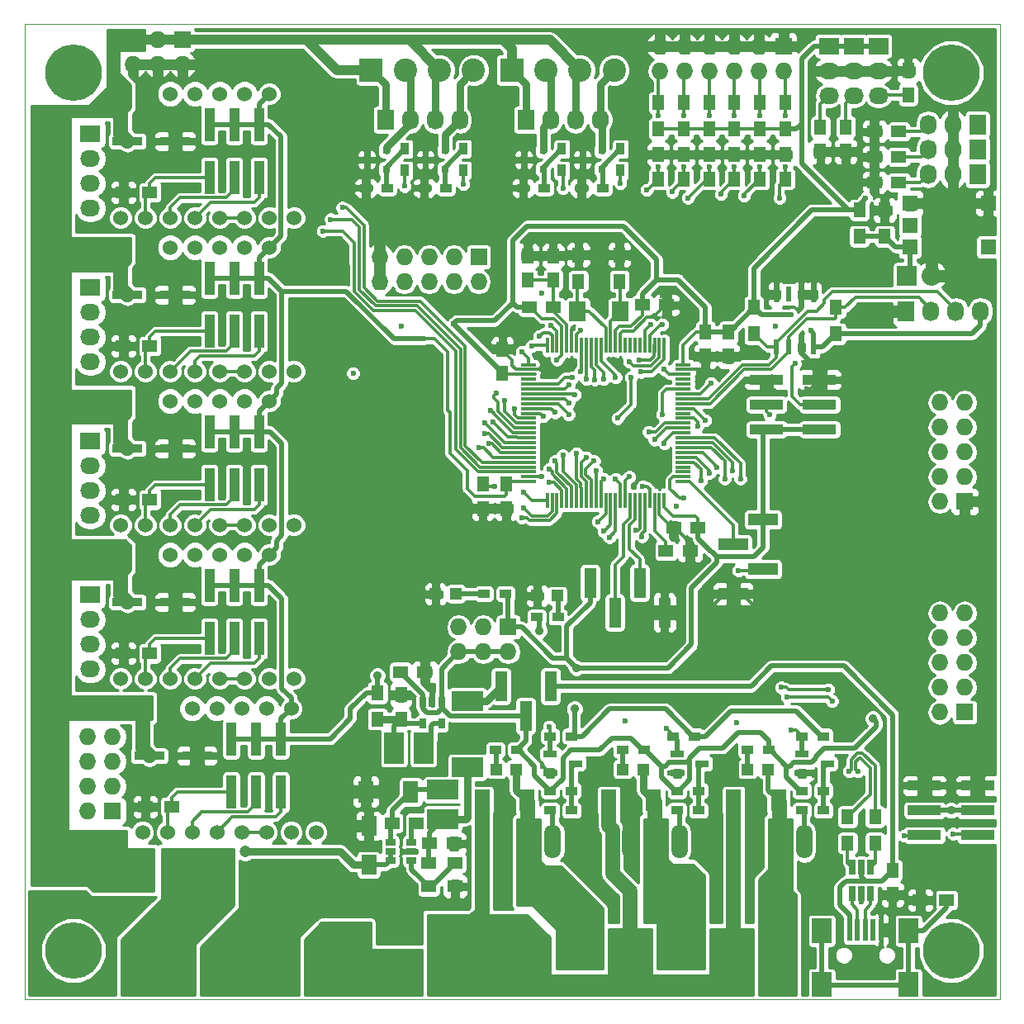
<source format=gtl>
%TF.GenerationSoftware,KiCad,Pcbnew,4.0.2-stable*%
%TF.CreationDate,2016-07-26T15:27:57+02:00*%
%TF.ProjectId,ReST,526553542E6B696361645F7063620000,Rev. A*%
%TF.FileFunction,Copper,L1,Top,Signal*%
%FSLAX46Y46*%
G04 Gerber Fmt 4.6, Leading zero omitted, Abs format (unit mm)*
G04 Created by KiCad (PCBNEW 4.0.2-stable) date 26.07.2016 15:27:57*
%MOMM*%
G01*
G04 APERTURE LIST*
%ADD10C,0.100000*%
%ADD11C,0.010000*%
%ADD12R,1.600200X2.199640*%
%ADD13R,1.524000X1.524000*%
%ADD14C,1.524000*%
%ADD15C,5.800000*%
%ADD16R,1.500000X1.250000*%
%ADD17R,1.250000X1.500000*%
%ADD18R,3.098800X0.899160*%
%ADD19R,1.600000X2.000000*%
%ADD20R,1.300000X1.500000*%
%ADD21R,2.199640X1.600200*%
%ADD22R,1.198880X1.198880*%
%ADD23C,2.200000*%
%ADD24R,0.600000X1.550000*%
%ADD25R,3.200000X2.000000*%
%ADD26R,2.000000X3.200000*%
%ADD27C,2.500000*%
%ADD28R,1.270000X3.050000*%
%ADD29R,1.727200X2.032000*%
%ADD30O,1.727200X2.032000*%
%ADD31R,2.032000X1.727200*%
%ADD32O,2.032000X1.727200*%
%ADD33R,1.727200X1.727200*%
%ADD34O,1.727200X1.727200*%
%ADD35R,2.032000X2.032000*%
%ADD36O,2.032000X2.032000*%
%ADD37R,3.450000X1.020000*%
%ADD38C,2.400000*%
%ADD39R,2.400000X2.400000*%
%ADD40R,1.020000X3.450000*%
%ADD41R,0.800100X0.800100*%
%ADD42R,1.400000X0.800100*%
%ADD43O,1.699260X3.500120*%
%ADD44R,1.500000X1.300000*%
%ADD45R,0.900000X1.200000*%
%ADD46R,1.200000X0.900000*%
%ADD47R,1.600000X1.600000*%
%ADD48R,1.060000X0.650000*%
%ADD49R,0.650000X1.060000*%
%ADD50R,0.299720X1.600000*%
%ADD51R,0.299720X1.630000*%
%ADD52R,1.600000X0.299720*%
%ADD53R,0.650000X1.600000*%
%ADD54R,1.800000X2.000000*%
%ADD55R,3.050000X1.270000*%
%ADD56R,0.500380X2.301240*%
%ADD57R,1.998980X2.499360*%
%ADD58C,0.600000*%
%ADD59C,0.900000*%
%ADD60C,1.200000*%
%ADD61C,0.500000*%
%ADD62C,0.300000*%
%ADD63C,0.350000*%
%ADD64C,1.000000*%
%ADD65C,0.750000*%
%ADD66C,1.500000*%
%ADD67C,0.254000*%
G04 APERTURE END LIST*
D10*
D11*
X19450000Y-65450000D02*
X19450000Y-165450000D01*
X119450000Y-65450000D02*
X19450000Y-65450000D01*
X119450000Y-165450000D02*
X119450000Y-65450000D01*
X19450000Y-165450000D02*
X119450000Y-165450000D01*
D12*
X54450000Y-144150000D03*
X59050000Y-144150000D03*
D13*
X47090000Y-88350000D03*
D14*
X44550000Y-88350000D03*
X42010000Y-88350000D03*
X39470000Y-88350000D03*
X36930000Y-88350000D03*
X34390000Y-88350000D03*
D13*
X31850000Y-88350000D03*
D14*
X29310000Y-88350000D03*
X29310000Y-101050000D03*
X31850000Y-101050000D03*
X34390000Y-101050000D03*
X36930000Y-101050000D03*
X39470000Y-101050000D03*
X42010000Y-101050000D03*
X44550000Y-101050000D03*
X47090000Y-101050000D03*
D15*
X24450000Y-160450000D03*
X114450000Y-160450000D03*
X114450000Y-70450000D03*
X24450000Y-70450000D03*
D16*
X109100000Y-81650000D03*
X106600000Y-81650000D03*
X109100000Y-76450000D03*
X106600000Y-76450000D03*
D17*
X103650000Y-76000000D03*
X103650000Y-78500000D03*
D16*
X109100000Y-79050000D03*
X106600000Y-79050000D03*
D17*
X110050000Y-72700000D03*
X110050000Y-70200000D03*
X101050000Y-76000000D03*
X101050000Y-78500000D03*
D18*
X29998900Y-93200000D03*
X34901100Y-93200000D03*
X29998900Y-124700000D03*
X34901100Y-124700000D03*
X29998900Y-108950000D03*
X34901100Y-108950000D03*
D19*
X54750000Y-151650000D03*
X54750000Y-147650000D03*
D16*
X57150000Y-147350000D03*
X59650000Y-147350000D03*
X61000000Y-149450000D03*
X63500000Y-149450000D03*
D18*
X32248900Y-140450000D03*
X37151100Y-140450000D03*
X29998900Y-77450000D03*
X34901100Y-77450000D03*
D20*
X107650000Y-84500000D03*
X107650000Y-87200000D03*
D17*
X73650000Y-91700000D03*
X73650000Y-89200000D03*
D20*
X80450000Y-89100000D03*
X80450000Y-91800000D03*
X76250000Y-91800000D03*
X76250000Y-89100000D03*
D17*
X71050000Y-91700000D03*
X71050000Y-89200000D03*
X108450000Y-152200000D03*
X108450000Y-154700000D03*
D16*
X82800000Y-94250000D03*
X85300000Y-94250000D03*
D17*
X68450000Y-101250000D03*
X68450000Y-98750000D03*
D16*
X88500000Y-117050000D03*
X86000000Y-117050000D03*
D17*
X89250000Y-97000000D03*
X89250000Y-99500000D03*
X68850000Y-112600000D03*
X68850000Y-115100000D03*
X91650000Y-97000000D03*
X91650000Y-99500000D03*
D16*
X85200000Y-119450000D03*
X87700000Y-119450000D03*
D17*
X66450000Y-112600000D03*
X66450000Y-115100000D03*
D16*
X60500000Y-131850000D03*
X58000000Y-131850000D03*
D17*
X58050000Y-136700000D03*
X58050000Y-134200000D03*
X87050000Y-81300000D03*
X87050000Y-78800000D03*
X84450000Y-81300000D03*
X84450000Y-78800000D03*
X94850000Y-81300000D03*
X94850000Y-78800000D03*
X97450000Y-81300000D03*
X97450000Y-78800000D03*
X92250000Y-81300000D03*
X92250000Y-78800000D03*
X89650000Y-81300000D03*
X89650000Y-78800000D03*
D21*
X23450000Y-155550000D03*
X23450000Y-150950000D03*
D12*
X57750000Y-158250000D03*
X62350000Y-158250000D03*
D22*
X74099020Y-124050000D03*
X72000980Y-124050000D03*
X63699020Y-123850000D03*
X61600980Y-123850000D03*
X67800980Y-141850000D03*
X69899020Y-141850000D03*
X80800980Y-141850000D03*
X82899020Y-141850000D03*
X93600980Y-141850000D03*
X95699020Y-141850000D03*
D12*
X70950000Y-145050000D03*
X66350000Y-145050000D03*
X83950000Y-145050000D03*
X79350000Y-145050000D03*
X96750000Y-145050000D03*
X92150000Y-145050000D03*
D23*
X35500000Y-152050000D03*
X39200000Y-152050000D03*
X31000000Y-152050000D03*
X27300000Y-152050000D03*
X58400000Y-163050000D03*
X54700000Y-163050000D03*
X62900000Y-163050000D03*
X66600000Y-163050000D03*
D24*
X100355000Y-93150000D03*
X99085000Y-93150000D03*
X97815000Y-93150000D03*
X96545000Y-93150000D03*
X96545000Y-98550000D03*
X97815000Y-98550000D03*
X99085000Y-98550000D03*
X100355000Y-98550000D03*
D16*
X71200000Y-94450000D03*
X73700000Y-94450000D03*
D25*
X62350000Y-146950000D03*
X62350000Y-143950000D03*
D26*
X57350000Y-139650000D03*
X60350000Y-139650000D03*
D27*
X34950000Y-160650000D03*
X39950000Y-160650000D03*
D28*
X70850000Y-136375000D03*
X68310000Y-133325000D03*
X73390000Y-133325000D03*
D27*
X45350000Y-160650000D03*
X50350000Y-160650000D03*
D29*
X117156923Y-80818721D03*
D30*
X114616923Y-80818721D03*
X112076923Y-80818721D03*
D29*
X117156923Y-75738721D03*
D30*
X114616923Y-75738721D03*
X112076923Y-75738721D03*
D31*
X104450000Y-67690000D03*
D32*
X104450000Y-70230000D03*
X104450000Y-72770000D03*
D29*
X117156923Y-78278721D03*
D30*
X114616923Y-78278721D03*
X112076923Y-78278721D03*
D31*
X106990000Y-67690000D03*
D32*
X106990000Y-70230000D03*
X106990000Y-72770000D03*
D31*
X101910000Y-67690000D03*
D32*
X101910000Y-70230000D03*
X101910000Y-72770000D03*
D33*
X28450000Y-146130000D03*
D34*
X25910000Y-146130000D03*
X28450000Y-143590000D03*
X25910000Y-143590000D03*
X28450000Y-141050000D03*
X25910000Y-141050000D03*
X28450000Y-138510000D03*
X25910000Y-138510000D03*
D31*
X26200000Y-92450000D03*
D32*
X26200000Y-94990000D03*
X26200000Y-97530000D03*
X26200000Y-100070000D03*
D31*
X26200000Y-123950000D03*
D32*
X26200000Y-126490000D03*
X26200000Y-129030000D03*
X26200000Y-131570000D03*
D31*
X26200000Y-108200000D03*
D32*
X26200000Y-110740000D03*
X26200000Y-113280000D03*
X26200000Y-115820000D03*
D31*
X26200000Y-76700000D03*
D32*
X26200000Y-79240000D03*
X26200000Y-81780000D03*
X26200000Y-84320000D03*
D33*
X115850000Y-114390000D03*
D34*
X113310000Y-114390000D03*
X115850000Y-111850000D03*
X113310000Y-111850000D03*
X115850000Y-109310000D03*
X113310000Y-109310000D03*
X115850000Y-106770000D03*
X113310000Y-106770000D03*
X115850000Y-104230000D03*
X113310000Y-104230000D03*
D33*
X115850000Y-135990000D03*
D34*
X113310000Y-135990000D03*
X115850000Y-133450000D03*
X113310000Y-133450000D03*
X115850000Y-130910000D03*
X113310000Y-130910000D03*
X115850000Y-128370000D03*
X113310000Y-128370000D03*
X115850000Y-125830000D03*
X113310000Y-125830000D03*
D33*
X66010000Y-89310000D03*
D34*
X66010000Y-91850000D03*
X63470000Y-89310000D03*
X63470000Y-91850000D03*
X60930000Y-89310000D03*
X60930000Y-91850000D03*
X58390000Y-89310000D03*
X58390000Y-91850000D03*
X55850000Y-89310000D03*
X55850000Y-91850000D03*
D35*
X109910000Y-91250000D03*
D36*
X112450000Y-91250000D03*
D37*
X111725000Y-143510000D03*
X117175000Y-143510000D03*
X117175000Y-148590000D03*
X111725000Y-148590000D03*
X117175000Y-146050000D03*
X111725000Y-146050000D03*
X95525000Y-101910000D03*
X100975000Y-101910000D03*
X100975000Y-106990000D03*
X95525000Y-106990000D03*
X100975000Y-104450000D03*
X95525000Y-104450000D03*
D33*
X35650000Y-67050000D03*
D34*
X35650000Y-69590000D03*
X33110000Y-67050000D03*
X33110000Y-69590000D03*
X30570000Y-67050000D03*
X30570000Y-69590000D03*
D33*
X69050000Y-127250000D03*
D34*
X69050000Y-129790000D03*
X66510000Y-127250000D03*
X66510000Y-129790000D03*
X63970000Y-127250000D03*
X63970000Y-129790000D03*
D33*
X97270000Y-67710000D03*
D34*
X97270000Y-70250000D03*
X94730000Y-67710000D03*
X94730000Y-70250000D03*
X92190000Y-67710000D03*
X92190000Y-70250000D03*
X89650000Y-67710000D03*
X89650000Y-70250000D03*
X87110000Y-67710000D03*
X87110000Y-70250000D03*
X84570000Y-67710000D03*
X84570000Y-70250000D03*
D38*
X58500000Y-70150000D03*
D39*
X55000000Y-70150000D03*
D38*
X62000000Y-70150000D03*
X65500000Y-70150000D03*
D27*
X71150000Y-160650000D03*
X76150000Y-160650000D03*
X81550000Y-160650000D03*
X86550000Y-160650000D03*
X91950000Y-160650000D03*
X96950000Y-160650000D03*
D38*
X72900000Y-70150000D03*
D39*
X69400000Y-70150000D03*
D38*
X76400000Y-70150000D03*
X79900000Y-70150000D03*
D29*
X56450000Y-75250000D03*
D30*
X58990000Y-75250000D03*
X61530000Y-75250000D03*
X64070000Y-75250000D03*
D29*
X70850000Y-75250000D03*
D30*
X73390000Y-75250000D03*
X75930000Y-75250000D03*
X78470000Y-75250000D03*
D40*
X38410000Y-96925000D03*
X38410000Y-91475000D03*
X43490000Y-91475000D03*
X43490000Y-96925000D03*
X40950000Y-91475000D03*
X40950000Y-96925000D03*
X38410000Y-112675000D03*
X38410000Y-107225000D03*
X43490000Y-107225000D03*
X43490000Y-112675000D03*
X40950000Y-107225000D03*
X40950000Y-112675000D03*
X40660000Y-144175000D03*
X40660000Y-138725000D03*
X45740000Y-138725000D03*
X45740000Y-144175000D03*
X43200000Y-138725000D03*
X43200000Y-144175000D03*
X38410000Y-128425000D03*
X38410000Y-122975000D03*
X43490000Y-122975000D03*
X43490000Y-128425000D03*
X40950000Y-122975000D03*
X40950000Y-128425000D03*
X38410000Y-81175000D03*
X38410000Y-75725000D03*
X43490000Y-75725000D03*
X43490000Y-81175000D03*
X40950000Y-75725000D03*
X40950000Y-81175000D03*
D41*
X62550760Y-80300000D03*
X62550760Y-78400000D03*
X60551780Y-79350000D03*
X56550760Y-80300000D03*
X56550760Y-78400000D03*
X54551780Y-79350000D03*
X72650760Y-80300000D03*
X72650760Y-78400000D03*
X70651780Y-79350000D03*
X78650760Y-80300000D03*
X78650760Y-78400000D03*
X76651780Y-79350000D03*
D42*
X73350000Y-140300000D03*
X73350000Y-142200000D03*
X75950000Y-141250000D03*
X86350000Y-140300000D03*
X86350000Y-142200000D03*
X88950000Y-141250000D03*
X99150000Y-140300000D03*
X99150000Y-142200000D03*
X101750000Y-141250000D03*
D43*
X71050000Y-149250000D03*
X73590000Y-149250000D03*
X68510000Y-149250000D03*
X84050000Y-149250000D03*
X86590000Y-149250000D03*
X81510000Y-149250000D03*
X96850000Y-149250000D03*
X99390000Y-149250000D03*
X94310000Y-149250000D03*
D44*
X32300000Y-98450000D03*
X29600000Y-98450000D03*
X32300000Y-129950000D03*
X29600000Y-129950000D03*
X32300000Y-114200000D03*
X29600000Y-114200000D03*
X34550000Y-145700000D03*
X31850000Y-145700000D03*
X32300000Y-82700000D03*
X29600000Y-82700000D03*
X63600000Y-153850000D03*
X60900000Y-153850000D03*
X63600000Y-151450000D03*
X60900000Y-151450000D03*
D20*
X105050000Y-87200000D03*
X105050000Y-84500000D03*
D44*
X111300000Y-155250000D03*
X114000000Y-155250000D03*
D20*
X102650000Y-94500000D03*
X102650000Y-97200000D03*
X94250000Y-97200000D03*
X94250000Y-94500000D03*
X106650000Y-149400000D03*
X106650000Y-146700000D03*
X103850000Y-146700000D03*
X103850000Y-149400000D03*
D45*
X64450000Y-80450000D03*
X64450000Y-78250000D03*
D46*
X62650000Y-82250000D03*
X60450000Y-82250000D03*
D45*
X58450000Y-80450000D03*
X58450000Y-78250000D03*
D46*
X54450000Y-82250000D03*
X56650000Y-82250000D03*
D45*
X74550000Y-80450000D03*
X74550000Y-78250000D03*
D46*
X72750000Y-82250000D03*
X70550000Y-82250000D03*
D45*
X80550000Y-80450000D03*
X80550000Y-78250000D03*
D46*
X78750000Y-82250000D03*
X76550000Y-82250000D03*
X71950000Y-126250000D03*
X74150000Y-126250000D03*
X68750000Y-123850000D03*
X66550000Y-123850000D03*
D20*
X87050000Y-73500000D03*
X87050000Y-76200000D03*
X84450000Y-73500000D03*
X84450000Y-76200000D03*
X97450000Y-73500000D03*
X97450000Y-76200000D03*
X94850000Y-73500000D03*
X94850000Y-76200000D03*
X92250000Y-73500000D03*
X92250000Y-76200000D03*
X89650000Y-73500000D03*
X89650000Y-76200000D03*
D46*
X73350000Y-138450000D03*
X75550000Y-138450000D03*
X85950000Y-138450000D03*
X88150000Y-138450000D03*
X99150000Y-138450000D03*
X101350000Y-138450000D03*
X73350000Y-144050000D03*
X75550000Y-144050000D03*
X86350000Y-144050000D03*
X88550000Y-144050000D03*
X99150000Y-144050000D03*
X101350000Y-144050000D03*
X75550000Y-146050000D03*
X73350000Y-146050000D03*
X88550000Y-146050000D03*
X86350000Y-146050000D03*
X101350000Y-146050000D03*
X99150000Y-146050000D03*
X69950000Y-139850000D03*
X67750000Y-139850000D03*
X82950000Y-139850000D03*
X80750000Y-139850000D03*
X95750000Y-139850000D03*
X93550000Y-139850000D03*
D47*
X118250000Y-83800000D03*
X118250000Y-88300000D03*
X110250000Y-83800000D03*
X110250000Y-88300000D03*
X110250000Y-86050000D03*
D48*
X56950000Y-149300000D03*
X56950000Y-150250000D03*
X56950000Y-151200000D03*
X59150000Y-151200000D03*
X59150000Y-149300000D03*
X59150000Y-150250000D03*
D49*
X62200000Y-134950000D03*
X61250000Y-134950000D03*
X60300000Y-134950000D03*
X60300000Y-137150000D03*
X62200000Y-137150000D03*
D13*
X47090000Y-119850000D03*
D14*
X44550000Y-119850000D03*
X42010000Y-119850000D03*
X39470000Y-119850000D03*
X36930000Y-119850000D03*
X34390000Y-119850000D03*
D13*
X31850000Y-119850000D03*
D14*
X29310000Y-119850000D03*
X29310000Y-132550000D03*
X31850000Y-132550000D03*
X34390000Y-132550000D03*
X36930000Y-132550000D03*
X39470000Y-132550000D03*
X42010000Y-132550000D03*
X44550000Y-132550000D03*
X47090000Y-132550000D03*
D13*
X47090000Y-104100000D03*
D14*
X44550000Y-104100000D03*
X42010000Y-104100000D03*
X39470000Y-104100000D03*
X36930000Y-104100000D03*
X34390000Y-104100000D03*
D13*
X31850000Y-104100000D03*
D14*
X29310000Y-104100000D03*
X29310000Y-116800000D03*
X31850000Y-116800000D03*
X34390000Y-116800000D03*
X36930000Y-116800000D03*
X39470000Y-116800000D03*
X42010000Y-116800000D03*
X44550000Y-116800000D03*
X47090000Y-116800000D03*
D13*
X49340000Y-135600000D03*
D14*
X46800000Y-135600000D03*
X44260000Y-135600000D03*
X41720000Y-135600000D03*
X39180000Y-135600000D03*
X36640000Y-135600000D03*
D13*
X34100000Y-135600000D03*
D14*
X31560000Y-135600000D03*
X31560000Y-148300000D03*
X34100000Y-148300000D03*
X36640000Y-148300000D03*
X39180000Y-148300000D03*
X41720000Y-148300000D03*
X44260000Y-148300000D03*
X46800000Y-148300000D03*
X49340000Y-148300000D03*
D13*
X47090000Y-72600000D03*
D14*
X44550000Y-72600000D03*
X42010000Y-72600000D03*
X39470000Y-72600000D03*
X36930000Y-72600000D03*
X34390000Y-72600000D03*
D13*
X31850000Y-72600000D03*
D14*
X29310000Y-72600000D03*
X29310000Y-85300000D03*
X31850000Y-85300000D03*
X34390000Y-85300000D03*
X36930000Y-85300000D03*
X39470000Y-85300000D03*
X42010000Y-85300000D03*
X44550000Y-85300000D03*
X47090000Y-85300000D03*
D50*
X85049480Y-98400000D03*
X84549100Y-98400000D03*
X84051260Y-98400000D03*
X83550880Y-98400000D03*
X83050500Y-98400000D03*
X82550120Y-98400000D03*
X82049740Y-98400000D03*
X81549360Y-98400000D03*
X81048980Y-98400000D03*
X80551140Y-98400000D03*
X80050760Y-98400000D03*
X79550380Y-98400000D03*
X79050000Y-98400000D03*
X78549620Y-98400000D03*
X78049240Y-98400000D03*
X77548860Y-98400000D03*
X77051020Y-98400000D03*
X76550640Y-98400000D03*
X76050260Y-98400000D03*
X75549880Y-98400000D03*
X75049500Y-98400000D03*
X74549120Y-98400000D03*
D51*
X74048740Y-98400000D03*
D50*
X73550900Y-98400000D03*
X73050520Y-98400000D03*
D52*
X71100000Y-100350520D03*
X71100000Y-100850900D03*
X71100000Y-101348740D03*
X71100000Y-101849120D03*
X71100000Y-102349500D03*
X71100000Y-102849880D03*
X71100000Y-103350260D03*
X71100000Y-103850640D03*
X71100000Y-104351020D03*
X71100000Y-104848860D03*
X71100000Y-105349240D03*
X71100000Y-105849620D03*
X71100000Y-106350000D03*
X71100000Y-106850380D03*
X71100000Y-107350760D03*
X71100000Y-107851140D03*
X71100000Y-108348980D03*
X71100000Y-108849360D03*
X71100000Y-109349740D03*
X71100000Y-109850120D03*
X71100000Y-110350500D03*
X71100000Y-110850880D03*
X71100000Y-111351260D03*
X71100000Y-111849100D03*
X71100000Y-112349480D03*
D50*
X73050520Y-114300000D03*
X73550900Y-114300000D03*
X74048740Y-114300000D03*
X74549120Y-114300000D03*
X75049500Y-114300000D03*
X75549880Y-114300000D03*
X76050260Y-114300000D03*
X76550640Y-114300000D03*
X77051020Y-114300000D03*
X77548860Y-114300000D03*
X78049240Y-114300000D03*
X78549620Y-114300000D03*
X79050000Y-114300000D03*
X79550380Y-114300000D03*
X80050760Y-114300000D03*
X80551140Y-114300000D03*
X81048980Y-114300000D03*
X81549360Y-114300000D03*
X82049740Y-114300000D03*
X82550120Y-114300000D03*
X83050500Y-114300000D03*
X83550880Y-114300000D03*
X84051260Y-114300000D03*
X84549100Y-114300000D03*
X85049480Y-114300000D03*
D52*
X87000000Y-112349480D03*
X87000000Y-111849100D03*
X87000000Y-111351260D03*
X87000000Y-110850880D03*
X87000000Y-110350500D03*
X87000000Y-109850120D03*
X87000000Y-109349740D03*
X87000000Y-108849360D03*
X87000000Y-108348980D03*
X87000000Y-107851140D03*
X87000000Y-107350760D03*
X87000000Y-106850380D03*
X87000000Y-106350000D03*
X87000000Y-105849620D03*
X87000000Y-105349240D03*
X87000000Y-104848860D03*
X87000000Y-104351020D03*
X87000000Y-103850640D03*
X87000000Y-103350260D03*
X87000000Y-102849880D03*
X87000000Y-102349500D03*
X87000000Y-101849120D03*
X87000000Y-101348740D03*
X87000000Y-100850900D03*
X87000000Y-100350520D03*
D53*
X105250000Y-151900000D03*
X104300000Y-151900000D03*
X106200000Y-151900000D03*
X105250000Y-154600000D03*
X104300000Y-154600000D03*
X106200000Y-154600000D03*
D54*
X76150000Y-94850000D03*
X80550000Y-94850000D03*
D28*
X82520000Y-122725000D03*
X85060000Y-125775000D03*
X79980000Y-125775000D03*
X77440000Y-122725000D03*
D55*
X95175000Y-121320000D03*
X92125000Y-123860000D03*
X92125000Y-118780000D03*
X95175000Y-116240000D03*
D29*
X109850000Y-94850000D03*
D30*
X112390000Y-94850000D03*
X114930000Y-94850000D03*
X117470000Y-94850000D03*
D25*
X64850000Y-134850000D03*
X64850000Y-141650000D03*
D20*
X55650000Y-134000000D03*
X55650000Y-136700000D03*
D56*
X104049800Y-158300680D03*
X104849900Y-158300680D03*
X105650000Y-158300680D03*
X106450100Y-158300680D03*
X107250200Y-158300680D03*
D57*
X101199920Y-158399740D03*
X101199920Y-163898840D03*
X110100080Y-158399740D03*
X110100080Y-163898840D03*
D58*
X96450000Y-96450000D03*
X92450000Y-137050000D03*
X81050000Y-136850000D03*
X86250000Y-114850000D03*
X72450000Y-93050000D03*
X53150000Y-101250000D03*
X58050000Y-96450000D03*
X105250000Y-155450000D03*
X100450000Y-142450000D03*
D59*
X27450000Y-156250000D03*
D58*
X80650000Y-108750000D03*
X72490000Y-100710000D03*
X71650000Y-87700000D03*
X72600000Y-141500000D03*
X85650000Y-142250000D03*
X58850000Y-117050000D03*
X102050000Y-121050000D03*
X94650000Y-126050000D03*
X86650000Y-125450000D03*
X89650000Y-126250000D03*
X63250000Y-111050000D03*
X95650000Y-93050000D03*
X92650000Y-99250000D03*
X99650000Y-102850000D03*
X96250000Y-103050000D03*
X81650000Y-89450000D03*
X84850000Y-93250000D03*
X75680010Y-96650000D03*
X105710000Y-83290000D03*
X74050000Y-99850000D03*
X63450000Y-96150000D03*
X60350000Y-97700000D03*
D59*
X75850000Y-135650000D03*
X76050000Y-131450000D03*
X55650000Y-132250000D03*
D58*
X98050000Y-95250000D03*
X100050000Y-96850000D03*
D60*
X42050000Y-150250000D03*
D59*
X114450000Y-146050000D03*
X106450000Y-136650000D03*
X72250000Y-127650000D03*
D58*
X85050000Y-100850000D03*
X80050000Y-101650000D03*
X81450000Y-100050000D03*
X84850000Y-96250000D03*
X82650000Y-101110011D03*
X82450000Y-99850000D03*
X83650000Y-96250000D03*
X67650000Y-112850000D03*
X85850000Y-82650000D03*
X87050000Y-74850000D03*
X87050000Y-80050000D03*
X73850000Y-105250000D03*
X83250000Y-82450000D03*
X72650000Y-105650000D03*
X84450000Y-74850000D03*
X84450000Y-80050000D03*
X96850000Y-83250000D03*
X78850000Y-101850000D03*
X97450000Y-80050000D03*
X97450000Y-74850000D03*
X93250000Y-83050000D03*
X77890229Y-101874137D03*
X94850000Y-74850000D03*
X94850000Y-80050000D03*
X90850000Y-82850000D03*
X77050000Y-101850000D03*
X92250000Y-80050000D03*
X92250000Y-74850000D03*
X76450000Y-101050000D03*
X87450000Y-83250000D03*
X89650000Y-74850000D03*
X89650000Y-80050000D03*
X75650000Y-101650000D03*
X84850000Y-105450000D03*
X75250000Y-102450000D03*
X75250000Y-104250000D03*
X75850000Y-103450000D03*
X75250000Y-105450000D03*
X88450000Y-106650000D03*
X89250000Y-106050000D03*
X90450000Y-110850000D03*
X89650000Y-111450000D03*
X92050000Y-111250000D03*
X91250000Y-112050000D03*
X85050000Y-108450000D03*
X92850000Y-112050000D03*
X83450000Y-107250000D03*
X84050000Y-108050000D03*
X87050000Y-114050000D03*
X88850000Y-112250000D03*
X114650000Y-148450000D03*
X101850000Y-133650000D03*
X97050000Y-133450000D03*
X81450000Y-111850000D03*
X109650000Y-148650000D03*
X102250000Y-134850000D03*
X97650000Y-134450000D03*
X80050000Y-112050000D03*
X95850000Y-105450000D03*
X89850000Y-102250000D03*
X98450000Y-100250000D03*
X81650000Y-101650000D03*
X80250000Y-105850000D03*
X69650000Y-104850000D03*
X82850000Y-112850000D03*
X92650000Y-121450000D03*
X78250000Y-116450000D03*
X73250000Y-137450000D03*
X78850000Y-117450000D03*
X85250000Y-137650000D03*
X98050000Y-137850000D03*
X79450000Y-118050000D03*
X64450000Y-81850000D03*
X71450000Y-98450000D03*
X58450000Y-82050000D03*
X70450000Y-99050000D03*
X74650000Y-82250000D03*
X72250000Y-97450000D03*
X80550000Y-81750000D03*
X73450000Y-96350000D03*
X70450000Y-116050000D03*
X70650000Y-113450000D03*
X70650000Y-115050000D03*
X77050000Y-109850000D03*
X74650000Y-109650000D03*
X76050000Y-109450000D03*
X73850000Y-110250000D03*
X73250000Y-112450000D03*
X73250000Y-111050000D03*
X77850000Y-110250000D03*
X78050000Y-111250000D03*
X78850000Y-112050000D03*
X50050000Y-86650000D03*
X52050000Y-84250000D03*
X50850000Y-85450000D03*
X76450000Y-96850000D03*
X68650000Y-104050000D03*
X67850000Y-103250000D03*
X67250000Y-105050000D03*
X67450000Y-106250000D03*
X66604516Y-106295484D03*
X66650000Y-107450000D03*
X67050000Y-108450000D03*
X66050000Y-108850000D03*
X72450000Y-111850000D03*
X104000000Y-142050000D03*
X82768198Y-117968198D03*
X104900000Y-142050000D03*
X82131802Y-117331802D03*
D61*
X103450000Y-131250000D02*
X108450000Y-136250000D01*
X108450000Y-136250000D02*
X108450000Y-152200000D01*
X96050000Y-131250000D02*
X103450000Y-131250000D01*
X93975000Y-133325000D02*
X96050000Y-131250000D01*
X73390000Y-133325000D02*
X93975000Y-133325000D01*
X103050000Y-153900000D02*
X103450000Y-153500000D01*
X103450000Y-153500000D02*
X103500998Y-153500000D01*
X103500998Y-153500000D02*
X103700998Y-153300000D01*
X103700998Y-153300000D02*
X105650000Y-153300000D01*
X103050000Y-155750260D02*
X103050000Y-153900000D01*
X104049800Y-158400680D02*
X104049800Y-156750060D01*
X104049800Y-156750060D02*
X103050000Y-155750260D01*
X105650000Y-153300000D02*
X107350000Y-153300000D01*
X107350000Y-153300000D02*
X108450000Y-152200000D01*
X105250000Y-152900000D02*
X105650000Y-153300000D01*
X105250000Y-151900000D02*
X105250000Y-152900000D01*
D62*
X105250000Y-154600000D02*
X105250000Y-155450000D01*
X99150000Y-142200000D02*
X100200000Y-142200000D01*
X100200000Y-142200000D02*
X100450000Y-142450000D01*
X27450000Y-156250000D02*
X26750000Y-155550000D01*
X26750000Y-155550000D02*
X23450000Y-155550000D01*
X71100000Y-100850900D02*
X71570264Y-100850900D01*
X71570264Y-100850900D02*
X71570412Y-100850752D01*
X71570412Y-100850752D02*
X72349248Y-100850752D01*
X72349248Y-100850752D02*
X72490000Y-100710000D01*
D61*
X71050000Y-89200000D02*
X71050000Y-88300000D01*
X71050000Y-88300000D02*
X71650000Y-87700000D01*
X100975000Y-101910000D02*
X100975000Y-101019002D01*
X100975000Y-101019002D02*
X99085000Y-99129002D01*
X99085000Y-99129002D02*
X99085000Y-98550000D01*
D62*
X73350000Y-142200000D02*
X73300000Y-142200000D01*
X73300000Y-142200000D02*
X72600000Y-141500000D01*
X86350000Y-142200000D02*
X85700000Y-142200000D01*
X85700000Y-142200000D02*
X85650000Y-142250000D01*
X61600980Y-123850000D02*
X61600980Y-119800980D01*
X61600980Y-119800980D02*
X58850000Y-117050000D01*
X94650000Y-126050000D02*
X97050000Y-126050000D01*
X97050000Y-126050000D02*
X102050000Y-121050000D01*
X92125000Y-123860000D02*
X93015000Y-123860000D01*
X93015000Y-123860000D02*
X94650000Y-125495000D01*
X94650000Y-125495000D02*
X94650000Y-126050000D01*
X86650000Y-125450000D02*
X85385000Y-125450000D01*
X85385000Y-125450000D02*
X85060000Y-125775000D01*
X92125000Y-123860000D02*
X91235000Y-123860000D01*
X91235000Y-123860000D02*
X89650000Y-125445000D01*
X89650000Y-125445000D02*
X89650000Y-126250000D01*
X86000000Y-117050000D02*
X86125000Y-117050000D01*
X86125000Y-117050000D02*
X87700000Y-118625000D01*
X87700000Y-118625000D02*
X87700000Y-119450000D01*
X66450000Y-114975000D02*
X66450000Y-115100000D01*
X95650000Y-93050000D02*
X96445000Y-93050000D01*
X96445000Y-93050000D02*
X96545000Y-93150000D01*
X91650000Y-99500000D02*
X92400000Y-99500000D01*
X92400000Y-99500000D02*
X92650000Y-99250000D01*
X99650000Y-102850000D02*
X100035000Y-102850000D01*
X100035000Y-102850000D02*
X100975000Y-101910000D01*
X95525000Y-101910000D02*
X95525000Y-102325000D01*
X95525000Y-102325000D02*
X96250000Y-103050000D01*
X81650000Y-89450000D02*
X80800000Y-89450000D01*
X80800000Y-89450000D02*
X80450000Y-89100000D01*
X85300000Y-94250000D02*
X85300000Y-93700000D01*
X85300000Y-93700000D02*
X84850000Y-93250000D01*
X87000000Y-100850900D02*
X88949100Y-100850900D01*
X88949100Y-100850900D02*
X89250000Y-100550000D01*
X89250000Y-100550000D02*
X89250000Y-99500000D01*
X75680010Y-96650000D02*
X75549880Y-96780130D01*
X75549880Y-96780130D02*
X75549880Y-98400000D01*
X69450000Y-100450000D02*
X69450000Y-99875000D01*
X69450000Y-99875000D02*
X68450000Y-98875000D01*
X68450000Y-98875000D02*
X68450000Y-98750000D01*
X69850900Y-100850900D02*
X69450000Y-100450000D01*
X71100000Y-100850900D02*
X69850900Y-100850900D01*
X83280009Y-95498827D02*
X83926173Y-95498827D01*
X83926173Y-95498827D02*
X85175000Y-94250000D01*
X85175000Y-94250000D02*
X85300000Y-94250000D01*
X80769990Y-96930010D02*
X81848827Y-96930009D01*
X81848827Y-96930009D02*
X83280009Y-95498827D01*
X80551140Y-98400000D02*
X80551140Y-97148860D01*
X80551140Y-97148860D02*
X80769990Y-96930010D01*
X84549100Y-114300000D02*
X84549100Y-115724100D01*
X84549100Y-115724100D02*
X85875000Y-117050000D01*
X85875000Y-117050000D02*
X86000000Y-117050000D01*
D61*
X43490000Y-75725000D02*
X44500000Y-75725000D01*
X44500000Y-75725000D02*
X45742001Y-76967001D01*
X45742001Y-76967001D02*
X45742001Y-87157999D01*
X45742001Y-87157999D02*
X45311999Y-87588001D01*
X45311999Y-87588001D02*
X44550000Y-88350000D01*
X43490000Y-75725000D02*
X43490000Y-73660000D01*
X43490000Y-73660000D02*
X44550000Y-72600000D01*
X43490000Y-75725000D02*
X40950000Y-75725000D01*
X38410000Y-75725000D02*
X40950000Y-75725000D01*
D62*
X60350000Y-97700000D02*
X61500000Y-97700000D01*
X61500000Y-97700000D02*
X62850000Y-99050000D01*
X62850000Y-105050000D02*
X62850000Y-99050000D01*
X63050000Y-109450000D02*
X63050000Y-105250000D01*
X63050000Y-105250000D02*
X62850000Y-105050000D01*
X64850000Y-111250000D02*
X63050000Y-109450000D01*
X64850000Y-113050000D02*
X64850000Y-111250000D01*
X65650000Y-113850000D02*
X64850000Y-113050000D01*
X68650000Y-113850000D02*
X65650000Y-113850000D01*
X68850000Y-112600000D02*
X68850000Y-113650000D01*
X68850000Y-113650000D02*
X68650000Y-113850000D01*
D61*
X102650000Y-97200000D02*
X116636000Y-97200000D01*
X116636000Y-97200000D02*
X117470000Y-96366000D01*
X117470000Y-96366000D02*
X117470000Y-94850000D01*
X82800000Y-94250000D02*
X82800000Y-93100000D01*
X82800000Y-93100000D02*
X84250000Y-91650000D01*
X84250000Y-91650000D02*
X86450000Y-91650000D01*
X89250000Y-97000000D02*
X89250000Y-94450000D01*
X89250000Y-94450000D02*
X86450000Y-91650000D01*
X100200000Y-84500000D02*
X94250000Y-90450000D01*
X94250000Y-90450000D02*
X94250000Y-94500000D01*
X103900000Y-84500000D02*
X100200000Y-84500000D01*
X105050000Y-84500000D02*
X105050000Y-83950000D01*
X105050000Y-83950000D02*
X105710000Y-83290000D01*
X105050000Y-84500000D02*
X103900000Y-84500000D01*
X103900000Y-84500000D02*
X99130000Y-79730000D01*
X99130000Y-79730000D02*
X99130000Y-75670000D01*
X104450000Y-67690000D02*
X106990000Y-67690000D01*
X101910000Y-67690000D02*
X104450000Y-67690000D01*
X99130000Y-68950000D02*
X100390000Y-67690000D01*
X100390000Y-67690000D02*
X101910000Y-67690000D01*
X99130000Y-75670000D02*
X99130000Y-68950000D01*
X97450000Y-76200000D02*
X98600000Y-76200000D01*
X98600000Y-76200000D02*
X99130000Y-75670000D01*
X69500000Y-94000000D02*
X69500000Y-87600000D01*
X69500000Y-87600000D02*
X70950000Y-86150000D01*
X70950000Y-86150000D02*
X80850000Y-86150000D01*
X80850000Y-86150000D02*
X84250000Y-89550000D01*
X84250000Y-89550000D02*
X84250000Y-91650000D01*
X63450000Y-96150000D02*
X63749999Y-95850001D01*
X63749999Y-95850001D02*
X67649999Y-95850001D01*
X67649999Y-95850001D02*
X69500000Y-94000000D01*
D62*
X74050000Y-99850000D02*
X74549120Y-99350880D01*
X74549120Y-99350880D02*
X74549120Y-98400000D01*
D61*
X71200000Y-94450000D02*
X69950000Y-94450000D01*
X69950000Y-94450000D02*
X69500000Y-94000000D01*
X66650000Y-99350000D02*
X66675000Y-99350000D01*
X66675000Y-99350000D02*
X68450000Y-101125000D01*
X68450000Y-101125000D02*
X68450000Y-101250000D01*
X63450000Y-96150000D02*
X66650000Y-99350000D01*
X57322070Y-97700000D02*
X60350000Y-97700000D01*
X45850000Y-92825000D02*
X52447070Y-92825000D01*
X52447070Y-92825000D02*
X57322070Y-97700000D01*
X91850000Y-135850000D02*
X98600000Y-135850000D01*
X98600000Y-135850000D02*
X101200000Y-138450000D01*
X101200000Y-138450000D02*
X101350000Y-138450000D01*
X88150000Y-138450000D02*
X89250000Y-138450000D01*
X89250000Y-138450000D02*
X91850000Y-135850000D01*
X79450000Y-135650000D02*
X85200000Y-135650000D01*
X85200000Y-135650000D02*
X88000000Y-138450000D01*
X88000000Y-138450000D02*
X88150000Y-138450000D01*
X75550000Y-138450000D02*
X76650000Y-138450000D01*
X76650000Y-138450000D02*
X79450000Y-135650000D01*
X90460998Y-120050000D02*
X90460998Y-120639002D01*
X90460998Y-120639002D02*
X87850000Y-123250000D01*
X87850000Y-123250000D02*
X87850000Y-129050000D01*
X87850000Y-129050000D02*
X85450000Y-131450000D01*
X85450000Y-131450000D02*
X76050000Y-131450000D01*
X95525000Y-106990000D02*
X100975000Y-106990000D01*
X95175000Y-116240000D02*
X95175000Y-107340000D01*
X95175000Y-107340000D02*
X95525000Y-106990000D01*
X94250000Y-120050000D02*
X95175000Y-119125000D01*
X95175000Y-119125000D02*
X95175000Y-116240000D01*
X90460998Y-120050000D02*
X94250000Y-120050000D01*
X89850000Y-119525000D02*
X89935998Y-119525000D01*
X89935998Y-119525000D02*
X90460998Y-120050000D01*
X88500000Y-117050000D02*
X88500000Y-118175000D01*
X88500000Y-118175000D02*
X89850000Y-119525000D01*
X77440000Y-122725000D02*
X77440000Y-124750000D01*
X77440000Y-124750000D02*
X75050000Y-127140000D01*
X75050000Y-127140000D02*
X75050000Y-130450000D01*
X69050000Y-127250000D02*
X69050000Y-124150000D01*
X69050000Y-124150000D02*
X68750000Y-123850000D01*
X75850000Y-135650000D02*
X75850000Y-138150000D01*
X75850000Y-138150000D02*
X75550000Y-138450000D01*
X73613600Y-130450000D02*
X75050000Y-130450000D01*
X75050000Y-130450000D02*
X76050000Y-131450000D01*
X69050000Y-127250000D02*
X70413600Y-127250000D01*
X70413600Y-127250000D02*
X73613600Y-130450000D01*
X55650000Y-132250000D02*
X55650000Y-134000000D01*
X43490000Y-91475000D02*
X43490000Y-89410000D01*
X43490000Y-89410000D02*
X44550000Y-88350000D01*
X40950000Y-91475000D02*
X38410000Y-91475000D01*
X41475000Y-91475000D02*
X40950000Y-91475000D01*
X43490000Y-91475000D02*
X41475000Y-91475000D01*
X44550000Y-104100000D02*
X45311999Y-103338001D01*
X45311999Y-103338001D02*
X45311999Y-102788001D01*
X45311999Y-102788001D02*
X45850000Y-102250000D01*
X45850000Y-102250000D02*
X45850000Y-92825000D01*
X45850000Y-92825000D02*
X44500000Y-91475000D01*
X44500000Y-91475000D02*
X43490000Y-91475000D01*
X43490000Y-107225000D02*
X43490000Y-105160000D01*
X43490000Y-105160000D02*
X44550000Y-104100000D01*
X38410000Y-107225000D02*
X40950000Y-107225000D01*
X43490000Y-107225000D02*
X40950000Y-107225000D01*
X44550000Y-119850000D02*
X45311999Y-119088001D01*
X45311999Y-119088001D02*
X45311999Y-118388001D01*
X45311999Y-118388001D02*
X45850000Y-117850000D01*
X45850000Y-117850000D02*
X45850000Y-108450000D01*
X45850000Y-108450000D02*
X44625000Y-107225000D01*
X44625000Y-107225000D02*
X43490000Y-107225000D01*
X43490000Y-122975000D02*
X43490000Y-120910000D01*
X43490000Y-120910000D02*
X44550000Y-119850000D01*
X40950000Y-122975000D02*
X38410000Y-122975000D01*
X43490000Y-122975000D02*
X40950000Y-122975000D01*
X43490000Y-122975000D02*
X44500000Y-122975000D01*
X45850000Y-124325000D02*
X45850000Y-133572370D01*
X44500000Y-122975000D02*
X45850000Y-124325000D01*
X45850000Y-133572370D02*
X46800000Y-134522370D01*
X46800000Y-134522370D02*
X46800000Y-135600000D01*
X45740000Y-138725000D02*
X45740000Y-136660000D01*
X45740000Y-136660000D02*
X46800000Y-135600000D01*
X40660000Y-138725000D02*
X43200000Y-138725000D01*
X45740000Y-138725000D02*
X43200000Y-138725000D01*
X52850000Y-136650000D02*
X50775000Y-138725000D01*
X50775000Y-138725000D02*
X45740000Y-138725000D01*
X52850000Y-135650000D02*
X52850000Y-136650000D01*
X55650000Y-134000000D02*
X54500000Y-134000000D01*
X54500000Y-134000000D02*
X52850000Y-135650000D01*
D62*
X71100000Y-112349480D02*
X69100520Y-112349480D01*
X69100520Y-112349480D02*
X68850000Y-112600000D01*
X87000000Y-100350520D02*
X87000000Y-98325000D01*
X87000000Y-98325000D02*
X88325000Y-97000000D01*
X88325000Y-97000000D02*
X89250000Y-97000000D01*
D61*
X94850000Y-95100000D02*
X94250000Y-94500000D01*
X98050000Y-95250000D02*
X95000000Y-95250000D01*
X95000000Y-95250000D02*
X94850000Y-95100000D01*
X91650000Y-97000000D02*
X91750000Y-97000000D01*
X91750000Y-97000000D02*
X94250000Y-94500000D01*
X89250000Y-97000000D02*
X91650000Y-97000000D01*
X100355000Y-98550000D02*
X100355000Y-97155000D01*
X100355000Y-97155000D02*
X100050000Y-96850000D01*
X100355000Y-98550000D02*
X101300000Y-98550000D01*
X101300000Y-98550000D02*
X102650000Y-97200000D01*
D62*
X71100000Y-101348740D02*
X71751260Y-101348740D01*
X71751260Y-101348740D02*
X71769239Y-101330761D01*
X71100000Y-101348740D02*
X68548740Y-101348740D01*
X68548740Y-101348740D02*
X68450000Y-101250000D01*
X73771164Y-95650000D02*
X72525000Y-95650000D01*
X72525000Y-95650000D02*
X71325000Y-94450000D01*
X71325000Y-94450000D02*
X71200000Y-94450000D01*
X74528601Y-96407437D02*
X73771164Y-95650000D01*
X74549120Y-98400000D02*
X74549120Y-97750880D01*
X74549120Y-97750880D02*
X74528601Y-97730361D01*
X74528601Y-97730361D02*
X74528601Y-96407437D01*
X81650000Y-96450000D02*
X82800000Y-95300000D01*
X82800000Y-95300000D02*
X82800000Y-94250000D01*
X80450000Y-96450000D02*
X81650000Y-96450000D01*
X80050760Y-96849240D02*
X80450000Y-96450000D01*
X80050760Y-98400000D02*
X80050760Y-96849240D01*
X88225000Y-115850000D02*
X85950000Y-115850000D01*
X85650000Y-115550660D02*
X85650660Y-115550660D01*
X85650660Y-115550660D02*
X85950000Y-115850000D01*
X85650000Y-115550660D02*
X85049480Y-114950140D01*
X85049480Y-114950140D02*
X85049480Y-114300000D01*
X88500000Y-117050000D02*
X88500000Y-116125000D01*
X88500000Y-116125000D02*
X88225000Y-115850000D01*
D63*
X94850000Y-76200000D02*
X97450000Y-76200000D01*
X92250000Y-76200000D02*
X94850000Y-76200000D01*
X92250000Y-76200000D02*
X89650000Y-76200000D01*
X87050000Y-76200000D02*
X89650000Y-76200000D01*
X84450000Y-76200000D02*
X87050000Y-76200000D01*
D64*
X30570000Y-67050000D02*
X33110000Y-67050000D01*
X35650000Y-67050000D02*
X48350000Y-67050000D01*
D65*
X51800000Y-150250000D02*
X42050000Y-150250000D01*
X54750000Y-151650000D02*
X53200000Y-151650000D01*
X53200000Y-151650000D02*
X51800000Y-150250000D01*
D66*
X29310000Y-72600000D02*
X29310000Y-76761100D01*
X29310000Y-76761100D02*
X29998900Y-77450000D01*
X29310000Y-88350000D02*
X29310000Y-92511100D01*
X29310000Y-92511100D02*
X29998900Y-93200000D01*
X29310000Y-104100000D02*
X29310000Y-108261100D01*
X29310000Y-108261100D02*
X29998900Y-108950000D01*
X31560000Y-135600000D02*
X31560000Y-139761100D01*
X31560000Y-139761100D02*
X32248900Y-140450000D01*
X29310000Y-119850000D02*
X29310000Y-124011100D01*
X29310000Y-124011100D02*
X29998900Y-124700000D01*
D64*
X58450000Y-67050000D02*
X67550000Y-67050000D01*
X48350000Y-67050000D02*
X58450000Y-67050000D01*
X58450000Y-67050000D02*
X58900000Y-67050000D01*
X58900000Y-67050000D02*
X62000000Y-70150000D01*
X67550000Y-67050000D02*
X68500000Y-67050000D01*
X73300000Y-67050000D02*
X76400000Y-70150000D01*
X67550000Y-67050000D02*
X73300000Y-67050000D01*
X68500000Y-67050000D02*
X69400000Y-67950000D01*
X69400000Y-67950000D02*
X69400000Y-70150000D01*
X48350000Y-67050000D02*
X51450000Y-70150000D01*
X51450000Y-70150000D02*
X55000000Y-70150000D01*
X35650000Y-67050000D02*
X33110000Y-67050000D01*
D65*
X75930000Y-75250000D02*
X75930000Y-70620000D01*
X75930000Y-70620000D02*
X76400000Y-70150000D01*
X70850000Y-75250000D02*
X70850000Y-71600000D01*
X70850000Y-71600000D02*
X69400000Y-70150000D01*
X56450000Y-75250000D02*
X56450000Y-71600000D01*
X56450000Y-71600000D02*
X55000000Y-70150000D01*
X61530000Y-75250000D02*
X61530000Y-70620000D01*
X61530000Y-70620000D02*
X62000000Y-70150000D01*
D61*
X56950000Y-150250000D02*
X56950000Y-151200000D01*
X54750000Y-151650000D02*
X56500000Y-151650000D01*
X56500000Y-151650000D02*
X56950000Y-151200000D01*
X114450000Y-146050000D02*
X111725000Y-146050000D01*
X114450000Y-146050000D02*
X117175000Y-146050000D01*
X106772640Y-137450000D02*
X106772640Y-136972640D01*
X106772640Y-136972640D02*
X106450000Y-136650000D01*
X101475948Y-139650000D02*
X104572640Y-139650000D01*
X104572640Y-139650000D02*
X106772640Y-137450000D01*
X97550000Y-141500000D02*
X97975948Y-141500000D01*
X97975948Y-141500000D02*
X98345897Y-141130051D01*
X98345897Y-141130051D02*
X100194001Y-141130051D01*
X100194001Y-141130051D02*
X100619999Y-140704053D01*
X100619999Y-140704053D02*
X100619999Y-140505949D01*
X100619999Y-140505949D02*
X101475948Y-139650000D01*
X84750000Y-141500000D02*
X85175948Y-141500000D01*
X85175948Y-141500000D02*
X85545897Y-141130051D01*
X85545897Y-141130051D02*
X87394001Y-141130051D01*
X87394001Y-141130051D02*
X87650000Y-140874052D01*
X87650000Y-140874052D02*
X87650000Y-140675948D01*
X87650000Y-140675948D02*
X87650000Y-142900000D01*
X87650000Y-142900000D02*
X86500000Y-144050000D01*
X86500000Y-144050000D02*
X86350000Y-144050000D01*
X91050000Y-139650000D02*
X88675948Y-139650000D01*
X88675948Y-139650000D02*
X87650000Y-140675948D01*
X92650000Y-138050000D02*
X91050000Y-139650000D01*
X94900000Y-138050000D02*
X92650000Y-138050000D01*
X95750000Y-139850000D02*
X95750000Y-138900000D01*
X95750000Y-138900000D02*
X94900000Y-138050000D01*
X79650000Y-138650000D02*
X81600000Y-138650000D01*
X81600000Y-138650000D02*
X82800000Y-139850000D01*
X82800000Y-139850000D02*
X82950000Y-139850000D01*
X78450000Y-139850000D02*
X79650000Y-138650000D01*
X75475948Y-139850000D02*
X78450000Y-139850000D01*
X74650000Y-142774052D02*
X74650000Y-140675948D01*
X74650000Y-140675948D02*
X75475948Y-139850000D01*
X73350000Y-144050000D02*
X73374052Y-144050000D01*
X73374052Y-144050000D02*
X74650000Y-142774052D01*
X70850000Y-136375000D02*
X70850000Y-138950000D01*
X70850000Y-138950000D02*
X69950000Y-139850000D01*
X72250000Y-127650000D02*
X72250000Y-126550000D01*
X72250000Y-126550000D02*
X71950000Y-126250000D01*
X66510000Y-129790000D02*
X69050000Y-129790000D01*
X63970000Y-129790000D02*
X66510000Y-129790000D01*
X62200000Y-134950000D02*
X62200000Y-131560000D01*
X62200000Y-131560000D02*
X63970000Y-129790000D01*
X70850000Y-136375000D02*
X63054002Y-136375000D01*
X63054002Y-136375000D02*
X62308004Y-135629002D01*
X62308004Y-135629002D02*
X62200000Y-135629002D01*
X58000000Y-131850000D02*
X60300000Y-134150000D01*
X60300000Y-134150000D02*
X60300000Y-134950000D01*
X60720998Y-136050000D02*
X61779002Y-136050000D01*
X61779002Y-136050000D02*
X62200000Y-135629002D01*
X62200000Y-135629002D02*
X62200000Y-134950000D01*
X60300000Y-134950000D02*
X60300000Y-135629002D01*
X60300000Y-135629002D02*
X60720998Y-136050000D01*
X97550000Y-142600000D02*
X97550000Y-141500000D01*
X97550000Y-141500000D02*
X95900000Y-139850000D01*
X95900000Y-139850000D02*
X95750000Y-139850000D01*
X99150000Y-144050000D02*
X99000000Y-144050000D01*
X99000000Y-144050000D02*
X97550000Y-142600000D01*
X71750000Y-142474052D02*
X71750000Y-141500000D01*
X71750000Y-141500000D02*
X70100000Y-139850000D01*
X70100000Y-139850000D02*
X69950000Y-139850000D01*
X73350000Y-144050000D02*
X73325948Y-144050000D01*
X73325948Y-144050000D02*
X71750000Y-142474052D01*
X84750000Y-142600000D02*
X84750000Y-141500000D01*
X84750000Y-141500000D02*
X83100000Y-139850000D01*
X83100000Y-139850000D02*
X82950000Y-139850000D01*
X86350000Y-144050000D02*
X86200000Y-144050000D01*
X86200000Y-144050000D02*
X84750000Y-142600000D01*
D65*
X64850000Y-134850000D02*
X66785000Y-134850000D01*
X66785000Y-134850000D02*
X68310000Y-133325000D01*
D62*
X87000000Y-101348740D02*
X85548740Y-101348740D01*
X85548740Y-101348740D02*
X85050000Y-100850000D01*
D63*
X109100000Y-81650000D02*
X111245644Y-81650000D01*
X111245644Y-81650000D02*
X112076923Y-80818721D01*
D61*
X110250000Y-88300000D02*
X110250000Y-90850000D01*
X110250000Y-90850000D02*
X109850000Y-91250000D01*
D62*
X78549620Y-99949620D02*
X80050000Y-101450000D01*
X80050000Y-101450000D02*
X80050000Y-101650000D01*
X78549620Y-98400000D02*
X78549620Y-99949620D01*
D61*
X107650000Y-87200000D02*
X105050000Y-87200000D01*
X110250000Y-88300000D02*
X108750000Y-88300000D01*
X108750000Y-88300000D02*
X107650000Y-87200000D01*
X110250000Y-88300000D02*
X110250000Y-88390000D01*
D62*
X84250000Y-99923578D02*
X83693577Y-100480001D01*
X83693577Y-100480001D02*
X81880001Y-100480001D01*
X81880001Y-100480001D02*
X81450000Y-100050000D01*
X84549100Y-99624478D02*
X84250000Y-99923578D01*
X84549100Y-98400000D02*
X84549100Y-99624478D01*
D63*
X109100000Y-76450000D02*
X111365644Y-76450000D01*
X111365644Y-76450000D02*
X112076923Y-75738721D01*
D62*
X83550880Y-98400000D02*
X83550880Y-97356518D01*
X83550880Y-97356518D02*
X84657398Y-96250000D01*
X84657398Y-96250000D02*
X84850000Y-96250000D01*
D63*
X103650000Y-76000000D02*
X103650000Y-73570000D01*
X103650000Y-73570000D02*
X104450000Y-72770000D01*
D62*
X85049480Y-98400000D02*
X85049480Y-99802934D01*
X85049480Y-99802934D02*
X83742403Y-101110011D01*
X83742403Y-101110011D02*
X82650000Y-101110011D01*
D63*
X109100000Y-79050000D02*
X111305644Y-79050000D01*
X111305644Y-79050000D02*
X112076923Y-78278721D01*
D62*
X84030890Y-99463852D02*
X84030741Y-99463852D01*
X84030741Y-99463852D02*
X84030741Y-99464001D01*
X84030741Y-99464001D02*
X83644742Y-99850000D01*
X83644742Y-99850000D02*
X82450000Y-99850000D01*
X84051260Y-98400000D02*
X84030890Y-98400000D01*
X84030890Y-98400000D02*
X84030890Y-99463852D01*
D63*
X110050000Y-72700000D02*
X107060000Y-72700000D01*
X107060000Y-72700000D02*
X106990000Y-72770000D01*
D62*
X83050500Y-98400000D02*
X83050500Y-96849500D01*
X83050500Y-96849500D02*
X83650000Y-96250000D01*
D63*
X101050000Y-76000000D02*
X101050000Y-73630000D01*
X101050000Y-73630000D02*
X101910000Y-72770000D01*
D61*
X62350000Y-143950000D02*
X59250000Y-143950000D01*
X56950000Y-149300000D02*
X56950000Y-147550000D01*
X56950000Y-147550000D02*
X57150000Y-147350000D01*
X57150000Y-147350000D02*
X57150000Y-146050000D01*
X57150000Y-146050000D02*
X59050000Y-144150000D01*
X59250000Y-143950000D02*
X59050000Y-144150000D01*
X59150000Y-149300000D02*
X59150000Y-147850000D01*
X59150000Y-147850000D02*
X59650000Y-147350000D01*
D62*
X75049500Y-98400000D02*
X75049500Y-97300000D01*
X75049500Y-97300000D02*
X75050000Y-97299500D01*
X75050000Y-97299500D02*
X75050000Y-96250000D01*
X75050000Y-96250000D02*
X73700000Y-94900000D01*
X73700000Y-94900000D02*
X73700000Y-94450000D01*
X71050000Y-91700000D02*
X73650000Y-91700000D01*
X73700000Y-94450000D02*
X73700000Y-91750000D01*
X73700000Y-91750000D02*
X73650000Y-91700000D01*
X80550000Y-94850000D02*
X80550000Y-91900000D01*
X80550000Y-91900000D02*
X80450000Y-91800000D01*
X79550380Y-98400000D02*
X79550380Y-97550380D01*
X79550380Y-97550380D02*
X79530010Y-97530010D01*
X79530010Y-97530010D02*
X79530010Y-95869990D01*
X79530010Y-95869990D02*
X80550000Y-94850000D01*
X76150000Y-94850000D02*
X76150000Y-91900000D01*
X76150000Y-91900000D02*
X76250000Y-91800000D01*
X76150000Y-94850000D02*
X77350000Y-94850000D01*
X77350000Y-94850000D02*
X79050000Y-96550000D01*
X79050000Y-96550000D02*
X79050000Y-97300000D01*
X79050000Y-97300000D02*
X79050000Y-98400000D01*
X84051260Y-114300000D02*
X84051260Y-115400000D01*
X84051260Y-115400000D02*
X84050000Y-115401260D01*
X84050000Y-115401260D02*
X84050000Y-117375000D01*
X84050000Y-117375000D02*
X85200000Y-118525000D01*
X85200000Y-118525000D02*
X85200000Y-119450000D01*
X67650000Y-112850000D02*
X66700000Y-112850000D01*
X66700000Y-112850000D02*
X66450000Y-112600000D01*
X85850000Y-82650000D02*
X85850000Y-82500000D01*
X85850000Y-82500000D02*
X87050000Y-81300000D01*
D63*
X87050000Y-73500000D02*
X87050000Y-70310000D01*
X87050000Y-70310000D02*
X87110000Y-70250000D01*
X87050000Y-74850000D02*
X87050000Y-73500000D01*
X87050000Y-81300000D02*
X87050000Y-80050000D01*
D62*
X71100000Y-104848860D02*
X73448860Y-104848860D01*
X73448860Y-104848860D02*
X73850000Y-105250000D01*
X83250000Y-82450000D02*
X83300000Y-82450000D01*
X83300000Y-82450000D02*
X84450000Y-81300000D01*
X71100000Y-105349240D02*
X72349240Y-105349240D01*
X72349240Y-105349240D02*
X72650000Y-105650000D01*
D63*
X84450000Y-73500000D02*
X84450000Y-70370000D01*
X84450000Y-70370000D02*
X84570000Y-70250000D01*
X84450000Y-74850000D02*
X84450000Y-73500000D01*
X84450000Y-81300000D02*
X84450000Y-80050000D01*
D62*
X96850000Y-83250000D02*
X96850000Y-81900000D01*
X96850000Y-81900000D02*
X97450000Y-81300000D01*
X78049240Y-98400000D02*
X78049240Y-100359166D01*
X78049240Y-100359166D02*
X78850000Y-101159926D01*
X78850000Y-101159926D02*
X78850000Y-101850000D01*
D63*
X97450000Y-73500000D02*
X97450000Y-70430000D01*
X97450000Y-70430000D02*
X97270000Y-70250000D01*
X97450000Y-80050000D02*
X97450000Y-81300000D01*
X97450000Y-73500000D02*
X97450000Y-74850000D01*
D62*
X93250000Y-83050000D02*
X93250000Y-82900000D01*
X93250000Y-82900000D02*
X94850000Y-81300000D01*
X77548860Y-98400000D02*
X77548860Y-100537622D01*
X77548860Y-100537622D02*
X77890229Y-100878991D01*
X77890229Y-100878991D02*
X77890229Y-101874137D01*
D63*
X94850000Y-73500000D02*
X94850000Y-70370000D01*
X94850000Y-70370000D02*
X94730000Y-70250000D01*
X94850000Y-74850000D02*
X94850000Y-73500000D01*
X94850000Y-81300000D02*
X94850000Y-80050000D01*
D62*
X90850000Y-82850000D02*
X90850000Y-82700000D01*
X90850000Y-82700000D02*
X92250000Y-81300000D01*
X77051020Y-98400000D02*
X77051020Y-100718618D01*
X77051020Y-100718618D02*
X77080001Y-100747599D01*
X77080001Y-100747599D02*
X77080001Y-101819999D01*
X77080001Y-101819999D02*
X77050000Y-101850000D01*
D63*
X92250000Y-73500000D02*
X92250000Y-70310000D01*
X92250000Y-70310000D02*
X92190000Y-70250000D01*
X92250000Y-80050000D02*
X92250000Y-81300000D01*
X92250000Y-73500000D02*
X92250000Y-74850000D01*
D62*
X87450000Y-83250000D02*
X89400000Y-81300000D01*
X89400000Y-81300000D02*
X89650000Y-81300000D01*
X76550640Y-98400000D02*
X76550640Y-100949360D01*
X76550640Y-100949360D02*
X76450000Y-101050000D01*
D63*
X89650000Y-73500000D02*
X89650000Y-70250000D01*
X89650000Y-74850000D02*
X89650000Y-73500000D01*
X89650000Y-81300000D02*
X89650000Y-80050000D01*
D66*
X79730360Y-152530360D02*
X81550000Y-154350000D01*
X81550000Y-154350000D02*
X81550000Y-160650000D01*
X79350000Y-145050000D02*
X79350000Y-147649820D01*
X79350000Y-147649820D02*
X79730360Y-148030180D01*
X79730360Y-148030180D02*
X79730360Y-152530360D01*
X92150000Y-145050000D02*
X92150000Y-160450000D01*
X92150000Y-160450000D02*
X91950000Y-160650000D01*
X62350000Y-158250000D02*
X64650100Y-158250000D01*
X64650100Y-158250000D02*
X66350000Y-156550100D01*
X66350000Y-156550100D02*
X66350000Y-147649820D01*
X66350000Y-147649820D02*
X66350000Y-145050000D01*
D61*
X67800980Y-141850000D02*
X67800980Y-139900980D01*
X67800980Y-139900980D02*
X67750000Y-139850000D01*
D65*
X69899020Y-141850000D02*
X69899020Y-143999020D01*
X69899020Y-143999020D02*
X70950000Y-145050000D01*
D66*
X71050000Y-149250000D02*
X71050000Y-145150000D01*
X71050000Y-145150000D02*
X70950000Y-145050000D01*
D61*
X80800980Y-141850000D02*
X80800980Y-139900980D01*
X80800980Y-139900980D02*
X80750000Y-139850000D01*
X80750000Y-141799020D02*
X80800980Y-141850000D01*
D65*
X82899020Y-141850000D02*
X82899020Y-143999020D01*
X82899020Y-143999020D02*
X83950000Y-145050000D01*
D66*
X84050000Y-149250000D02*
X84050000Y-145150000D01*
X84050000Y-145150000D02*
X83950000Y-145050000D01*
D61*
X93550000Y-139850000D02*
X93550000Y-141799020D01*
X93550000Y-141799020D02*
X93600980Y-141850000D01*
D66*
X96850000Y-149250000D02*
X96850000Y-145150000D01*
X96850000Y-145150000D02*
X96750000Y-145050000D01*
D61*
X95699020Y-141850000D02*
X95699020Y-143999020D01*
X95699020Y-143999020D02*
X96750000Y-145050000D01*
D62*
X104650000Y-93450000D02*
X111142400Y-93450000D01*
X111142400Y-93450000D02*
X112390000Y-94697600D01*
X112390000Y-94697600D02*
X112390000Y-94850000D01*
X102650000Y-94500000D02*
X103600000Y-94500000D01*
X103600000Y-94500000D02*
X104650000Y-93450000D01*
X97815000Y-98550000D02*
X97815000Y-97475000D01*
X97815000Y-97475000D02*
X99650000Y-95640000D01*
X99650000Y-95640000D02*
X102560000Y-95640000D01*
X102560000Y-95640000D02*
X102650000Y-95550000D01*
X102650000Y-95550000D02*
X102650000Y-94500000D01*
X93250000Y-100850000D02*
X95990000Y-100850000D01*
X95990000Y-100850000D02*
X97815000Y-99025000D01*
X97815000Y-99025000D02*
X97815000Y-98550000D01*
X89731150Y-104368850D02*
X93250000Y-100850000D01*
X87000000Y-104351020D02*
X87751020Y-104351020D01*
X87751020Y-104351020D02*
X87768850Y-104368850D01*
X87768850Y-104368850D02*
X89731150Y-104368850D01*
D61*
X61150000Y-137375000D02*
X61150000Y-138850000D01*
X61150000Y-138850000D02*
X60350000Y-139650000D01*
X62200000Y-137150000D02*
X61375000Y-137150000D01*
X61375000Y-137150000D02*
X61150000Y-137375000D01*
X110100080Y-158399740D02*
X111599570Y-158399740D01*
X111599570Y-158399740D02*
X114000000Y-155999310D01*
X114000000Y-155999310D02*
X114000000Y-155250000D01*
X110100080Y-158499740D02*
X110100080Y-163998840D01*
X101199920Y-163998840D02*
X110100080Y-163998840D01*
X101199920Y-158499740D02*
X101199920Y-160249420D01*
X101199920Y-160249420D02*
X101199920Y-163998840D01*
D62*
X74171019Y-102328981D02*
X74850000Y-101650000D01*
X74850000Y-101650000D02*
X75650000Y-101650000D01*
X71100000Y-102349500D02*
X71950500Y-102349500D01*
X71950500Y-102349500D02*
X71971019Y-102328981D01*
X71971019Y-102328981D02*
X74171019Y-102328981D01*
X85250120Y-102849880D02*
X84850000Y-103250000D01*
X84850000Y-103250000D02*
X84850000Y-105450000D01*
X87000000Y-102849880D02*
X85250120Y-102849880D01*
X71100000Y-102849880D02*
X74850120Y-102849880D01*
X74850120Y-102849880D02*
X75250000Y-102450000D01*
X71100000Y-103850640D02*
X74850640Y-103850640D01*
X74850640Y-103850640D02*
X75250000Y-104250000D01*
X71100000Y-103350260D02*
X75750260Y-103350260D01*
X75750260Y-103350260D02*
X75850000Y-103450000D01*
X71100000Y-104351020D02*
X74151020Y-104351020D01*
X74151020Y-104351020D02*
X75250000Y-105450000D01*
X87000000Y-105849620D02*
X88043482Y-105849620D01*
X88043482Y-105849620D02*
X88450000Y-106256138D01*
X88450000Y-106256138D02*
X88450000Y-106650000D01*
X89250000Y-106050000D02*
X88048860Y-104848860D01*
X88048860Y-104848860D02*
X87000000Y-104848860D01*
X87000000Y-109349740D02*
X87749740Y-109349740D01*
X88970110Y-109370110D02*
X90150001Y-110550001D01*
X87749740Y-109349740D02*
X87770110Y-109370110D01*
X87770110Y-109370110D02*
X88970110Y-109370110D01*
X90150001Y-110550001D02*
X90450000Y-110850000D01*
X87000000Y-109850120D02*
X88278456Y-109850120D01*
X88278456Y-109850120D02*
X89650000Y-111221664D01*
X89650000Y-111221664D02*
X89650000Y-111450000D01*
X92050000Y-111250000D02*
X92050000Y-110371164D01*
X92050000Y-110371164D02*
X90027816Y-108348980D01*
X90027816Y-108348980D02*
X88100000Y-108348980D01*
X88100000Y-108348980D02*
X87000000Y-108348980D01*
X91250000Y-110250000D02*
X89849360Y-108849360D01*
X89849360Y-108849360D02*
X87000000Y-108849360D01*
X91250000Y-112050000D02*
X91250000Y-110250000D01*
X87000000Y-107350760D02*
X85956518Y-107350760D01*
X85956518Y-107350760D02*
X85050000Y-108257278D01*
X85050000Y-108257278D02*
X85050000Y-108450000D01*
X92850000Y-112050000D02*
X92850000Y-110492328D01*
X92850000Y-110492328D02*
X90208812Y-107851140D01*
X90208812Y-107851140D02*
X88100000Y-107851140D01*
X88100000Y-107851140D02*
X87000000Y-107851140D01*
X83450000Y-107250000D02*
X84171164Y-107250000D01*
X84171164Y-107250000D02*
X85071164Y-106350000D01*
X85071164Y-106350000D02*
X85900000Y-106350000D01*
X85900000Y-106350000D02*
X87000000Y-106350000D01*
X87000000Y-106850380D02*
X85249620Y-106850380D01*
X85249620Y-106850380D02*
X84050000Y-108050000D01*
X85650000Y-113050000D02*
X86650000Y-114050000D01*
X86650000Y-114050000D02*
X87050000Y-114050000D01*
X85650000Y-112155618D02*
X85650000Y-113050000D01*
X87000000Y-111849100D02*
X85956518Y-111849100D01*
X85956518Y-111849100D02*
X85650000Y-112155618D01*
X87000000Y-110350500D02*
X88100000Y-110350500D01*
X88100000Y-110350500D02*
X88850000Y-111100500D01*
X88850000Y-111100500D02*
X88850000Y-111825736D01*
X88850000Y-111825736D02*
X88850000Y-112250000D01*
X82520000Y-120320000D02*
X81501801Y-119301801D01*
X82520000Y-122725000D02*
X82520000Y-120320000D01*
X81501801Y-119301801D02*
X81501801Y-116798199D01*
X81501801Y-116798199D02*
X82049740Y-116250260D01*
X82049740Y-116250260D02*
X82049740Y-114300000D01*
X80850000Y-120050000D02*
X79980000Y-120920000D01*
X79980000Y-120920000D02*
X79980000Y-125775000D01*
X80850000Y-116771164D02*
X80850000Y-120050000D01*
X81549360Y-114300000D02*
X81549360Y-116071804D01*
X81549360Y-116071804D02*
X80850000Y-116771164D01*
X96545000Y-98550000D02*
X96545000Y-98066164D01*
X96545000Y-98066164D02*
X99761164Y-94850000D01*
X99761164Y-94850000D02*
X100650000Y-94850000D01*
X100650000Y-94850000D02*
X101450000Y-94050000D01*
X102305998Y-92850000D02*
X113082400Y-92850000D01*
X101450000Y-94050000D02*
X101450000Y-93705998D01*
X101450000Y-93705998D02*
X102305998Y-92850000D01*
X113082400Y-92850000D02*
X114930000Y-94697600D01*
X114930000Y-94697600D02*
X114930000Y-94850000D01*
X96545000Y-98550000D02*
X95600000Y-98550000D01*
X95600000Y-98550000D02*
X94250000Y-97200000D01*
X96545000Y-98550000D02*
X96545000Y-99616164D01*
X96545000Y-99616164D02*
X95791174Y-100369990D01*
X95791174Y-100369990D02*
X93051174Y-100369990D01*
X93051174Y-100369990D02*
X89570524Y-103850640D01*
X89570524Y-103850640D02*
X87000000Y-103850640D01*
X114650000Y-148450000D02*
X117035000Y-148450000D01*
X117035000Y-148450000D02*
X117175000Y-148590000D01*
X97050000Y-133450000D02*
X97582402Y-133450000D01*
X97582402Y-133450000D02*
X97782402Y-133650000D01*
X97782402Y-133650000D02*
X101850000Y-133650000D01*
X81048980Y-114300000D02*
X81048980Y-112251020D01*
X81048980Y-112251020D02*
X81450000Y-111850000D01*
X109650000Y-148650000D02*
X111665000Y-148650000D01*
X111665000Y-148650000D02*
X111725000Y-148590000D01*
X97650000Y-134450000D02*
X101850000Y-134450000D01*
X101850000Y-134450000D02*
X102250000Y-134850000D01*
X80551140Y-114300000D02*
X80551140Y-112551140D01*
X80551140Y-112551140D02*
X80050000Y-112050000D01*
X95525000Y-104450000D02*
X95525000Y-105125000D01*
X95525000Y-105125000D02*
X95850000Y-105450000D01*
X87000000Y-103350260D02*
X88749740Y-103350260D01*
X88749740Y-103350260D02*
X89850000Y-102250000D01*
X98450000Y-100250000D02*
X98150001Y-100549999D01*
X98150001Y-100549999D02*
X98150001Y-103650001D01*
X98150001Y-103650001D02*
X98950000Y-104450000D01*
X98950000Y-104450000D02*
X100975000Y-104450000D01*
X80250000Y-105850000D02*
X81650000Y-104450000D01*
X81650000Y-104450000D02*
X81650000Y-101650000D01*
X71100000Y-105849620D02*
X70056518Y-105849620D01*
X70056518Y-105849620D02*
X69650000Y-105443102D01*
X69650000Y-105443102D02*
X69650000Y-104850000D01*
X83550880Y-114300000D02*
X83550880Y-113126616D01*
X83550880Y-113126616D02*
X83274264Y-112850000D01*
X83274264Y-112850000D02*
X82850000Y-112850000D01*
X92650000Y-121450000D02*
X95045000Y-121450000D01*
X95045000Y-121450000D02*
X95175000Y-121320000D01*
X92125000Y-118780000D02*
X92125000Y-116824340D01*
X92125000Y-116824340D02*
X87650140Y-112349480D01*
X87650140Y-112349480D02*
X87000000Y-112349480D01*
D65*
X56550760Y-78400000D02*
X56550760Y-78027842D01*
X56550760Y-78027842D02*
X58990000Y-75588602D01*
X58990000Y-75588602D02*
X58990000Y-75250000D01*
X58990000Y-75250000D02*
X58990000Y-70640000D01*
X58990000Y-70640000D02*
X58500000Y-70150000D01*
X62550760Y-78400000D02*
X62550760Y-76769240D01*
X62550760Y-76769240D02*
X64070000Y-75250000D01*
X64070000Y-75250000D02*
X64070000Y-71580000D01*
X64070000Y-71580000D02*
X65500000Y-70150000D01*
X72650760Y-78400000D02*
X72650760Y-75989240D01*
X72650760Y-75989240D02*
X73390000Y-75250000D01*
X73390000Y-75250000D02*
X73390000Y-70640000D01*
X73390000Y-70640000D02*
X72900000Y-70150000D01*
X78650760Y-78400000D02*
X78650760Y-75430760D01*
X78650760Y-75430760D02*
X78470000Y-75250000D01*
X78470000Y-75250000D02*
X78470000Y-71580000D01*
X78470000Y-71580000D02*
X79900000Y-70150000D01*
D61*
X62550760Y-80300000D02*
X62550760Y-80149240D01*
X62550760Y-80149240D02*
X64450000Y-78250000D01*
X62550760Y-80300000D02*
X62550760Y-82150760D01*
X62550760Y-82150760D02*
X62650000Y-82250000D01*
X56550760Y-80300000D02*
X56550760Y-82150760D01*
X56550760Y-82150760D02*
X56650000Y-82250000D01*
X56550760Y-80300000D02*
X56550760Y-80149240D01*
X56550760Y-80149240D02*
X58450000Y-78250000D01*
X72750000Y-82250000D02*
X72750000Y-80399240D01*
X72750000Y-80399240D02*
X72650760Y-80300000D01*
X72650760Y-80300000D02*
X72650760Y-80149240D01*
X72650760Y-80149240D02*
X74550000Y-78250000D01*
X78750000Y-82250000D02*
X78750000Y-80399240D01*
X78750000Y-80399240D02*
X78650760Y-80300000D01*
X78650760Y-80300000D02*
X78650760Y-80149240D01*
X78650760Y-80149240D02*
X80550000Y-78250000D01*
D62*
X78250000Y-116450000D02*
X79050000Y-115650000D01*
X79050000Y-115650000D02*
X79050000Y-114300000D01*
X73350000Y-138450000D02*
X73350000Y-137550000D01*
X73350000Y-137550000D02*
X73250000Y-137450000D01*
D61*
X73350000Y-140300000D02*
X73350000Y-138450000D01*
X75550000Y-144050000D02*
X75550000Y-141650000D01*
X75550000Y-141650000D02*
X75950000Y-141250000D01*
X75550000Y-146050000D02*
X75550000Y-144050000D01*
D62*
X79550380Y-114300000D02*
X79550380Y-114949620D01*
X79550380Y-114949620D02*
X79530010Y-114969990D01*
X79530010Y-114969990D02*
X79530010Y-116769990D01*
X79530010Y-116769990D02*
X79149999Y-117150001D01*
X79149999Y-117150001D02*
X78850000Y-117450000D01*
X85950000Y-138450000D02*
X85950000Y-138350000D01*
X85950000Y-138350000D02*
X85250000Y-137650000D01*
D61*
X86350000Y-140300000D02*
X86350000Y-138850000D01*
X86350000Y-138850000D02*
X85950000Y-138450000D01*
X88550000Y-144050000D02*
X88550000Y-141650000D01*
X88550000Y-141650000D02*
X88950000Y-141250000D01*
X88550000Y-146050000D02*
X88550000Y-144050000D01*
D62*
X98050000Y-137850000D02*
X98550000Y-137850000D01*
X98550000Y-137850000D02*
X99150000Y-138450000D01*
X80050760Y-114300000D02*
X80050760Y-117449240D01*
X80050760Y-117449240D02*
X79450000Y-118050000D01*
D61*
X99150000Y-140300000D02*
X99150000Y-138450000D01*
X101350000Y-144050000D02*
X101350000Y-141650000D01*
X101350000Y-146050000D02*
X101350000Y-144050000D01*
X101350000Y-141650000D02*
X101750000Y-141250000D01*
D62*
X31850000Y-101050000D02*
X31850000Y-98900000D01*
X31850000Y-98900000D02*
X32300000Y-98450000D01*
X38410000Y-96925000D02*
X32875000Y-96925000D01*
X32300000Y-97500000D02*
X32300000Y-98450000D01*
X32875000Y-96925000D02*
X32300000Y-97500000D01*
X31850000Y-132550000D02*
X31850000Y-130400000D01*
X31850000Y-130400000D02*
X32300000Y-129950000D01*
X32300000Y-129950000D02*
X32300000Y-129000000D01*
X32300000Y-129000000D02*
X32875000Y-128425000D01*
X32875000Y-128425000D02*
X37600000Y-128425000D01*
X37600000Y-128425000D02*
X38410000Y-128425000D01*
X38410000Y-112675000D02*
X32875000Y-112675000D01*
X32875000Y-112675000D02*
X32300000Y-113250000D01*
X32300000Y-113250000D02*
X32300000Y-114200000D01*
X31850000Y-116800000D02*
X31850000Y-114650000D01*
X31850000Y-114650000D02*
X32300000Y-114200000D01*
X34100000Y-148300000D02*
X34100000Y-146150000D01*
X34100000Y-146150000D02*
X34550000Y-145700000D01*
X34550000Y-145700000D02*
X34550000Y-144750000D01*
X34550000Y-144750000D02*
X35125000Y-144175000D01*
X35125000Y-144175000D02*
X39850000Y-144175000D01*
X39850000Y-144175000D02*
X40660000Y-144175000D01*
X31850000Y-85300000D02*
X31850000Y-83150000D01*
X31850000Y-83150000D02*
X32300000Y-82700000D01*
X38410000Y-81175000D02*
X32875000Y-81175000D01*
X32875000Y-81175000D02*
X32300000Y-81750000D01*
X32300000Y-81750000D02*
X32300000Y-82700000D01*
D61*
X60900000Y-153850000D02*
X61200000Y-153850000D01*
X61200000Y-153850000D02*
X63600000Y-151450000D01*
X60900000Y-153850000D02*
X59150000Y-152100000D01*
X59150000Y-152100000D02*
X59150000Y-151200000D01*
D62*
X106650000Y-149400000D02*
X106650000Y-151450000D01*
X106650000Y-151450000D02*
X106200000Y-151900000D01*
X103850000Y-149400000D02*
X103850000Y-151450000D01*
X103850000Y-151450000D02*
X104300000Y-151900000D01*
X64450000Y-81850000D02*
X64450000Y-80450000D01*
X73050520Y-98400000D02*
X71500000Y-98400000D01*
X71500000Y-98400000D02*
X71450000Y-98450000D01*
X58450000Y-82050000D02*
X58450000Y-80450000D01*
X71100000Y-100350520D02*
X71100000Y-99700000D01*
X71100000Y-99700000D02*
X70450000Y-99050000D01*
X74650000Y-82250000D02*
X74650000Y-80550000D01*
X74650000Y-80550000D02*
X74550000Y-80450000D01*
X72650000Y-97050000D02*
X72250000Y-97450000D01*
X73244382Y-97050000D02*
X72650000Y-97050000D01*
X73550900Y-98400000D02*
X73550900Y-97356518D01*
X73550900Y-97356518D02*
X73244382Y-97050000D01*
X80550000Y-81750000D02*
X80550000Y-80450000D01*
X74048740Y-98400000D02*
X74048740Y-97929336D01*
X74048591Y-96948591D02*
X73450000Y-96350000D01*
X74048740Y-97929336D02*
X74048591Y-97929187D01*
X74048591Y-97929187D02*
X74048591Y-96948591D01*
X36930000Y-116800000D02*
X38519989Y-115210011D01*
X38519989Y-115210011D02*
X42979989Y-115210011D01*
X42979989Y-115210011D02*
X43490000Y-114700000D01*
X43490000Y-114700000D02*
X43490000Y-112675000D01*
X34390000Y-116800000D02*
X34390000Y-115722370D01*
X34390000Y-115722370D02*
X35382369Y-114730001D01*
X35382369Y-114730001D02*
X40109999Y-114730001D01*
X40109999Y-114730001D02*
X40950000Y-113890000D01*
X40950000Y-113890000D02*
X40950000Y-112675000D01*
X36930000Y-132550000D02*
X38519989Y-130960011D01*
X38519989Y-130960011D02*
X42979989Y-130960011D01*
X42979989Y-130960011D02*
X43490000Y-130450000D01*
X43490000Y-130450000D02*
X43490000Y-128425000D01*
X34390000Y-132550000D02*
X34390000Y-131472370D01*
X34390000Y-131472370D02*
X35382369Y-130480001D01*
X35382369Y-130480001D02*
X40109999Y-130480001D01*
X40109999Y-130480001D02*
X40950000Y-129640000D01*
X40950000Y-129640000D02*
X40950000Y-128425000D01*
X39180000Y-148300000D02*
X40769989Y-146710011D01*
X40769989Y-146710011D02*
X45229989Y-146710011D01*
X45229989Y-146710011D02*
X45740000Y-146200000D01*
X45740000Y-146200000D02*
X45740000Y-144175000D01*
X36640000Y-148300000D02*
X36640000Y-147222370D01*
X36640000Y-147222370D02*
X37632369Y-146230001D01*
X37632369Y-146230001D02*
X42359999Y-146230001D01*
X42359999Y-146230001D02*
X43200000Y-145390000D01*
X43200000Y-145390000D02*
X43200000Y-144175000D01*
X36930000Y-101050000D02*
X36930000Y-99972370D01*
X36930000Y-99972370D02*
X37442359Y-99460011D01*
X37442359Y-99460011D02*
X42979989Y-99460011D01*
X42979989Y-99460011D02*
X43490000Y-98950000D01*
X43490000Y-98950000D02*
X43490000Y-96925000D01*
X34390000Y-101050000D02*
X36459999Y-98980001D01*
X36459999Y-98980001D02*
X40109999Y-98980001D01*
X40109999Y-98980001D02*
X40950000Y-98140000D01*
X40950000Y-98140000D02*
X40950000Y-96925000D01*
X36930000Y-85300000D02*
X38519989Y-83710011D01*
X38519989Y-83710011D02*
X42979989Y-83710011D01*
X43490000Y-83200000D02*
X43490000Y-81175000D01*
X42979989Y-83710011D02*
X43490000Y-83200000D01*
X34390000Y-85300000D02*
X34390000Y-84222370D01*
X34390000Y-84222370D02*
X35382369Y-83230001D01*
X40950000Y-82390000D02*
X40950000Y-81175000D01*
X35382369Y-83230001D02*
X40109999Y-83230001D01*
X40109999Y-83230001D02*
X40950000Y-82390000D01*
X71251174Y-116330010D02*
X70971164Y-116050000D01*
X70971164Y-116050000D02*
X70450000Y-116050000D01*
X74048740Y-114300000D02*
X74048740Y-115580996D01*
X74048740Y-115580996D02*
X73299726Y-116330010D01*
X73299726Y-116330010D02*
X71251174Y-116330010D01*
D63*
X39470000Y-101050000D02*
X42010000Y-101050000D01*
D62*
X73050520Y-114300000D02*
X71500000Y-114300000D01*
X71500000Y-114300000D02*
X70650000Y-113450000D01*
X73550900Y-114300000D02*
X73550900Y-115400000D01*
X73550900Y-115400000D02*
X73100900Y-115850000D01*
X73100900Y-115850000D02*
X71450000Y-115850000D01*
X71450000Y-115850000D02*
X70650000Y-115050000D01*
X76530010Y-111843228D02*
X76530010Y-110369990D01*
X76530010Y-110369990D02*
X77050000Y-109850000D01*
X77051020Y-114300000D02*
X77051020Y-112364238D01*
X77051020Y-112364238D02*
X76530010Y-111843228D01*
D63*
X39470000Y-132550000D02*
X42010000Y-132550000D01*
D62*
X76010018Y-112680908D02*
X74650000Y-111320890D01*
X74650000Y-111320890D02*
X74650000Y-109650000D01*
X76050260Y-114300000D02*
X76050260Y-113200000D01*
X76010018Y-113159758D02*
X76010018Y-112680908D01*
X76050260Y-113200000D02*
X76010018Y-113159758D01*
X76490028Y-112482082D02*
X76057946Y-112050000D01*
X76050000Y-109450000D02*
X76050000Y-112042054D01*
X76050000Y-112042054D02*
X76057946Y-112050000D01*
X76550640Y-114300000D02*
X76550640Y-113021544D01*
X76550640Y-113021544D02*
X76490028Y-112960932D01*
X76490028Y-112960932D02*
X76490028Y-112482082D01*
X75530009Y-112879735D02*
X74030009Y-111379735D01*
X74030009Y-111379735D02*
X74030009Y-110430009D01*
X74030009Y-110430009D02*
X73850000Y-110250000D01*
X75549880Y-114300000D02*
X75549880Y-113749880D01*
X75549880Y-113749880D02*
X75530010Y-113730010D01*
X75530010Y-113730010D02*
X75530009Y-112879735D01*
D63*
X39470000Y-116800000D02*
X42010000Y-116800000D01*
D62*
X74549120Y-114300000D02*
X74549120Y-113256518D01*
X74549120Y-113256518D02*
X73742602Y-112450000D01*
X73742602Y-112450000D02*
X73250000Y-112450000D01*
X73250000Y-111050000D02*
X73549999Y-111349999D01*
X73549999Y-111349999D02*
X73549999Y-111578561D01*
X73549999Y-111578561D02*
X75050000Y-113078562D01*
X75050000Y-113078562D02*
X75050000Y-114299500D01*
X75050000Y-114299500D02*
X75049500Y-114300000D01*
X77010020Y-111644402D02*
X77010020Y-111089980D01*
X77010020Y-111089980D02*
X77850000Y-110250000D01*
X77531029Y-112165411D02*
X77010020Y-111644402D01*
X77548860Y-114300000D02*
X77548860Y-112183242D01*
X77548860Y-112183242D02*
X77531029Y-112165411D01*
D63*
X41720000Y-148300000D02*
X44260000Y-148300000D01*
D62*
X78050000Y-111250000D02*
X78050000Y-114299240D01*
X78050000Y-114299240D02*
X78049240Y-114300000D01*
X78549620Y-114300000D02*
X78549620Y-112350380D01*
X78549620Y-112350380D02*
X78850000Y-112050000D01*
X52050000Y-86650000D02*
X50050000Y-86650000D01*
X53289982Y-90089982D02*
X53289982Y-92847654D01*
X59531184Y-94810020D02*
X63650000Y-98928836D01*
X53250000Y-90050000D02*
X53289982Y-90089982D01*
X52050000Y-86650000D02*
X53250000Y-87850000D01*
X53289982Y-92847654D02*
X55252347Y-94810019D01*
X53250000Y-87850000D02*
X53250000Y-90050000D01*
X55252347Y-94810019D02*
X59531184Y-94810020D01*
X63650000Y-98928836D02*
X63650000Y-109007672D01*
X63650000Y-109007672D02*
X65973217Y-111330889D01*
X65973217Y-111330889D02*
X65993588Y-111330890D01*
X65993588Y-111330890D02*
X65993588Y-111351260D01*
X65993588Y-111351260D02*
X71100000Y-111351260D01*
D63*
X39470000Y-85300000D02*
X42010000Y-85300000D01*
D62*
X53169991Y-84969991D02*
X52450000Y-84250000D01*
X52450000Y-84250000D02*
X52050000Y-84250000D01*
X54250000Y-86050000D02*
X53169991Y-84969991D01*
X54250000Y-92450000D02*
X54250000Y-86050000D01*
X55650000Y-93850000D02*
X54250000Y-92450000D01*
X60050000Y-93850000D02*
X55650000Y-93850000D01*
X64650000Y-98450000D02*
X60050000Y-93850000D01*
X64650000Y-108650000D02*
X64650000Y-98450000D01*
X66350500Y-110350500D02*
X64650000Y-108650000D01*
X71100000Y-110350500D02*
X66350500Y-110350500D01*
X53210582Y-85689418D02*
X52971164Y-85450000D01*
X52971164Y-85450000D02*
X50850000Y-85450000D01*
X53769990Y-86248826D02*
X53210582Y-85689418D01*
X59730010Y-94330010D02*
X64169990Y-98769990D01*
X64169990Y-98769990D02*
X64169991Y-108848827D01*
X64169991Y-108848827D02*
X66172044Y-110850880D01*
X66172044Y-110850880D02*
X70000000Y-110850880D01*
X70000000Y-110850880D02*
X71100000Y-110850880D01*
X55451174Y-94330010D02*
X59730010Y-94330010D01*
X53769990Y-86248826D02*
X53769991Y-92648827D01*
X53769991Y-92648827D02*
X55451174Y-94330010D01*
X76450000Y-96850000D02*
X76050260Y-97249740D01*
X76050260Y-97249740D02*
X76050260Y-98400000D01*
X71100000Y-106350000D02*
X69878062Y-106350000D01*
X69878062Y-106350000D02*
X68650000Y-105121938D01*
X68650000Y-105121938D02*
X68650000Y-104050000D01*
X67850000Y-103250000D02*
X67550001Y-103549999D01*
X67550001Y-103549999D02*
X67550001Y-103750001D01*
X67550001Y-103750001D02*
X68019999Y-104219999D01*
X71079630Y-106830010D02*
X71100000Y-106850380D01*
X68019999Y-104219999D02*
X68019999Y-105170773D01*
X68019999Y-105170773D02*
X69679236Y-106830010D01*
X69679236Y-106830010D02*
X71079630Y-106830010D01*
X67539989Y-105369599D02*
X67539989Y-105339989D01*
X67539989Y-105339989D02*
X67250000Y-105050000D01*
X71100000Y-107350760D02*
X70150760Y-107350760D01*
X70150760Y-107350760D02*
X70110020Y-107310020D01*
X70110020Y-107310020D02*
X69480410Y-107310020D01*
X69480410Y-107310020D02*
X67539989Y-105369599D01*
X67450000Y-106250000D02*
X68990029Y-107790029D01*
X68990029Y-107790029D02*
X69938889Y-107790029D01*
X69938889Y-107790029D02*
X70000000Y-107851140D01*
X70000000Y-107851140D02*
X71100000Y-107851140D01*
X71100000Y-108348980D02*
X68658012Y-108348980D01*
X68658012Y-108348980D02*
X66604516Y-106295484D01*
X68459185Y-108828989D02*
X67080196Y-107450000D01*
X67080196Y-107450000D02*
X66650000Y-107450000D01*
X71100000Y-108849360D02*
X70000000Y-108849360D01*
X70000000Y-108849360D02*
X69979630Y-108828990D01*
X69979630Y-108828990D02*
X68459185Y-108828989D01*
X68280730Y-109329370D02*
X67401360Y-108450000D01*
X67401360Y-108450000D02*
X67050000Y-108450000D01*
X71100000Y-109349740D02*
X70000000Y-109349740D01*
X70000000Y-109349740D02*
X69979630Y-109329370D01*
X69979630Y-109329370D02*
X68280730Y-109329370D01*
X66050000Y-108850000D02*
X66517598Y-108850000D01*
X66517598Y-108850000D02*
X67517718Y-109850120D01*
X67517718Y-109850120D02*
X70000000Y-109850120D01*
X70000000Y-109850120D02*
X71100000Y-109850120D01*
X72450000Y-111850000D02*
X71100900Y-111850000D01*
X71100900Y-111850000D02*
X71100000Y-111849100D01*
D61*
X74150000Y-126250000D02*
X74150000Y-124100980D01*
X74150000Y-124100980D02*
X74099020Y-124050000D01*
X66550000Y-123850000D02*
X63699020Y-123850000D01*
X99390000Y-149250000D02*
X99390000Y-146290000D01*
X99390000Y-146290000D02*
X99150000Y-146050000D01*
X86590000Y-149250000D02*
X86590000Y-146290000D01*
X86590000Y-146290000D02*
X86350000Y-146050000D01*
D62*
X104300000Y-154600000D02*
X104300000Y-155700000D01*
X104300000Y-155700000D02*
X104849900Y-156249900D01*
X104849900Y-156249900D02*
X104849900Y-156950060D01*
X104849900Y-156950060D02*
X104849900Y-158400680D01*
X106200000Y-154600000D02*
X106200000Y-155700000D01*
X106200000Y-155700000D02*
X105650000Y-156250000D01*
X105650000Y-156250000D02*
X105650000Y-156950060D01*
X105650000Y-156950060D02*
X105650000Y-158400680D01*
X106650000Y-144400000D02*
X106650000Y-146700000D01*
X104200001Y-141849999D02*
X104200001Y-140842897D01*
X106650000Y-141496448D02*
X106650000Y-144400000D01*
X104000000Y-142050000D02*
X104200001Y-141849999D01*
X104200001Y-140842897D02*
X104842898Y-140200000D01*
X104842898Y-140200000D02*
X105353552Y-140200000D01*
X105353552Y-140200000D02*
X106650000Y-141496448D01*
X83050500Y-114300000D02*
X83050500Y-115500000D01*
X83050500Y-115500000D02*
X83050310Y-115500190D01*
X83050310Y-115500190D02*
X83050310Y-117403243D01*
X83050310Y-117403243D02*
X82768198Y-117685355D01*
X82768198Y-117685355D02*
X82768198Y-117968198D01*
X104699999Y-141050001D02*
X105050000Y-140700000D01*
X105146448Y-140700000D02*
X106150001Y-141703553D01*
X104900000Y-142050000D02*
X104699999Y-141849999D01*
X106150001Y-141703553D02*
X106150001Y-144399999D01*
X104699999Y-141849999D02*
X104699999Y-141050001D01*
X105050000Y-140700000D02*
X105146448Y-140700000D01*
X106150001Y-144399999D02*
X103850000Y-146700000D01*
X82550120Y-114300000D02*
X82550120Y-115500000D01*
X82550120Y-115500000D02*
X82550310Y-115500190D01*
X82414645Y-117331802D02*
X82131802Y-117331802D01*
X82550310Y-115500190D02*
X82550310Y-117196137D01*
X82550310Y-117196137D02*
X82414645Y-117331802D01*
D65*
X62350000Y-146950000D02*
X64700000Y-146950000D01*
X64700000Y-146950000D02*
X64850000Y-146800000D01*
X64850000Y-146800000D02*
X64850000Y-143400000D01*
X64850000Y-143400000D02*
X64850000Y-141650000D01*
D61*
X61000000Y-148300000D02*
X62350000Y-146950000D01*
X61000000Y-149450000D02*
X61000000Y-148300000D01*
X60900000Y-151450000D02*
X60900000Y-149550000D01*
X60900000Y-149550000D02*
X61000000Y-149450000D01*
D65*
X55650000Y-136700000D02*
X58050000Y-136700000D01*
D61*
X57350000Y-139650000D02*
X57350000Y-137400000D01*
X57350000Y-137400000D02*
X58050000Y-136700000D01*
X60300000Y-137150000D02*
X58500000Y-137150000D01*
X58500000Y-137150000D02*
X58050000Y-136700000D01*
X73590000Y-149250000D02*
X73590000Y-146290000D01*
X73590000Y-146290000D02*
X73350000Y-146050000D01*
D67*
G36*
X103756645Y-140399541D02*
X103620729Y-140602954D01*
X103573001Y-140842897D01*
X103573001Y-141385718D01*
X103560440Y-141390908D01*
X103341676Y-141609290D01*
X103223135Y-141894767D01*
X103222866Y-142203877D01*
X103340908Y-142489560D01*
X103559290Y-142708324D01*
X103844767Y-142826865D01*
X104153877Y-142827134D01*
X104439560Y-142709092D01*
X104449826Y-142698844D01*
X104459290Y-142708324D01*
X104744767Y-142826865D01*
X105053877Y-142827134D01*
X105339560Y-142709092D01*
X105523001Y-142525971D01*
X105523001Y-144140287D01*
X104199632Y-145463656D01*
X103200000Y-145463656D01*
X103023235Y-145496917D01*
X102860887Y-145601385D01*
X102751973Y-145760785D01*
X102713656Y-145950000D01*
X102713656Y-147450000D01*
X102746917Y-147626765D01*
X102851385Y-147789113D01*
X103010785Y-147898027D01*
X103200000Y-147936344D01*
X104500000Y-147936344D01*
X104676765Y-147903083D01*
X104839113Y-147798615D01*
X104948027Y-147639215D01*
X104986344Y-147450000D01*
X104986344Y-146450368D01*
X105520498Y-145916214D01*
X105513656Y-145950000D01*
X105513656Y-147450000D01*
X105546917Y-147626765D01*
X105651385Y-147789113D01*
X105810785Y-147898027D01*
X106000000Y-147936344D01*
X107300000Y-147936344D01*
X107476765Y-147903083D01*
X107639113Y-147798615D01*
X107723000Y-147675843D01*
X107723000Y-148426485D01*
X107648615Y-148310887D01*
X107489215Y-148201973D01*
X107300000Y-148163656D01*
X106000000Y-148163656D01*
X105823235Y-148196917D01*
X105660887Y-148301385D01*
X105551973Y-148460785D01*
X105513656Y-148650000D01*
X105513656Y-150150000D01*
X105546917Y-150326765D01*
X105651385Y-150489113D01*
X105810785Y-150598027D01*
X105887963Y-150613656D01*
X105875000Y-150613656D01*
X105719494Y-150642917D01*
X105575000Y-150613656D01*
X104925000Y-150613656D01*
X104769494Y-150642917D01*
X104625000Y-150613656D01*
X104620575Y-150613656D01*
X104676765Y-150603083D01*
X104839113Y-150498615D01*
X104948027Y-150339215D01*
X104986344Y-150150000D01*
X104986344Y-148650000D01*
X104953083Y-148473235D01*
X104848615Y-148310887D01*
X104689215Y-148201973D01*
X104500000Y-148163656D01*
X103200000Y-148163656D01*
X103023235Y-148196917D01*
X102860887Y-148301385D01*
X102751973Y-148460785D01*
X102713656Y-148650000D01*
X102713656Y-150150000D01*
X102746917Y-150326765D01*
X102851385Y-150489113D01*
X103010785Y-150598027D01*
X103200000Y-150636344D01*
X103223000Y-150636344D01*
X103223000Y-151450000D01*
X103270728Y-151689943D01*
X103392147Y-151871660D01*
X103406644Y-151893356D01*
X103488656Y-151975368D01*
X103488656Y-152615238D01*
X103468946Y-152619158D01*
X103422787Y-152628340D01*
X103186931Y-152785933D01*
X103186929Y-152785936D01*
X103089624Y-152883241D01*
X102935933Y-152985933D01*
X102935931Y-152985936D01*
X102535933Y-153385933D01*
X102378340Y-153621789D01*
X102377249Y-153627273D01*
X102322999Y-153900000D01*
X102323000Y-153900005D01*
X102323000Y-155750255D01*
X102322999Y-155750260D01*
X102369158Y-155982312D01*
X102378340Y-156028471D01*
X102474911Y-156173000D01*
X102535933Y-156264327D01*
X103322800Y-157051193D01*
X103322800Y-157102980D01*
X103313266Y-157150060D01*
X103313266Y-159451300D01*
X103346527Y-159628065D01*
X103450995Y-159790413D01*
X103610395Y-159899327D01*
X103799610Y-159937644D01*
X104299990Y-159937644D01*
X104455351Y-159908411D01*
X104599710Y-159937644D01*
X105100090Y-159937644D01*
X105255451Y-159908411D01*
X105399810Y-159937644D01*
X105900190Y-159937644D01*
X106055551Y-159908411D01*
X106199910Y-159937644D01*
X106588328Y-159937644D01*
X106640311Y-159989627D01*
X106873700Y-160086300D01*
X106966355Y-160086300D01*
X107125105Y-159927550D01*
X107125105Y-159674487D01*
X107148317Y-159640515D01*
X107186634Y-159451300D01*
X107186634Y-157150060D01*
X107153373Y-156973295D01*
X107125105Y-156929365D01*
X107125105Y-156673810D01*
X107375295Y-156673810D01*
X107375295Y-157725370D01*
X107976640Y-157725370D01*
X108135390Y-157566620D01*
X108135390Y-157023751D01*
X108038717Y-156790362D01*
X107860089Y-156611733D01*
X107626700Y-156515060D01*
X107534045Y-156515060D01*
X107375295Y-156673810D01*
X107125105Y-156673810D01*
X106966355Y-156515060D01*
X106873700Y-156515060D01*
X106640311Y-156611733D01*
X106588328Y-156663716D01*
X106277000Y-156663716D01*
X106277000Y-156509712D01*
X106643356Y-156143356D01*
X106686758Y-156078400D01*
X106779272Y-155939943D01*
X106810463Y-155783138D01*
X106864113Y-155748615D01*
X106973027Y-155589215D01*
X107011344Y-155400000D01*
X107011344Y-155233750D01*
X107190000Y-155233750D01*
X107190000Y-155576309D01*
X107286673Y-155809698D01*
X107465301Y-155988327D01*
X107698690Y-156085000D01*
X107978750Y-156085000D01*
X108137500Y-155926250D01*
X108137500Y-155075000D01*
X108762500Y-155075000D01*
X108762500Y-155926250D01*
X108921250Y-156085000D01*
X109201310Y-156085000D01*
X109434699Y-155988327D01*
X109613327Y-155809698D01*
X109644785Y-155733750D01*
X109915000Y-155733750D01*
X109915000Y-156026310D01*
X110011673Y-156259699D01*
X110190302Y-156438327D01*
X110423691Y-156535000D01*
X110766250Y-156535000D01*
X110925000Y-156376250D01*
X110925000Y-155575000D01*
X111675000Y-155575000D01*
X111675000Y-156376250D01*
X111833750Y-156535000D01*
X112176309Y-156535000D01*
X112409698Y-156438327D01*
X112588327Y-156259699D01*
X112685000Y-156026310D01*
X112685000Y-155733750D01*
X112526250Y-155575000D01*
X111675000Y-155575000D01*
X110925000Y-155575000D01*
X110073750Y-155575000D01*
X109915000Y-155733750D01*
X109644785Y-155733750D01*
X109710000Y-155576309D01*
X109710000Y-155233750D01*
X109551250Y-155075000D01*
X108762500Y-155075000D01*
X108137500Y-155075000D01*
X107348750Y-155075000D01*
X107190000Y-155233750D01*
X107011344Y-155233750D01*
X107011344Y-154473690D01*
X109915000Y-154473690D01*
X109915000Y-154766250D01*
X110073750Y-154925000D01*
X110925000Y-154925000D01*
X110925000Y-154123750D01*
X111675000Y-154123750D01*
X111675000Y-154925000D01*
X112526250Y-154925000D01*
X112685000Y-154766250D01*
X112685000Y-154473690D01*
X112588327Y-154240301D01*
X112409698Y-154061673D01*
X112176309Y-153965000D01*
X111833750Y-153965000D01*
X111675000Y-154123750D01*
X110925000Y-154123750D01*
X110766250Y-153965000D01*
X110423691Y-153965000D01*
X110190302Y-154061673D01*
X110011673Y-154240301D01*
X109915000Y-154473690D01*
X107011344Y-154473690D01*
X107011344Y-154027000D01*
X107190000Y-154027000D01*
X107190000Y-154166250D01*
X107348750Y-154325000D01*
X108137500Y-154325000D01*
X108137500Y-154057000D01*
X108762500Y-154057000D01*
X108762500Y-154325000D01*
X109551250Y-154325000D01*
X109710000Y-154166250D01*
X109710000Y-153823691D01*
X109613327Y-153590302D01*
X109434699Y-153411673D01*
X109315284Y-153362210D01*
X109414113Y-153298615D01*
X109523027Y-153139215D01*
X109561344Y-152950000D01*
X109561344Y-151450000D01*
X109528083Y-151273235D01*
X109423615Y-151110887D01*
X109264215Y-151001973D01*
X109177000Y-150984312D01*
X109177000Y-149275978D01*
X109209290Y-149308324D01*
X109494767Y-149426865D01*
X109643587Y-149426995D01*
X109651385Y-149439113D01*
X109810785Y-149548027D01*
X110000000Y-149586344D01*
X113450000Y-149586344D01*
X113626765Y-149553083D01*
X113789113Y-149448615D01*
X113898027Y-149289215D01*
X113936344Y-149100000D01*
X113936344Y-148757505D01*
X113990908Y-148889560D01*
X114209290Y-149108324D01*
X114494767Y-149226865D01*
X114803877Y-149227134D01*
X114974326Y-149156706D01*
X114996917Y-149276765D01*
X115101385Y-149439113D01*
X115260785Y-149548027D01*
X115450000Y-149586344D01*
X118900000Y-149586344D01*
X118968000Y-149573549D01*
X118968000Y-164968000D01*
X111585914Y-164968000D01*
X111585914Y-162649160D01*
X111552653Y-162472395D01*
X111448185Y-162310047D01*
X111288785Y-162201133D01*
X111099570Y-162162816D01*
X110827080Y-162162816D01*
X110827080Y-160135764D01*
X111073273Y-160135764D01*
X111072415Y-161118780D01*
X111585450Y-162360418D01*
X112534586Y-163311212D01*
X113775326Y-163826412D01*
X115118780Y-163827585D01*
X116360418Y-163314550D01*
X117311212Y-162365414D01*
X117826412Y-161124674D01*
X117827585Y-159781220D01*
X117314550Y-158539582D01*
X116365414Y-157588788D01*
X115124674Y-157073588D01*
X113954877Y-157072567D01*
X114514064Y-156513379D01*
X114514067Y-156513377D01*
X114598947Y-156386344D01*
X114750000Y-156386344D01*
X114926765Y-156353083D01*
X115089113Y-156248615D01*
X115198027Y-156089215D01*
X115236344Y-155900000D01*
X115236344Y-154600000D01*
X115203083Y-154423235D01*
X115098615Y-154260887D01*
X114939215Y-154151973D01*
X114750000Y-154113656D01*
X113250000Y-154113656D01*
X113073235Y-154146917D01*
X112910887Y-154251385D01*
X112801973Y-154410785D01*
X112763656Y-154600000D01*
X112763656Y-155900000D01*
X112796917Y-156076765D01*
X112835090Y-156136087D01*
X111585914Y-157385262D01*
X111585914Y-157150060D01*
X111552653Y-156973295D01*
X111448185Y-156810947D01*
X111288785Y-156702033D01*
X111099570Y-156663716D01*
X109100590Y-156663716D01*
X108923825Y-156696977D01*
X108761477Y-156801445D01*
X108652563Y-156960845D01*
X108614246Y-157150060D01*
X108614246Y-159649420D01*
X108647507Y-159826185D01*
X108751975Y-159988533D01*
X108911375Y-160097447D01*
X109100590Y-160135764D01*
X109373080Y-160135764D01*
X109373080Y-162162816D01*
X109100590Y-162162816D01*
X108923825Y-162196077D01*
X108761477Y-162300545D01*
X108652563Y-162459945D01*
X108614246Y-162649160D01*
X108614246Y-163271840D01*
X102685754Y-163271840D01*
X102685754Y-162649160D01*
X102652493Y-162472395D01*
X102548025Y-162310047D01*
X102388625Y-162201133D01*
X102199410Y-162162816D01*
X101926920Y-162162816D01*
X101926920Y-161082600D01*
X102523619Y-161082600D01*
X102664385Y-161423280D01*
X102924809Y-161684158D01*
X103265243Y-161825519D01*
X103633860Y-161825841D01*
X103974540Y-161685075D01*
X104235418Y-161424651D01*
X104376779Y-161084217D01*
X104376780Y-161082600D01*
X106922899Y-161082600D01*
X107063665Y-161423280D01*
X107324089Y-161684158D01*
X107664523Y-161825519D01*
X108033140Y-161825841D01*
X108373820Y-161685075D01*
X108634698Y-161424651D01*
X108776059Y-161084217D01*
X108776381Y-160715600D01*
X108635615Y-160374920D01*
X108375191Y-160114042D01*
X108034757Y-159972681D01*
X107877173Y-159972543D01*
X108038717Y-159810998D01*
X108135390Y-159577609D01*
X108135390Y-159034740D01*
X107976640Y-158875990D01*
X107375295Y-158875990D01*
X107375295Y-159927550D01*
X107492040Y-160044295D01*
X107325460Y-160113125D01*
X107064582Y-160373549D01*
X106923221Y-160713983D01*
X106922899Y-161082600D01*
X104376780Y-161082600D01*
X104377101Y-160715600D01*
X104236335Y-160374920D01*
X103975911Y-160114042D01*
X103635477Y-159972681D01*
X103266860Y-159972359D01*
X102926180Y-160113125D01*
X102665302Y-160373549D01*
X102523941Y-160713983D01*
X102523619Y-161082600D01*
X101926920Y-161082600D01*
X101926920Y-160135764D01*
X102199410Y-160135764D01*
X102376175Y-160102503D01*
X102538523Y-159998035D01*
X102647437Y-159838635D01*
X102685754Y-159649420D01*
X102685754Y-157150060D01*
X102652493Y-156973295D01*
X102548025Y-156810947D01*
X102388625Y-156702033D01*
X102199410Y-156663716D01*
X100200430Y-156663716D01*
X100023665Y-156696977D01*
X99861317Y-156801445D01*
X99752403Y-156960845D01*
X99714086Y-157150060D01*
X99714086Y-159649420D01*
X99747347Y-159826185D01*
X99851815Y-159988533D01*
X100011215Y-160097447D01*
X100200430Y-160135764D01*
X100472920Y-160135764D01*
X100472920Y-162162816D01*
X100200430Y-162162816D01*
X100023665Y-162196077D01*
X99861317Y-162300545D01*
X99752403Y-162459945D01*
X99714086Y-162649160D01*
X99714086Y-164968000D01*
X99127000Y-164968000D01*
X99127000Y-154650000D01*
X99091941Y-154470508D01*
X98987290Y-154312710D01*
X98727000Y-154052420D01*
X98727000Y-151315925D01*
X98882321Y-151419707D01*
X99390000Y-151520691D01*
X99897679Y-151419707D01*
X100328069Y-151132130D01*
X100615646Y-150701740D01*
X100716630Y-150194061D01*
X100716630Y-148305939D01*
X100615646Y-147798260D01*
X100328069Y-147367870D01*
X100117000Y-147226838D01*
X100117000Y-146807801D01*
X100198027Y-146689215D01*
X100236344Y-146500000D01*
X100236344Y-145600000D01*
X100203083Y-145423235D01*
X100098615Y-145260887D01*
X99939215Y-145151973D01*
X99750000Y-145113656D01*
X98550000Y-145113656D01*
X98373235Y-145146917D01*
X98210887Y-145251385D01*
X98101973Y-145410785D01*
X98077000Y-145534105D01*
X98077000Y-145150000D01*
X98036444Y-144946111D01*
X98036444Y-144114577D01*
X98063656Y-144141789D01*
X98063656Y-144500000D01*
X98096917Y-144676765D01*
X98201385Y-144839113D01*
X98360785Y-144948027D01*
X98550000Y-144986344D01*
X99750000Y-144986344D01*
X99926765Y-144953083D01*
X100089113Y-144848615D01*
X100198027Y-144689215D01*
X100236344Y-144500000D01*
X100236344Y-143600000D01*
X100203083Y-143423235D01*
X100098615Y-143260887D01*
X100028913Y-143213261D01*
X100209699Y-143138377D01*
X100388327Y-142959748D01*
X100485000Y-142726359D01*
X100485000Y-142558775D01*
X100326250Y-142400025D01*
X99500000Y-142400025D01*
X99500000Y-142600050D01*
X98800000Y-142600050D01*
X98800000Y-142400025D01*
X98507000Y-142400025D01*
X98507000Y-141999975D01*
X98800000Y-141999975D01*
X98800000Y-141857051D01*
X99500000Y-141857051D01*
X99500000Y-141999975D01*
X100326250Y-141999975D01*
X100485000Y-141841225D01*
X100485000Y-141793166D01*
X100578793Y-141730496D01*
X100596917Y-141826815D01*
X100623000Y-141867349D01*
X100623000Y-143137553D01*
X100573235Y-143146917D01*
X100410887Y-143251385D01*
X100301973Y-143410785D01*
X100263656Y-143600000D01*
X100263656Y-144500000D01*
X100296917Y-144676765D01*
X100401385Y-144839113D01*
X100560785Y-144948027D01*
X100623000Y-144960626D01*
X100623000Y-145137553D01*
X100573235Y-145146917D01*
X100410887Y-145251385D01*
X100301973Y-145410785D01*
X100263656Y-145600000D01*
X100263656Y-146500000D01*
X100296917Y-146676765D01*
X100401385Y-146839113D01*
X100560785Y-146948027D01*
X100750000Y-146986344D01*
X101950000Y-146986344D01*
X102126765Y-146953083D01*
X102289113Y-146848615D01*
X102398027Y-146689215D01*
X102436344Y-146500000D01*
X102436344Y-145600000D01*
X102403083Y-145423235D01*
X102298615Y-145260887D01*
X102139215Y-145151973D01*
X102077000Y-145139374D01*
X102077000Y-144962447D01*
X102126765Y-144953083D01*
X102289113Y-144848615D01*
X102398027Y-144689215D01*
X102436344Y-144500000D01*
X102436344Y-143600000D01*
X102403083Y-143423235D01*
X102298615Y-143260887D01*
X102139215Y-143151973D01*
X102077000Y-143139374D01*
X102077000Y-142136394D01*
X102450000Y-142136394D01*
X102626765Y-142103133D01*
X102789113Y-141998665D01*
X102898027Y-141839265D01*
X102936344Y-141650050D01*
X102936344Y-140849950D01*
X102903083Y-140673185D01*
X102798615Y-140510837D01*
X102639215Y-140401923D01*
X102516142Y-140377000D01*
X103779186Y-140377000D01*
X103756645Y-140399541D01*
X103756645Y-140399541D01*
G37*
X103756645Y-140399541D02*
X103620729Y-140602954D01*
X103573001Y-140842897D01*
X103573001Y-141385718D01*
X103560440Y-141390908D01*
X103341676Y-141609290D01*
X103223135Y-141894767D01*
X103222866Y-142203877D01*
X103340908Y-142489560D01*
X103559290Y-142708324D01*
X103844767Y-142826865D01*
X104153877Y-142827134D01*
X104439560Y-142709092D01*
X104449826Y-142698844D01*
X104459290Y-142708324D01*
X104744767Y-142826865D01*
X105053877Y-142827134D01*
X105339560Y-142709092D01*
X105523001Y-142525971D01*
X105523001Y-144140287D01*
X104199632Y-145463656D01*
X103200000Y-145463656D01*
X103023235Y-145496917D01*
X102860887Y-145601385D01*
X102751973Y-145760785D01*
X102713656Y-145950000D01*
X102713656Y-147450000D01*
X102746917Y-147626765D01*
X102851385Y-147789113D01*
X103010785Y-147898027D01*
X103200000Y-147936344D01*
X104500000Y-147936344D01*
X104676765Y-147903083D01*
X104839113Y-147798615D01*
X104948027Y-147639215D01*
X104986344Y-147450000D01*
X104986344Y-146450368D01*
X105520498Y-145916214D01*
X105513656Y-145950000D01*
X105513656Y-147450000D01*
X105546917Y-147626765D01*
X105651385Y-147789113D01*
X105810785Y-147898027D01*
X106000000Y-147936344D01*
X107300000Y-147936344D01*
X107476765Y-147903083D01*
X107639113Y-147798615D01*
X107723000Y-147675843D01*
X107723000Y-148426485D01*
X107648615Y-148310887D01*
X107489215Y-148201973D01*
X107300000Y-148163656D01*
X106000000Y-148163656D01*
X105823235Y-148196917D01*
X105660887Y-148301385D01*
X105551973Y-148460785D01*
X105513656Y-148650000D01*
X105513656Y-150150000D01*
X105546917Y-150326765D01*
X105651385Y-150489113D01*
X105810785Y-150598027D01*
X105887963Y-150613656D01*
X105875000Y-150613656D01*
X105719494Y-150642917D01*
X105575000Y-150613656D01*
X104925000Y-150613656D01*
X104769494Y-150642917D01*
X104625000Y-150613656D01*
X104620575Y-150613656D01*
X104676765Y-150603083D01*
X104839113Y-150498615D01*
X104948027Y-150339215D01*
X104986344Y-150150000D01*
X104986344Y-148650000D01*
X104953083Y-148473235D01*
X104848615Y-148310887D01*
X104689215Y-148201973D01*
X104500000Y-148163656D01*
X103200000Y-148163656D01*
X103023235Y-148196917D01*
X102860887Y-148301385D01*
X102751973Y-148460785D01*
X102713656Y-148650000D01*
X102713656Y-150150000D01*
X102746917Y-150326765D01*
X102851385Y-150489113D01*
X103010785Y-150598027D01*
X103200000Y-150636344D01*
X103223000Y-150636344D01*
X103223000Y-151450000D01*
X103270728Y-151689943D01*
X103392147Y-151871660D01*
X103406644Y-151893356D01*
X103488656Y-151975368D01*
X103488656Y-152615238D01*
X103468946Y-152619158D01*
X103422787Y-152628340D01*
X103186931Y-152785933D01*
X103186929Y-152785936D01*
X103089624Y-152883241D01*
X102935933Y-152985933D01*
X102935931Y-152985936D01*
X102535933Y-153385933D01*
X102378340Y-153621789D01*
X102377249Y-153627273D01*
X102322999Y-153900000D01*
X102323000Y-153900005D01*
X102323000Y-155750255D01*
X102322999Y-155750260D01*
X102369158Y-155982312D01*
X102378340Y-156028471D01*
X102474911Y-156173000D01*
X102535933Y-156264327D01*
X103322800Y-157051193D01*
X103322800Y-157102980D01*
X103313266Y-157150060D01*
X103313266Y-159451300D01*
X103346527Y-159628065D01*
X103450995Y-159790413D01*
X103610395Y-159899327D01*
X103799610Y-159937644D01*
X104299990Y-159937644D01*
X104455351Y-159908411D01*
X104599710Y-159937644D01*
X105100090Y-159937644D01*
X105255451Y-159908411D01*
X105399810Y-159937644D01*
X105900190Y-159937644D01*
X106055551Y-159908411D01*
X106199910Y-159937644D01*
X106588328Y-159937644D01*
X106640311Y-159989627D01*
X106873700Y-160086300D01*
X106966355Y-160086300D01*
X107125105Y-159927550D01*
X107125105Y-159674487D01*
X107148317Y-159640515D01*
X107186634Y-159451300D01*
X107186634Y-157150060D01*
X107153373Y-156973295D01*
X107125105Y-156929365D01*
X107125105Y-156673810D01*
X107375295Y-156673810D01*
X107375295Y-157725370D01*
X107976640Y-157725370D01*
X108135390Y-157566620D01*
X108135390Y-157023751D01*
X108038717Y-156790362D01*
X107860089Y-156611733D01*
X107626700Y-156515060D01*
X107534045Y-156515060D01*
X107375295Y-156673810D01*
X107125105Y-156673810D01*
X106966355Y-156515060D01*
X106873700Y-156515060D01*
X106640311Y-156611733D01*
X106588328Y-156663716D01*
X106277000Y-156663716D01*
X106277000Y-156509712D01*
X106643356Y-156143356D01*
X106686758Y-156078400D01*
X106779272Y-155939943D01*
X106810463Y-155783138D01*
X106864113Y-155748615D01*
X106973027Y-155589215D01*
X107011344Y-155400000D01*
X107011344Y-155233750D01*
X107190000Y-155233750D01*
X107190000Y-155576309D01*
X107286673Y-155809698D01*
X107465301Y-155988327D01*
X107698690Y-156085000D01*
X107978750Y-156085000D01*
X108137500Y-155926250D01*
X108137500Y-155075000D01*
X108762500Y-155075000D01*
X108762500Y-155926250D01*
X108921250Y-156085000D01*
X109201310Y-156085000D01*
X109434699Y-155988327D01*
X109613327Y-155809698D01*
X109644785Y-155733750D01*
X109915000Y-155733750D01*
X109915000Y-156026310D01*
X110011673Y-156259699D01*
X110190302Y-156438327D01*
X110423691Y-156535000D01*
X110766250Y-156535000D01*
X110925000Y-156376250D01*
X110925000Y-155575000D01*
X111675000Y-155575000D01*
X111675000Y-156376250D01*
X111833750Y-156535000D01*
X112176309Y-156535000D01*
X112409698Y-156438327D01*
X112588327Y-156259699D01*
X112685000Y-156026310D01*
X112685000Y-155733750D01*
X112526250Y-155575000D01*
X111675000Y-155575000D01*
X110925000Y-155575000D01*
X110073750Y-155575000D01*
X109915000Y-155733750D01*
X109644785Y-155733750D01*
X109710000Y-155576309D01*
X109710000Y-155233750D01*
X109551250Y-155075000D01*
X108762500Y-155075000D01*
X108137500Y-155075000D01*
X107348750Y-155075000D01*
X107190000Y-155233750D01*
X107011344Y-155233750D01*
X107011344Y-154473690D01*
X109915000Y-154473690D01*
X109915000Y-154766250D01*
X110073750Y-154925000D01*
X110925000Y-154925000D01*
X110925000Y-154123750D01*
X111675000Y-154123750D01*
X111675000Y-154925000D01*
X112526250Y-154925000D01*
X112685000Y-154766250D01*
X112685000Y-154473690D01*
X112588327Y-154240301D01*
X112409698Y-154061673D01*
X112176309Y-153965000D01*
X111833750Y-153965000D01*
X111675000Y-154123750D01*
X110925000Y-154123750D01*
X110766250Y-153965000D01*
X110423691Y-153965000D01*
X110190302Y-154061673D01*
X110011673Y-154240301D01*
X109915000Y-154473690D01*
X107011344Y-154473690D01*
X107011344Y-154027000D01*
X107190000Y-154027000D01*
X107190000Y-154166250D01*
X107348750Y-154325000D01*
X108137500Y-154325000D01*
X108137500Y-154057000D01*
X108762500Y-154057000D01*
X108762500Y-154325000D01*
X109551250Y-154325000D01*
X109710000Y-154166250D01*
X109710000Y-153823691D01*
X109613327Y-153590302D01*
X109434699Y-153411673D01*
X109315284Y-153362210D01*
X109414113Y-153298615D01*
X109523027Y-153139215D01*
X109561344Y-152950000D01*
X109561344Y-151450000D01*
X109528083Y-151273235D01*
X109423615Y-151110887D01*
X109264215Y-151001973D01*
X109177000Y-150984312D01*
X109177000Y-149275978D01*
X109209290Y-149308324D01*
X109494767Y-149426865D01*
X109643587Y-149426995D01*
X109651385Y-149439113D01*
X109810785Y-149548027D01*
X110000000Y-149586344D01*
X113450000Y-149586344D01*
X113626765Y-149553083D01*
X113789113Y-149448615D01*
X113898027Y-149289215D01*
X113936344Y-149100000D01*
X113936344Y-148757505D01*
X113990908Y-148889560D01*
X114209290Y-149108324D01*
X114494767Y-149226865D01*
X114803877Y-149227134D01*
X114974326Y-149156706D01*
X114996917Y-149276765D01*
X115101385Y-149439113D01*
X115260785Y-149548027D01*
X115450000Y-149586344D01*
X118900000Y-149586344D01*
X118968000Y-149573549D01*
X118968000Y-164968000D01*
X111585914Y-164968000D01*
X111585914Y-162649160D01*
X111552653Y-162472395D01*
X111448185Y-162310047D01*
X111288785Y-162201133D01*
X111099570Y-162162816D01*
X110827080Y-162162816D01*
X110827080Y-160135764D01*
X111073273Y-160135764D01*
X111072415Y-161118780D01*
X111585450Y-162360418D01*
X112534586Y-163311212D01*
X113775326Y-163826412D01*
X115118780Y-163827585D01*
X116360418Y-163314550D01*
X117311212Y-162365414D01*
X117826412Y-161124674D01*
X117827585Y-159781220D01*
X117314550Y-158539582D01*
X116365414Y-157588788D01*
X115124674Y-157073588D01*
X113954877Y-157072567D01*
X114514064Y-156513379D01*
X114514067Y-156513377D01*
X114598947Y-156386344D01*
X114750000Y-156386344D01*
X114926765Y-156353083D01*
X115089113Y-156248615D01*
X115198027Y-156089215D01*
X115236344Y-155900000D01*
X115236344Y-154600000D01*
X115203083Y-154423235D01*
X115098615Y-154260887D01*
X114939215Y-154151973D01*
X114750000Y-154113656D01*
X113250000Y-154113656D01*
X113073235Y-154146917D01*
X112910887Y-154251385D01*
X112801973Y-154410785D01*
X112763656Y-154600000D01*
X112763656Y-155900000D01*
X112796917Y-156076765D01*
X112835090Y-156136087D01*
X111585914Y-157385262D01*
X111585914Y-157150060D01*
X111552653Y-156973295D01*
X111448185Y-156810947D01*
X111288785Y-156702033D01*
X111099570Y-156663716D01*
X109100590Y-156663716D01*
X108923825Y-156696977D01*
X108761477Y-156801445D01*
X108652563Y-156960845D01*
X108614246Y-157150060D01*
X108614246Y-159649420D01*
X108647507Y-159826185D01*
X108751975Y-159988533D01*
X108911375Y-160097447D01*
X109100590Y-160135764D01*
X109373080Y-160135764D01*
X109373080Y-162162816D01*
X109100590Y-162162816D01*
X108923825Y-162196077D01*
X108761477Y-162300545D01*
X108652563Y-162459945D01*
X108614246Y-162649160D01*
X108614246Y-163271840D01*
X102685754Y-163271840D01*
X102685754Y-162649160D01*
X102652493Y-162472395D01*
X102548025Y-162310047D01*
X102388625Y-162201133D01*
X102199410Y-162162816D01*
X101926920Y-162162816D01*
X101926920Y-161082600D01*
X102523619Y-161082600D01*
X102664385Y-161423280D01*
X102924809Y-161684158D01*
X103265243Y-161825519D01*
X103633860Y-161825841D01*
X103974540Y-161685075D01*
X104235418Y-161424651D01*
X104376779Y-161084217D01*
X104376780Y-161082600D01*
X106922899Y-161082600D01*
X107063665Y-161423280D01*
X107324089Y-161684158D01*
X107664523Y-161825519D01*
X108033140Y-161825841D01*
X108373820Y-161685075D01*
X108634698Y-161424651D01*
X108776059Y-161084217D01*
X108776381Y-160715600D01*
X108635615Y-160374920D01*
X108375191Y-160114042D01*
X108034757Y-159972681D01*
X107877173Y-159972543D01*
X108038717Y-159810998D01*
X108135390Y-159577609D01*
X108135390Y-159034740D01*
X107976640Y-158875990D01*
X107375295Y-158875990D01*
X107375295Y-159927550D01*
X107492040Y-160044295D01*
X107325460Y-160113125D01*
X107064582Y-160373549D01*
X106923221Y-160713983D01*
X106922899Y-161082600D01*
X104376780Y-161082600D01*
X104377101Y-160715600D01*
X104236335Y-160374920D01*
X103975911Y-160114042D01*
X103635477Y-159972681D01*
X103266860Y-159972359D01*
X102926180Y-160113125D01*
X102665302Y-160373549D01*
X102523941Y-160713983D01*
X102523619Y-161082600D01*
X101926920Y-161082600D01*
X101926920Y-160135764D01*
X102199410Y-160135764D01*
X102376175Y-160102503D01*
X102538523Y-159998035D01*
X102647437Y-159838635D01*
X102685754Y-159649420D01*
X102685754Y-157150060D01*
X102652493Y-156973295D01*
X102548025Y-156810947D01*
X102388625Y-156702033D01*
X102199410Y-156663716D01*
X100200430Y-156663716D01*
X100023665Y-156696977D01*
X99861317Y-156801445D01*
X99752403Y-156960845D01*
X99714086Y-157150060D01*
X99714086Y-159649420D01*
X99747347Y-159826185D01*
X99851815Y-159988533D01*
X100011215Y-160097447D01*
X100200430Y-160135764D01*
X100472920Y-160135764D01*
X100472920Y-162162816D01*
X100200430Y-162162816D01*
X100023665Y-162196077D01*
X99861317Y-162300545D01*
X99752403Y-162459945D01*
X99714086Y-162649160D01*
X99714086Y-164968000D01*
X99127000Y-164968000D01*
X99127000Y-154650000D01*
X99091941Y-154470508D01*
X98987290Y-154312710D01*
X98727000Y-154052420D01*
X98727000Y-151315925D01*
X98882321Y-151419707D01*
X99390000Y-151520691D01*
X99897679Y-151419707D01*
X100328069Y-151132130D01*
X100615646Y-150701740D01*
X100716630Y-150194061D01*
X100716630Y-148305939D01*
X100615646Y-147798260D01*
X100328069Y-147367870D01*
X100117000Y-147226838D01*
X100117000Y-146807801D01*
X100198027Y-146689215D01*
X100236344Y-146500000D01*
X100236344Y-145600000D01*
X100203083Y-145423235D01*
X100098615Y-145260887D01*
X99939215Y-145151973D01*
X99750000Y-145113656D01*
X98550000Y-145113656D01*
X98373235Y-145146917D01*
X98210887Y-145251385D01*
X98101973Y-145410785D01*
X98077000Y-145534105D01*
X98077000Y-145150000D01*
X98036444Y-144946111D01*
X98036444Y-144114577D01*
X98063656Y-144141789D01*
X98063656Y-144500000D01*
X98096917Y-144676765D01*
X98201385Y-144839113D01*
X98360785Y-144948027D01*
X98550000Y-144986344D01*
X99750000Y-144986344D01*
X99926765Y-144953083D01*
X100089113Y-144848615D01*
X100198027Y-144689215D01*
X100236344Y-144500000D01*
X100236344Y-143600000D01*
X100203083Y-143423235D01*
X100098615Y-143260887D01*
X100028913Y-143213261D01*
X100209699Y-143138377D01*
X100388327Y-142959748D01*
X100485000Y-142726359D01*
X100485000Y-142558775D01*
X100326250Y-142400025D01*
X99500000Y-142400025D01*
X99500000Y-142600050D01*
X98800000Y-142600050D01*
X98800000Y-142400025D01*
X98507000Y-142400025D01*
X98507000Y-141999975D01*
X98800000Y-141999975D01*
X98800000Y-141857051D01*
X99500000Y-141857051D01*
X99500000Y-141999975D01*
X100326250Y-141999975D01*
X100485000Y-141841225D01*
X100485000Y-141793166D01*
X100578793Y-141730496D01*
X100596917Y-141826815D01*
X100623000Y-141867349D01*
X100623000Y-143137553D01*
X100573235Y-143146917D01*
X100410887Y-143251385D01*
X100301973Y-143410785D01*
X100263656Y-143600000D01*
X100263656Y-144500000D01*
X100296917Y-144676765D01*
X100401385Y-144839113D01*
X100560785Y-144948027D01*
X100623000Y-144960626D01*
X100623000Y-145137553D01*
X100573235Y-145146917D01*
X100410887Y-145251385D01*
X100301973Y-145410785D01*
X100263656Y-145600000D01*
X100263656Y-146500000D01*
X100296917Y-146676765D01*
X100401385Y-146839113D01*
X100560785Y-146948027D01*
X100750000Y-146986344D01*
X101950000Y-146986344D01*
X102126765Y-146953083D01*
X102289113Y-146848615D01*
X102398027Y-146689215D01*
X102436344Y-146500000D01*
X102436344Y-145600000D01*
X102403083Y-145423235D01*
X102298615Y-145260887D01*
X102139215Y-145151973D01*
X102077000Y-145139374D01*
X102077000Y-144962447D01*
X102126765Y-144953083D01*
X102289113Y-144848615D01*
X102398027Y-144689215D01*
X102436344Y-144500000D01*
X102436344Y-143600000D01*
X102403083Y-143423235D01*
X102298615Y-143260887D01*
X102139215Y-143151973D01*
X102077000Y-143139374D01*
X102077000Y-142136394D01*
X102450000Y-142136394D01*
X102626765Y-142103133D01*
X102789113Y-141998665D01*
X102898027Y-141839265D01*
X102936344Y-141650050D01*
X102936344Y-140849950D01*
X102903083Y-140673185D01*
X102798615Y-140510837D01*
X102639215Y-140401923D01*
X102516142Y-140377000D01*
X103779186Y-140377000D01*
X103756645Y-140399541D01*
G36*
X20050000Y-154327000D02*
X25652420Y-154327000D01*
X26112710Y-154787290D01*
X26264420Y-154889419D01*
X26450000Y-154927000D01*
X32850000Y-154927000D01*
X32909643Y-154915777D01*
X28912710Y-158912710D01*
X28810581Y-159064420D01*
X28773000Y-159250000D01*
X28773000Y-164968000D01*
X19932000Y-164968000D01*
X19932000Y-161118780D01*
X21072415Y-161118780D01*
X21585450Y-162360418D01*
X22534586Y-163311212D01*
X23775326Y-163826412D01*
X25118780Y-163827585D01*
X26360418Y-163314550D01*
X27311212Y-162365414D01*
X27826412Y-161124674D01*
X27827585Y-159781220D01*
X27314550Y-158539582D01*
X26365414Y-157588788D01*
X25124674Y-157073588D01*
X23781220Y-157072415D01*
X22539582Y-157585450D01*
X21588788Y-158534586D01*
X21073588Y-159775326D01*
X21072415Y-161118780D01*
X19932000Y-161118780D01*
X19932000Y-154303104D01*
X20050000Y-154327000D01*
X20050000Y-154327000D01*
G37*
X20050000Y-154327000D02*
X25652420Y-154327000D01*
X26112710Y-154787290D01*
X26264420Y-154889419D01*
X26450000Y-154927000D01*
X32850000Y-154927000D01*
X32909643Y-154915777D01*
X28912710Y-158912710D01*
X28810581Y-159064420D01*
X28773000Y-159250000D01*
X28773000Y-164968000D01*
X19932000Y-164968000D01*
X19932000Y-161118780D01*
X21072415Y-161118780D01*
X21585450Y-162360418D01*
X22534586Y-163311212D01*
X23775326Y-163826412D01*
X25118780Y-163827585D01*
X26360418Y-163314550D01*
X27311212Y-162365414D01*
X27826412Y-161124674D01*
X27827585Y-159781220D01*
X27314550Y-158539582D01*
X26365414Y-157588788D01*
X25124674Y-157073588D01*
X23781220Y-157072415D01*
X22539582Y-157585450D01*
X21588788Y-158534586D01*
X21073588Y-159775326D01*
X21072415Y-161118780D01*
X19932000Y-161118780D01*
X19932000Y-154303104D01*
X20050000Y-154327000D01*
G36*
X60401385Y-145289113D02*
X60560785Y-145398027D01*
X60750000Y-145436344D01*
X63950000Y-145436344D01*
X63998000Y-145427312D01*
X63998000Y-145473376D01*
X63950000Y-145463656D01*
X60750000Y-145463656D01*
X60573235Y-145496917D01*
X60410887Y-145601385D01*
X60301973Y-145760785D01*
X60263656Y-145950000D01*
X60263656Y-146238656D01*
X58900000Y-146238656D01*
X58723235Y-146271917D01*
X58560887Y-146376385D01*
X58451973Y-146535785D01*
X58413656Y-146725000D01*
X58413656Y-147975000D01*
X58423000Y-148024659D01*
X58423000Y-148534938D01*
X58280887Y-148626385D01*
X58171973Y-148785785D01*
X58133656Y-148975000D01*
X58133656Y-149513318D01*
X58081673Y-149565301D01*
X57985000Y-149798690D01*
X57985000Y-149928750D01*
X58143750Y-150087500D01*
X58502255Y-150087500D01*
X58620000Y-150111344D01*
X59680000Y-150111344D01*
X59680000Y-150388656D01*
X58620000Y-150388656D01*
X58493281Y-150412500D01*
X58143750Y-150412500D01*
X57985000Y-150571250D01*
X57985000Y-150701310D01*
X58081673Y-150934699D01*
X58133656Y-150986682D01*
X58133656Y-151525000D01*
X58166917Y-151701765D01*
X58271385Y-151864113D01*
X58423000Y-151967708D01*
X58423000Y-152099995D01*
X58422999Y-152100000D01*
X58453325Y-152252455D01*
X58478340Y-152378211D01*
X58608493Y-152573000D01*
X58635933Y-152614067D01*
X59663656Y-153641789D01*
X59663656Y-154500000D01*
X59696917Y-154676765D01*
X59801385Y-154839113D01*
X59960785Y-154948027D01*
X60150000Y-154986344D01*
X61650000Y-154986344D01*
X61826765Y-154953083D01*
X61989113Y-154848615D01*
X62098027Y-154689215D01*
X62136344Y-154500000D01*
X62136344Y-153941790D01*
X62215000Y-153863134D01*
X62215000Y-154626310D01*
X62311673Y-154859699D01*
X62490302Y-155038327D01*
X62723691Y-155135000D01*
X63066250Y-155135000D01*
X63225000Y-154976250D01*
X63225000Y-154175000D01*
X63975000Y-154175000D01*
X63975000Y-154976250D01*
X64133750Y-155135000D01*
X64476309Y-155135000D01*
X64709698Y-155038327D01*
X64888327Y-154859699D01*
X64985000Y-154626310D01*
X64985000Y-154333750D01*
X64826250Y-154175000D01*
X63975000Y-154175000D01*
X63225000Y-154175000D01*
X62957000Y-154175000D01*
X62957000Y-153525000D01*
X63225000Y-153525000D01*
X63225000Y-153207000D01*
X63975000Y-153207000D01*
X63975000Y-153525000D01*
X64826250Y-153525000D01*
X64985000Y-153366250D01*
X64985000Y-153073690D01*
X64888327Y-152840301D01*
X64709698Y-152661673D01*
X64476309Y-152565000D01*
X64463432Y-152565000D01*
X64526765Y-152553083D01*
X64689113Y-152448615D01*
X64798027Y-152289215D01*
X64836344Y-152100000D01*
X64836344Y-150800000D01*
X64803083Y-150623235D01*
X64723487Y-150499539D01*
X64788327Y-150434699D01*
X64885000Y-150201310D01*
X64885000Y-149921250D01*
X64726250Y-149762500D01*
X63875000Y-149762500D01*
X63875000Y-150075000D01*
X63125000Y-150075000D01*
X63125000Y-149762500D01*
X62857000Y-149762500D01*
X62857000Y-149137500D01*
X63125000Y-149137500D01*
X63125000Y-148825000D01*
X63875000Y-148825000D01*
X63875000Y-149137500D01*
X64726250Y-149137500D01*
X64885000Y-148978750D01*
X64885000Y-148698690D01*
X64788327Y-148465301D01*
X64609698Y-148286673D01*
X64376309Y-148190000D01*
X64363327Y-148190000D01*
X64398027Y-148139215D01*
X64436344Y-147950000D01*
X64436344Y-147802000D01*
X64700000Y-147802000D01*
X65026046Y-147737145D01*
X65123000Y-147672363D01*
X65123000Y-156041860D01*
X64991860Y-156173000D01*
X60650000Y-156173000D01*
X60476631Y-156205622D01*
X60317402Y-156308083D01*
X60210581Y-156464420D01*
X60173000Y-156650000D01*
X60173000Y-159773000D01*
X55527000Y-159773000D01*
X55527000Y-157450000D01*
X55494378Y-157276631D01*
X55391917Y-157117402D01*
X55235580Y-157010581D01*
X55050000Y-156973000D01*
X49850000Y-156973000D01*
X49670508Y-157008059D01*
X49512710Y-157112710D01*
X47712710Y-158912710D01*
X47610581Y-159064420D01*
X47573000Y-159250000D01*
X47573000Y-164968000D01*
X37527000Y-164968000D01*
X37527000Y-160047580D01*
X41387290Y-156187290D01*
X41489419Y-156035580D01*
X41527000Y-155850000D01*
X41527000Y-151198990D01*
X41834832Y-151326813D01*
X42263289Y-151327187D01*
X42659275Y-151163569D01*
X42720951Y-151102000D01*
X51447090Y-151102000D01*
X52597545Y-152252455D01*
X52873954Y-152437145D01*
X53200000Y-152502000D01*
X53463656Y-152502000D01*
X53463656Y-152650000D01*
X53496917Y-152826765D01*
X53601385Y-152989113D01*
X53760785Y-153098027D01*
X53950000Y-153136344D01*
X55550000Y-153136344D01*
X55726765Y-153103083D01*
X55889113Y-152998615D01*
X55998027Y-152839215D01*
X56036344Y-152650000D01*
X56036344Y-152377000D01*
X56499995Y-152377000D01*
X56500000Y-152377001D01*
X56732052Y-152330842D01*
X56778211Y-152321660D01*
X57014067Y-152164067D01*
X57166790Y-152011344D01*
X57480000Y-152011344D01*
X57656765Y-151978083D01*
X57819113Y-151873615D01*
X57928027Y-151714215D01*
X57966344Y-151525000D01*
X57966344Y-150875000D01*
X57937083Y-150719494D01*
X57966344Y-150575000D01*
X57966344Y-149925000D01*
X57937083Y-149769494D01*
X57966344Y-149625000D01*
X57966344Y-148975000D01*
X57933083Y-148798235D01*
X57828615Y-148635887D01*
X57677000Y-148532292D01*
X57677000Y-148461344D01*
X57900000Y-148461344D01*
X58076765Y-148428083D01*
X58239113Y-148323615D01*
X58348027Y-148164215D01*
X58386344Y-147975000D01*
X58386344Y-146725000D01*
X58353083Y-146548235D01*
X58248615Y-146385887D01*
X58089215Y-146276973D01*
X57974410Y-146253724D01*
X58491970Y-145736164D01*
X59850100Y-145736164D01*
X60026865Y-145702903D01*
X60189213Y-145598435D01*
X60298127Y-145439035D01*
X60336444Y-145249820D01*
X60336444Y-145188192D01*
X60401385Y-145289113D01*
X60401385Y-145289113D01*
G37*
X60401385Y-145289113D02*
X60560785Y-145398027D01*
X60750000Y-145436344D01*
X63950000Y-145436344D01*
X63998000Y-145427312D01*
X63998000Y-145473376D01*
X63950000Y-145463656D01*
X60750000Y-145463656D01*
X60573235Y-145496917D01*
X60410887Y-145601385D01*
X60301973Y-145760785D01*
X60263656Y-145950000D01*
X60263656Y-146238656D01*
X58900000Y-146238656D01*
X58723235Y-146271917D01*
X58560887Y-146376385D01*
X58451973Y-146535785D01*
X58413656Y-146725000D01*
X58413656Y-147975000D01*
X58423000Y-148024659D01*
X58423000Y-148534938D01*
X58280887Y-148626385D01*
X58171973Y-148785785D01*
X58133656Y-148975000D01*
X58133656Y-149513318D01*
X58081673Y-149565301D01*
X57985000Y-149798690D01*
X57985000Y-149928750D01*
X58143750Y-150087500D01*
X58502255Y-150087500D01*
X58620000Y-150111344D01*
X59680000Y-150111344D01*
X59680000Y-150388656D01*
X58620000Y-150388656D01*
X58493281Y-150412500D01*
X58143750Y-150412500D01*
X57985000Y-150571250D01*
X57985000Y-150701310D01*
X58081673Y-150934699D01*
X58133656Y-150986682D01*
X58133656Y-151525000D01*
X58166917Y-151701765D01*
X58271385Y-151864113D01*
X58423000Y-151967708D01*
X58423000Y-152099995D01*
X58422999Y-152100000D01*
X58453325Y-152252455D01*
X58478340Y-152378211D01*
X58608493Y-152573000D01*
X58635933Y-152614067D01*
X59663656Y-153641789D01*
X59663656Y-154500000D01*
X59696917Y-154676765D01*
X59801385Y-154839113D01*
X59960785Y-154948027D01*
X60150000Y-154986344D01*
X61650000Y-154986344D01*
X61826765Y-154953083D01*
X61989113Y-154848615D01*
X62098027Y-154689215D01*
X62136344Y-154500000D01*
X62136344Y-153941790D01*
X62215000Y-153863134D01*
X62215000Y-154626310D01*
X62311673Y-154859699D01*
X62490302Y-155038327D01*
X62723691Y-155135000D01*
X63066250Y-155135000D01*
X63225000Y-154976250D01*
X63225000Y-154175000D01*
X63975000Y-154175000D01*
X63975000Y-154976250D01*
X64133750Y-155135000D01*
X64476309Y-155135000D01*
X64709698Y-155038327D01*
X64888327Y-154859699D01*
X64985000Y-154626310D01*
X64985000Y-154333750D01*
X64826250Y-154175000D01*
X63975000Y-154175000D01*
X63225000Y-154175000D01*
X62957000Y-154175000D01*
X62957000Y-153525000D01*
X63225000Y-153525000D01*
X63225000Y-153207000D01*
X63975000Y-153207000D01*
X63975000Y-153525000D01*
X64826250Y-153525000D01*
X64985000Y-153366250D01*
X64985000Y-153073690D01*
X64888327Y-152840301D01*
X64709698Y-152661673D01*
X64476309Y-152565000D01*
X64463432Y-152565000D01*
X64526765Y-152553083D01*
X64689113Y-152448615D01*
X64798027Y-152289215D01*
X64836344Y-152100000D01*
X64836344Y-150800000D01*
X64803083Y-150623235D01*
X64723487Y-150499539D01*
X64788327Y-150434699D01*
X64885000Y-150201310D01*
X64885000Y-149921250D01*
X64726250Y-149762500D01*
X63875000Y-149762500D01*
X63875000Y-150075000D01*
X63125000Y-150075000D01*
X63125000Y-149762500D01*
X62857000Y-149762500D01*
X62857000Y-149137500D01*
X63125000Y-149137500D01*
X63125000Y-148825000D01*
X63875000Y-148825000D01*
X63875000Y-149137500D01*
X64726250Y-149137500D01*
X64885000Y-148978750D01*
X64885000Y-148698690D01*
X64788327Y-148465301D01*
X64609698Y-148286673D01*
X64376309Y-148190000D01*
X64363327Y-148190000D01*
X64398027Y-148139215D01*
X64436344Y-147950000D01*
X64436344Y-147802000D01*
X64700000Y-147802000D01*
X65026046Y-147737145D01*
X65123000Y-147672363D01*
X65123000Y-156041860D01*
X64991860Y-156173000D01*
X60650000Y-156173000D01*
X60476631Y-156205622D01*
X60317402Y-156308083D01*
X60210581Y-156464420D01*
X60173000Y-156650000D01*
X60173000Y-159773000D01*
X55527000Y-159773000D01*
X55527000Y-157450000D01*
X55494378Y-157276631D01*
X55391917Y-157117402D01*
X55235580Y-157010581D01*
X55050000Y-156973000D01*
X49850000Y-156973000D01*
X49670508Y-157008059D01*
X49512710Y-157112710D01*
X47712710Y-158912710D01*
X47610581Y-159064420D01*
X47573000Y-159250000D01*
X47573000Y-164968000D01*
X37527000Y-164968000D01*
X37527000Y-160047580D01*
X41387290Y-156187290D01*
X41489419Y-156035580D01*
X41527000Y-155850000D01*
X41527000Y-151198990D01*
X41834832Y-151326813D01*
X42263289Y-151327187D01*
X42659275Y-151163569D01*
X42720951Y-151102000D01*
X51447090Y-151102000D01*
X52597545Y-152252455D01*
X52873954Y-152437145D01*
X53200000Y-152502000D01*
X53463656Y-152502000D01*
X53463656Y-152650000D01*
X53496917Y-152826765D01*
X53601385Y-152989113D01*
X53760785Y-153098027D01*
X53950000Y-153136344D01*
X55550000Y-153136344D01*
X55726765Y-153103083D01*
X55889113Y-152998615D01*
X55998027Y-152839215D01*
X56036344Y-152650000D01*
X56036344Y-152377000D01*
X56499995Y-152377000D01*
X56500000Y-152377001D01*
X56732052Y-152330842D01*
X56778211Y-152321660D01*
X57014067Y-152164067D01*
X57166790Y-152011344D01*
X57480000Y-152011344D01*
X57656765Y-151978083D01*
X57819113Y-151873615D01*
X57928027Y-151714215D01*
X57966344Y-151525000D01*
X57966344Y-150875000D01*
X57937083Y-150719494D01*
X57966344Y-150575000D01*
X57966344Y-149925000D01*
X57937083Y-149769494D01*
X57966344Y-149625000D01*
X57966344Y-148975000D01*
X57933083Y-148798235D01*
X57828615Y-148635887D01*
X57677000Y-148532292D01*
X57677000Y-148461344D01*
X57900000Y-148461344D01*
X58076765Y-148428083D01*
X58239113Y-148323615D01*
X58348027Y-148164215D01*
X58386344Y-147975000D01*
X58386344Y-146725000D01*
X58353083Y-146548235D01*
X58248615Y-146385887D01*
X58089215Y-146276973D01*
X57974410Y-146253724D01*
X58491970Y-145736164D01*
X59850100Y-145736164D01*
X60026865Y-145702903D01*
X60189213Y-145598435D01*
X60298127Y-145439035D01*
X60336444Y-145249820D01*
X60336444Y-145188192D01*
X60401385Y-145289113D01*
G36*
X92463656Y-139400000D02*
X92463656Y-140300000D01*
X92496917Y-140476765D01*
X92601385Y-140639113D01*
X92760785Y-140748027D01*
X92823000Y-140760626D01*
X92823000Y-140798619D01*
X92662427Y-140901945D01*
X92553513Y-141061345D01*
X92515196Y-141250560D01*
X92515196Y-142449440D01*
X92548457Y-142626205D01*
X92652925Y-142788553D01*
X92812325Y-142897467D01*
X93001540Y-142935784D01*
X94200420Y-142935784D01*
X94377185Y-142902523D01*
X94539533Y-142798055D01*
X94648447Y-142638655D01*
X94649898Y-142631490D01*
X94750965Y-142788553D01*
X94910365Y-142897467D01*
X94972020Y-142909952D01*
X94972020Y-143999015D01*
X94972019Y-143999020D01*
X95017609Y-144228210D01*
X95027360Y-144277231D01*
X95152199Y-144464067D01*
X95184953Y-144513087D01*
X95463556Y-144791690D01*
X95463556Y-146149820D01*
X95496817Y-146326585D01*
X95540003Y-146393698D01*
X95476631Y-146405622D01*
X95317402Y-146508083D01*
X95210581Y-146664420D01*
X95173000Y-146850000D01*
X95173000Y-151852420D01*
X94312710Y-152712710D01*
X94210581Y-152864420D01*
X94173000Y-153050000D01*
X94173000Y-157573000D01*
X93377000Y-157573000D01*
X93377000Y-146369955D01*
X93398127Y-146339035D01*
X93436444Y-146149820D01*
X93436444Y-143950180D01*
X93403183Y-143773415D01*
X93298715Y-143611067D01*
X93139315Y-143502153D01*
X92950100Y-143463836D01*
X91349900Y-143463836D01*
X91173135Y-143497097D01*
X91010787Y-143601565D01*
X90901873Y-143760965D01*
X90863556Y-143950180D01*
X90863556Y-146149820D01*
X90896817Y-146326585D01*
X90923000Y-146367275D01*
X90923000Y-157573000D01*
X89727000Y-157573000D01*
X89727000Y-152650000D01*
X89691941Y-152470508D01*
X89587290Y-152312710D01*
X88387290Y-151112710D01*
X88235580Y-151010581D01*
X88050000Y-150973000D01*
X87634396Y-150973000D01*
X87815646Y-150701740D01*
X87916630Y-150194061D01*
X87916630Y-148305939D01*
X87815646Y-147798260D01*
X87528069Y-147367870D01*
X87317000Y-147226838D01*
X87317000Y-146807801D01*
X87398027Y-146689215D01*
X87436344Y-146500000D01*
X87436344Y-145600000D01*
X87403083Y-145423235D01*
X87298615Y-145260887D01*
X87139215Y-145151973D01*
X86950000Y-145113656D01*
X85750000Y-145113656D01*
X85573235Y-145146917D01*
X85410887Y-145251385D01*
X85301973Y-145410785D01*
X85277000Y-145534105D01*
X85277000Y-145150000D01*
X85236444Y-144946111D01*
X85236444Y-144114577D01*
X85263656Y-144141789D01*
X85263656Y-144500000D01*
X85296917Y-144676765D01*
X85401385Y-144839113D01*
X85560785Y-144948027D01*
X85750000Y-144986344D01*
X86950000Y-144986344D01*
X87126765Y-144953083D01*
X87289113Y-144848615D01*
X87398027Y-144689215D01*
X87436344Y-144500000D01*
X87436344Y-144141790D01*
X87463656Y-144114478D01*
X87463656Y-144500000D01*
X87496917Y-144676765D01*
X87601385Y-144839113D01*
X87760785Y-144948027D01*
X87823000Y-144960626D01*
X87823000Y-145137553D01*
X87773235Y-145146917D01*
X87610887Y-145251385D01*
X87501973Y-145410785D01*
X87463656Y-145600000D01*
X87463656Y-146500000D01*
X87496917Y-146676765D01*
X87601385Y-146839113D01*
X87760785Y-146948027D01*
X87950000Y-146986344D01*
X89150000Y-146986344D01*
X89326765Y-146953083D01*
X89489113Y-146848615D01*
X89598027Y-146689215D01*
X89636344Y-146500000D01*
X89636344Y-145600000D01*
X89603083Y-145423235D01*
X89498615Y-145260887D01*
X89339215Y-145151973D01*
X89277000Y-145139374D01*
X89277000Y-144962447D01*
X89326765Y-144953083D01*
X89489113Y-144848615D01*
X89598027Y-144689215D01*
X89636344Y-144500000D01*
X89636344Y-143600000D01*
X89603083Y-143423235D01*
X89498615Y-143260887D01*
X89339215Y-143151973D01*
X89277000Y-143139374D01*
X89277000Y-142136394D01*
X89650000Y-142136394D01*
X89826765Y-142103133D01*
X89989113Y-141998665D01*
X90098027Y-141839265D01*
X90136344Y-141650050D01*
X90136344Y-140849950D01*
X90103083Y-140673185D01*
X89998615Y-140510837D01*
X89839215Y-140401923D01*
X89716142Y-140377000D01*
X91049995Y-140377000D01*
X91050000Y-140377001D01*
X91282052Y-140330842D01*
X91328211Y-140321660D01*
X91564067Y-140164067D01*
X92498069Y-139230065D01*
X92463656Y-139400000D01*
X92463656Y-139400000D01*
G37*
X92463656Y-139400000D02*
X92463656Y-140300000D01*
X92496917Y-140476765D01*
X92601385Y-140639113D01*
X92760785Y-140748027D01*
X92823000Y-140760626D01*
X92823000Y-140798619D01*
X92662427Y-140901945D01*
X92553513Y-141061345D01*
X92515196Y-141250560D01*
X92515196Y-142449440D01*
X92548457Y-142626205D01*
X92652925Y-142788553D01*
X92812325Y-142897467D01*
X93001540Y-142935784D01*
X94200420Y-142935784D01*
X94377185Y-142902523D01*
X94539533Y-142798055D01*
X94648447Y-142638655D01*
X94649898Y-142631490D01*
X94750965Y-142788553D01*
X94910365Y-142897467D01*
X94972020Y-142909952D01*
X94972020Y-143999015D01*
X94972019Y-143999020D01*
X95017609Y-144228210D01*
X95027360Y-144277231D01*
X95152199Y-144464067D01*
X95184953Y-144513087D01*
X95463556Y-144791690D01*
X95463556Y-146149820D01*
X95496817Y-146326585D01*
X95540003Y-146393698D01*
X95476631Y-146405622D01*
X95317402Y-146508083D01*
X95210581Y-146664420D01*
X95173000Y-146850000D01*
X95173000Y-151852420D01*
X94312710Y-152712710D01*
X94210581Y-152864420D01*
X94173000Y-153050000D01*
X94173000Y-157573000D01*
X93377000Y-157573000D01*
X93377000Y-146369955D01*
X93398127Y-146339035D01*
X93436444Y-146149820D01*
X93436444Y-143950180D01*
X93403183Y-143773415D01*
X93298715Y-143611067D01*
X93139315Y-143502153D01*
X92950100Y-143463836D01*
X91349900Y-143463836D01*
X91173135Y-143497097D01*
X91010787Y-143601565D01*
X90901873Y-143760965D01*
X90863556Y-143950180D01*
X90863556Y-146149820D01*
X90896817Y-146326585D01*
X90923000Y-146367275D01*
X90923000Y-157573000D01*
X89727000Y-157573000D01*
X89727000Y-152650000D01*
X89691941Y-152470508D01*
X89587290Y-152312710D01*
X88387290Y-151112710D01*
X88235580Y-151010581D01*
X88050000Y-150973000D01*
X87634396Y-150973000D01*
X87815646Y-150701740D01*
X87916630Y-150194061D01*
X87916630Y-148305939D01*
X87815646Y-147798260D01*
X87528069Y-147367870D01*
X87317000Y-147226838D01*
X87317000Y-146807801D01*
X87398027Y-146689215D01*
X87436344Y-146500000D01*
X87436344Y-145600000D01*
X87403083Y-145423235D01*
X87298615Y-145260887D01*
X87139215Y-145151973D01*
X86950000Y-145113656D01*
X85750000Y-145113656D01*
X85573235Y-145146917D01*
X85410887Y-145251385D01*
X85301973Y-145410785D01*
X85277000Y-145534105D01*
X85277000Y-145150000D01*
X85236444Y-144946111D01*
X85236444Y-144114577D01*
X85263656Y-144141789D01*
X85263656Y-144500000D01*
X85296917Y-144676765D01*
X85401385Y-144839113D01*
X85560785Y-144948027D01*
X85750000Y-144986344D01*
X86950000Y-144986344D01*
X87126765Y-144953083D01*
X87289113Y-144848615D01*
X87398027Y-144689215D01*
X87436344Y-144500000D01*
X87436344Y-144141790D01*
X87463656Y-144114478D01*
X87463656Y-144500000D01*
X87496917Y-144676765D01*
X87601385Y-144839113D01*
X87760785Y-144948027D01*
X87823000Y-144960626D01*
X87823000Y-145137553D01*
X87773235Y-145146917D01*
X87610887Y-145251385D01*
X87501973Y-145410785D01*
X87463656Y-145600000D01*
X87463656Y-146500000D01*
X87496917Y-146676765D01*
X87601385Y-146839113D01*
X87760785Y-146948027D01*
X87950000Y-146986344D01*
X89150000Y-146986344D01*
X89326765Y-146953083D01*
X89489113Y-146848615D01*
X89598027Y-146689215D01*
X89636344Y-146500000D01*
X89636344Y-145600000D01*
X89603083Y-145423235D01*
X89498615Y-145260887D01*
X89339215Y-145151973D01*
X89277000Y-145139374D01*
X89277000Y-144962447D01*
X89326765Y-144953083D01*
X89489113Y-144848615D01*
X89598027Y-144689215D01*
X89636344Y-144500000D01*
X89636344Y-143600000D01*
X89603083Y-143423235D01*
X89498615Y-143260887D01*
X89339215Y-143151973D01*
X89277000Y-143139374D01*
X89277000Y-142136394D01*
X89650000Y-142136394D01*
X89826765Y-142103133D01*
X89989113Y-141998665D01*
X90098027Y-141839265D01*
X90136344Y-141650050D01*
X90136344Y-140849950D01*
X90103083Y-140673185D01*
X89998615Y-140510837D01*
X89839215Y-140401923D01*
X89716142Y-140377000D01*
X91049995Y-140377000D01*
X91050000Y-140377001D01*
X91282052Y-140330842D01*
X91328211Y-140321660D01*
X91564067Y-140164067D01*
X92498069Y-139230065D01*
X92463656Y-139400000D01*
G36*
X79663656Y-140300000D02*
X79696917Y-140476765D01*
X79801385Y-140639113D01*
X79960785Y-140748027D01*
X80073980Y-140770950D01*
X80073980Y-140788218D01*
X80024775Y-140797477D01*
X79862427Y-140901945D01*
X79753513Y-141061345D01*
X79715196Y-141250560D01*
X79715196Y-142449440D01*
X79748457Y-142626205D01*
X79852925Y-142788553D01*
X80012325Y-142897467D01*
X80201540Y-142935784D01*
X81400420Y-142935784D01*
X81577185Y-142902523D01*
X81739533Y-142798055D01*
X81848447Y-142638655D01*
X81849898Y-142631490D01*
X81950965Y-142788553D01*
X82047020Y-142854185D01*
X82047020Y-143999020D01*
X82111875Y-144325066D01*
X82296565Y-144601475D01*
X82663556Y-144968466D01*
X82663556Y-146149820D01*
X82696817Y-146326585D01*
X82740003Y-146393698D01*
X82676631Y-146405622D01*
X82517402Y-146508083D01*
X82410581Y-146664420D01*
X82373000Y-146850000D01*
X82373000Y-153437760D01*
X80957360Y-152022120D01*
X80957360Y-148030180D01*
X80863960Y-147560627D01*
X80597980Y-147162560D01*
X80577000Y-147141580D01*
X80577000Y-146369955D01*
X80598127Y-146339035D01*
X80636444Y-146149820D01*
X80636444Y-143950180D01*
X80603183Y-143773415D01*
X80498715Y-143611067D01*
X80339315Y-143502153D01*
X80150100Y-143463836D01*
X78549900Y-143463836D01*
X78373135Y-143497097D01*
X78210787Y-143601565D01*
X78101873Y-143760965D01*
X78063556Y-143950180D01*
X78063556Y-146149820D01*
X78096817Y-146326585D01*
X78123000Y-146367275D01*
X78123000Y-147649820D01*
X78216400Y-148119373D01*
X78385145Y-148371917D01*
X78482380Y-148517440D01*
X78503360Y-148538420D01*
X78503360Y-152530360D01*
X78596760Y-152999913D01*
X78821282Y-153335934D01*
X78862740Y-153397980D01*
X80323000Y-154858240D01*
X80323000Y-157573000D01*
X79327000Y-157573000D01*
X79327000Y-156050000D01*
X79291941Y-155870508D01*
X79187290Y-155712710D01*
X74787290Y-151312710D01*
X74635580Y-151210581D01*
X74462971Y-151175627D01*
X74528069Y-151132130D01*
X74815646Y-150701740D01*
X74916630Y-150194061D01*
X74916630Y-148305939D01*
X74815646Y-147798260D01*
X74528069Y-147367870D01*
X74317000Y-147226838D01*
X74317000Y-146807801D01*
X74398027Y-146689215D01*
X74436344Y-146500000D01*
X74436344Y-145600000D01*
X74403083Y-145423235D01*
X74298615Y-145260887D01*
X74139215Y-145151973D01*
X73950000Y-145113656D01*
X72750000Y-145113656D01*
X72573235Y-145146917D01*
X72410887Y-145251385D01*
X72301973Y-145410785D01*
X72277000Y-145534105D01*
X72277000Y-145150000D01*
X72236444Y-144946111D01*
X72236444Y-143988630D01*
X72263656Y-144015842D01*
X72263656Y-144500000D01*
X72296917Y-144676765D01*
X72401385Y-144839113D01*
X72560785Y-144948027D01*
X72750000Y-144986344D01*
X73950000Y-144986344D01*
X74126765Y-144953083D01*
X74289113Y-144848615D01*
X74398027Y-144689215D01*
X74436344Y-144500000D01*
X74436344Y-144015842D01*
X74463656Y-143988530D01*
X74463656Y-144500000D01*
X74496917Y-144676765D01*
X74601385Y-144839113D01*
X74760785Y-144948027D01*
X74823000Y-144960626D01*
X74823000Y-145137553D01*
X74773235Y-145146917D01*
X74610887Y-145251385D01*
X74501973Y-145410785D01*
X74463656Y-145600000D01*
X74463656Y-146500000D01*
X74496917Y-146676765D01*
X74601385Y-146839113D01*
X74760785Y-146948027D01*
X74950000Y-146986344D01*
X76150000Y-146986344D01*
X76326765Y-146953083D01*
X76489113Y-146848615D01*
X76598027Y-146689215D01*
X76636344Y-146500000D01*
X76636344Y-145600000D01*
X76603083Y-145423235D01*
X76498615Y-145260887D01*
X76339215Y-145151973D01*
X76277000Y-145139374D01*
X76277000Y-144962447D01*
X76326765Y-144953083D01*
X76489113Y-144848615D01*
X76598027Y-144689215D01*
X76636344Y-144500000D01*
X76636344Y-143600000D01*
X76603083Y-143423235D01*
X76498615Y-143260887D01*
X76339215Y-143151973D01*
X76277000Y-143139374D01*
X76277000Y-142136394D01*
X76650000Y-142136394D01*
X76826765Y-142103133D01*
X76989113Y-141998665D01*
X77098027Y-141839265D01*
X77136344Y-141650050D01*
X77136344Y-140849950D01*
X77103083Y-140673185D01*
X77041190Y-140577000D01*
X78449995Y-140577000D01*
X78450000Y-140577001D01*
X78721474Y-140523000D01*
X78728211Y-140521660D01*
X78964067Y-140364067D01*
X78964068Y-140364066D01*
X79663656Y-139664477D01*
X79663656Y-140300000D01*
X79663656Y-140300000D01*
G37*
X79663656Y-140300000D02*
X79696917Y-140476765D01*
X79801385Y-140639113D01*
X79960785Y-140748027D01*
X80073980Y-140770950D01*
X80073980Y-140788218D01*
X80024775Y-140797477D01*
X79862427Y-140901945D01*
X79753513Y-141061345D01*
X79715196Y-141250560D01*
X79715196Y-142449440D01*
X79748457Y-142626205D01*
X79852925Y-142788553D01*
X80012325Y-142897467D01*
X80201540Y-142935784D01*
X81400420Y-142935784D01*
X81577185Y-142902523D01*
X81739533Y-142798055D01*
X81848447Y-142638655D01*
X81849898Y-142631490D01*
X81950965Y-142788553D01*
X82047020Y-142854185D01*
X82047020Y-143999020D01*
X82111875Y-144325066D01*
X82296565Y-144601475D01*
X82663556Y-144968466D01*
X82663556Y-146149820D01*
X82696817Y-146326585D01*
X82740003Y-146393698D01*
X82676631Y-146405622D01*
X82517402Y-146508083D01*
X82410581Y-146664420D01*
X82373000Y-146850000D01*
X82373000Y-153437760D01*
X80957360Y-152022120D01*
X80957360Y-148030180D01*
X80863960Y-147560627D01*
X80597980Y-147162560D01*
X80577000Y-147141580D01*
X80577000Y-146369955D01*
X80598127Y-146339035D01*
X80636444Y-146149820D01*
X80636444Y-143950180D01*
X80603183Y-143773415D01*
X80498715Y-143611067D01*
X80339315Y-143502153D01*
X80150100Y-143463836D01*
X78549900Y-143463836D01*
X78373135Y-143497097D01*
X78210787Y-143601565D01*
X78101873Y-143760965D01*
X78063556Y-143950180D01*
X78063556Y-146149820D01*
X78096817Y-146326585D01*
X78123000Y-146367275D01*
X78123000Y-147649820D01*
X78216400Y-148119373D01*
X78385145Y-148371917D01*
X78482380Y-148517440D01*
X78503360Y-148538420D01*
X78503360Y-152530360D01*
X78596760Y-152999913D01*
X78821282Y-153335934D01*
X78862740Y-153397980D01*
X80323000Y-154858240D01*
X80323000Y-157573000D01*
X79327000Y-157573000D01*
X79327000Y-156050000D01*
X79291941Y-155870508D01*
X79187290Y-155712710D01*
X74787290Y-151312710D01*
X74635580Y-151210581D01*
X74462971Y-151175627D01*
X74528069Y-151132130D01*
X74815646Y-150701740D01*
X74916630Y-150194061D01*
X74916630Y-148305939D01*
X74815646Y-147798260D01*
X74528069Y-147367870D01*
X74317000Y-147226838D01*
X74317000Y-146807801D01*
X74398027Y-146689215D01*
X74436344Y-146500000D01*
X74436344Y-145600000D01*
X74403083Y-145423235D01*
X74298615Y-145260887D01*
X74139215Y-145151973D01*
X73950000Y-145113656D01*
X72750000Y-145113656D01*
X72573235Y-145146917D01*
X72410887Y-145251385D01*
X72301973Y-145410785D01*
X72277000Y-145534105D01*
X72277000Y-145150000D01*
X72236444Y-144946111D01*
X72236444Y-143988630D01*
X72263656Y-144015842D01*
X72263656Y-144500000D01*
X72296917Y-144676765D01*
X72401385Y-144839113D01*
X72560785Y-144948027D01*
X72750000Y-144986344D01*
X73950000Y-144986344D01*
X74126765Y-144953083D01*
X74289113Y-144848615D01*
X74398027Y-144689215D01*
X74436344Y-144500000D01*
X74436344Y-144015842D01*
X74463656Y-143988530D01*
X74463656Y-144500000D01*
X74496917Y-144676765D01*
X74601385Y-144839113D01*
X74760785Y-144948027D01*
X74823000Y-144960626D01*
X74823000Y-145137553D01*
X74773235Y-145146917D01*
X74610887Y-145251385D01*
X74501973Y-145410785D01*
X74463656Y-145600000D01*
X74463656Y-146500000D01*
X74496917Y-146676765D01*
X74601385Y-146839113D01*
X74760785Y-146948027D01*
X74950000Y-146986344D01*
X76150000Y-146986344D01*
X76326765Y-146953083D01*
X76489113Y-146848615D01*
X76598027Y-146689215D01*
X76636344Y-146500000D01*
X76636344Y-145600000D01*
X76603083Y-145423235D01*
X76498615Y-145260887D01*
X76339215Y-145151973D01*
X76277000Y-145139374D01*
X76277000Y-144962447D01*
X76326765Y-144953083D01*
X76489113Y-144848615D01*
X76598027Y-144689215D01*
X76636344Y-144500000D01*
X76636344Y-143600000D01*
X76603083Y-143423235D01*
X76498615Y-143260887D01*
X76339215Y-143151973D01*
X76277000Y-143139374D01*
X76277000Y-142136394D01*
X76650000Y-142136394D01*
X76826765Y-142103133D01*
X76989113Y-141998665D01*
X77098027Y-141839265D01*
X77136344Y-141650050D01*
X77136344Y-140849950D01*
X77103083Y-140673185D01*
X77041190Y-140577000D01*
X78449995Y-140577000D01*
X78450000Y-140577001D01*
X78721474Y-140523000D01*
X78728211Y-140521660D01*
X78964067Y-140364067D01*
X78964068Y-140364066D01*
X79663656Y-139664477D01*
X79663656Y-140300000D01*
G36*
X68950965Y-142788553D02*
X69047020Y-142854185D01*
X69047020Y-143999020D01*
X69111875Y-144325066D01*
X69296565Y-144601475D01*
X69663556Y-144968466D01*
X69663556Y-146149820D01*
X69696817Y-146326585D01*
X69740003Y-146393698D01*
X69676631Y-146405622D01*
X69517402Y-146508083D01*
X69410581Y-146664420D01*
X69373000Y-146850000D01*
X69373000Y-155850000D01*
X69405622Y-156023369D01*
X69501907Y-156173000D01*
X67577000Y-156173000D01*
X67577000Y-146369955D01*
X67598127Y-146339035D01*
X67636444Y-146149820D01*
X67636444Y-143950180D01*
X67603183Y-143773415D01*
X67498715Y-143611067D01*
X67339315Y-143502153D01*
X67150100Y-143463836D01*
X65702000Y-143463836D01*
X65702000Y-143136344D01*
X66450000Y-143136344D01*
X66626765Y-143103083D01*
X66789113Y-142998615D01*
X66898027Y-142839215D01*
X66901557Y-142821782D01*
X67012325Y-142897467D01*
X67201540Y-142935784D01*
X68400420Y-142935784D01*
X68577185Y-142902523D01*
X68739533Y-142798055D01*
X68848447Y-142638655D01*
X68849898Y-142631490D01*
X68950965Y-142788553D01*
X68950965Y-142788553D01*
G37*
X68950965Y-142788553D02*
X69047020Y-142854185D01*
X69047020Y-143999020D01*
X69111875Y-144325066D01*
X69296565Y-144601475D01*
X69663556Y-144968466D01*
X69663556Y-146149820D01*
X69696817Y-146326585D01*
X69740003Y-146393698D01*
X69676631Y-146405622D01*
X69517402Y-146508083D01*
X69410581Y-146664420D01*
X69373000Y-146850000D01*
X69373000Y-155850000D01*
X69405622Y-156023369D01*
X69501907Y-156173000D01*
X67577000Y-156173000D01*
X67577000Y-146369955D01*
X67598127Y-146339035D01*
X67636444Y-146149820D01*
X67636444Y-143950180D01*
X67603183Y-143773415D01*
X67498715Y-143611067D01*
X67339315Y-143502153D01*
X67150100Y-143463836D01*
X65702000Y-143463836D01*
X65702000Y-143136344D01*
X66450000Y-143136344D01*
X66626765Y-143103083D01*
X66789113Y-142998615D01*
X66898027Y-142839215D01*
X66901557Y-142821782D01*
X67012325Y-142897467D01*
X67201540Y-142935784D01*
X68400420Y-142935784D01*
X68577185Y-142902523D01*
X68739533Y-142798055D01*
X68848447Y-142638655D01*
X68849898Y-142631490D01*
X68950965Y-142788553D01*
G36*
X105388656Y-155243000D02*
X105111344Y-155243000D01*
X105111344Y-154027000D01*
X105388656Y-154027000D01*
X105388656Y-155243000D01*
X105388656Y-155243000D01*
G37*
X105388656Y-155243000D02*
X105111344Y-155243000D01*
X105111344Y-154027000D01*
X105388656Y-154027000D01*
X105388656Y-155243000D01*
G36*
X118968000Y-82365000D02*
X118808750Y-82365000D01*
X118650000Y-82523750D01*
X118650000Y-83400000D01*
X118893000Y-83400000D01*
X118893000Y-84200000D01*
X118650000Y-84200000D01*
X118650000Y-85076250D01*
X118808750Y-85235000D01*
X118968000Y-85235000D01*
X118968000Y-87013656D01*
X117450000Y-87013656D01*
X117273235Y-87046917D01*
X117110887Y-87151385D01*
X117001973Y-87310785D01*
X116963656Y-87500000D01*
X116963656Y-89100000D01*
X116996917Y-89276765D01*
X117101385Y-89439113D01*
X117260785Y-89548027D01*
X117450000Y-89586344D01*
X118968000Y-89586344D01*
X118968000Y-142365000D01*
X117956750Y-142365000D01*
X117798000Y-142523750D01*
X117798000Y-143255000D01*
X117818000Y-143255000D01*
X117818000Y-143765000D01*
X117798000Y-143765000D01*
X117798000Y-144496250D01*
X117956750Y-144655000D01*
X118968000Y-144655000D01*
X118968000Y-145067426D01*
X118900000Y-145053656D01*
X115450000Y-145053656D01*
X115273235Y-145086917D01*
X115110887Y-145191385D01*
X115026298Y-145315184D01*
X114975789Y-145264586D01*
X114635201Y-145123161D01*
X114266417Y-145122839D01*
X113925583Y-145263669D01*
X113872873Y-145316287D01*
X113798615Y-145200887D01*
X113639215Y-145091973D01*
X113450000Y-145053656D01*
X110000000Y-145053656D01*
X109823235Y-145086917D01*
X109660887Y-145191385D01*
X109551973Y-145350785D01*
X109513656Y-145540000D01*
X109513656Y-146560000D01*
X109546917Y-146736765D01*
X109651385Y-146899113D01*
X109810785Y-147008027D01*
X110000000Y-147046344D01*
X113450000Y-147046344D01*
X113626765Y-147013083D01*
X113789113Y-146908615D01*
X113873702Y-146784816D01*
X113924211Y-146835414D01*
X114264799Y-146976839D01*
X114633583Y-146977161D01*
X114974417Y-146836331D01*
X115027127Y-146783713D01*
X115101385Y-146899113D01*
X115260785Y-147008027D01*
X115450000Y-147046344D01*
X118900000Y-147046344D01*
X118968000Y-147033549D01*
X118968000Y-147607426D01*
X118900000Y-147593656D01*
X115450000Y-147593656D01*
X115273235Y-147626917D01*
X115110887Y-147731385D01*
X115074337Y-147784877D01*
X114805233Y-147673135D01*
X114496123Y-147672866D01*
X114210440Y-147790908D01*
X113991676Y-148009290D01*
X113936344Y-148142544D01*
X113936344Y-148080000D01*
X113903083Y-147903235D01*
X113798615Y-147740887D01*
X113639215Y-147631973D01*
X113450000Y-147593656D01*
X110000000Y-147593656D01*
X109823235Y-147626917D01*
X109660887Y-147731385D01*
X109564176Y-147872925D01*
X109496123Y-147872866D01*
X109210440Y-147990908D01*
X109177000Y-148024290D01*
X109177000Y-143923750D01*
X109365000Y-143923750D01*
X109365000Y-144146309D01*
X109461673Y-144379698D01*
X109640301Y-144558327D01*
X109873690Y-144655000D01*
X110943250Y-144655000D01*
X111102000Y-144496250D01*
X111102000Y-143765000D01*
X112348000Y-143765000D01*
X112348000Y-144496250D01*
X112506750Y-144655000D01*
X113576310Y-144655000D01*
X113809699Y-144558327D01*
X113988327Y-144379698D01*
X114085000Y-144146309D01*
X114085000Y-143923750D01*
X114815000Y-143923750D01*
X114815000Y-144146309D01*
X114911673Y-144379698D01*
X115090301Y-144558327D01*
X115323690Y-144655000D01*
X116393250Y-144655000D01*
X116552000Y-144496250D01*
X116552000Y-143765000D01*
X114973750Y-143765000D01*
X114815000Y-143923750D01*
X114085000Y-143923750D01*
X113926250Y-143765000D01*
X112348000Y-143765000D01*
X111102000Y-143765000D01*
X109523750Y-143765000D01*
X109365000Y-143923750D01*
X109177000Y-143923750D01*
X109177000Y-142873691D01*
X109365000Y-142873691D01*
X109365000Y-143096250D01*
X109523750Y-143255000D01*
X111102000Y-143255000D01*
X111102000Y-142523750D01*
X112348000Y-142523750D01*
X112348000Y-143255000D01*
X113926250Y-143255000D01*
X114085000Y-143096250D01*
X114085000Y-142873691D01*
X114815000Y-142873691D01*
X114815000Y-143096250D01*
X114973750Y-143255000D01*
X116552000Y-143255000D01*
X116552000Y-142523750D01*
X116393250Y-142365000D01*
X115323690Y-142365000D01*
X115090301Y-142461673D01*
X114911673Y-142640302D01*
X114815000Y-142873691D01*
X114085000Y-142873691D01*
X113988327Y-142640302D01*
X113809699Y-142461673D01*
X113576310Y-142365000D01*
X112506750Y-142365000D01*
X112348000Y-142523750D01*
X111102000Y-142523750D01*
X110943250Y-142365000D01*
X109873690Y-142365000D01*
X109640301Y-142461673D01*
X109461673Y-142640302D01*
X109365000Y-142873691D01*
X109177000Y-142873691D01*
X109177000Y-136250005D01*
X109177001Y-136250000D01*
X109121901Y-135973000D01*
X109121660Y-135971789D01*
X108964067Y-135735933D01*
X108964064Y-135735931D01*
X103964067Y-130735933D01*
X103940136Y-130719943D01*
X103728211Y-130578340D01*
X103682052Y-130569158D01*
X103450000Y-130522999D01*
X103449995Y-130523000D01*
X96050000Y-130523000D01*
X95771789Y-130578340D01*
X95535933Y-130735933D01*
X93673866Y-132598000D01*
X74511344Y-132598000D01*
X74511344Y-131800000D01*
X74478083Y-131623235D01*
X74373615Y-131460887D01*
X74214215Y-131351973D01*
X74025000Y-131313656D01*
X72755000Y-131313656D01*
X72578235Y-131346917D01*
X72415887Y-131451385D01*
X72306973Y-131610785D01*
X72268656Y-131800000D01*
X72268656Y-134850000D01*
X72301917Y-135026765D01*
X72406385Y-135189113D01*
X72565785Y-135298027D01*
X72755000Y-135336344D01*
X74025000Y-135336344D01*
X74201765Y-135303083D01*
X74364113Y-135198615D01*
X74473027Y-135039215D01*
X74511344Y-134850000D01*
X74511344Y-134052000D01*
X93974995Y-134052000D01*
X93975000Y-134052001D01*
X94207052Y-134005842D01*
X94253211Y-133996660D01*
X94489067Y-133839067D01*
X96351134Y-131977000D01*
X103148866Y-131977000D01*
X107723000Y-136551133D01*
X107723000Y-145726485D01*
X107648615Y-145610887D01*
X107489215Y-145501973D01*
X107300000Y-145463656D01*
X107277000Y-145463656D01*
X107277000Y-141496448D01*
X107229272Y-141256505D01*
X107093356Y-141053092D01*
X105796908Y-139756644D01*
X105677712Y-139677000D01*
X105615406Y-139635368D01*
X107286707Y-137964067D01*
X107314147Y-137923000D01*
X107444300Y-137728211D01*
X107462003Y-137639215D01*
X107499641Y-137450000D01*
X107499640Y-137449995D01*
X107499640Y-136972645D01*
X107499641Y-136972640D01*
X107449717Y-136721660D01*
X107444300Y-136694429D01*
X107377050Y-136593781D01*
X107377161Y-136466417D01*
X107236331Y-136125583D01*
X106975789Y-135864586D01*
X106635201Y-135723161D01*
X106266417Y-135722839D01*
X105925583Y-135863669D01*
X105664586Y-136124211D01*
X105523161Y-136464799D01*
X105522839Y-136833583D01*
X105663669Y-137174417D01*
X105841724Y-137352782D01*
X104271506Y-138923000D01*
X102431686Y-138923000D01*
X102436344Y-138900000D01*
X102436344Y-138000000D01*
X102403083Y-137823235D01*
X102298615Y-137660887D01*
X102139215Y-137551973D01*
X101950000Y-137513656D01*
X101291789Y-137513656D01*
X99114067Y-135335933D01*
X99057336Y-135298027D01*
X98878211Y-135178340D01*
X98832052Y-135169158D01*
X98600000Y-135122999D01*
X98599995Y-135123000D01*
X98055900Y-135123000D01*
X98089560Y-135109092D01*
X98121708Y-135077000D01*
X101503080Y-135077000D01*
X101590908Y-135289560D01*
X101809290Y-135508324D01*
X102094767Y-135626865D01*
X102403877Y-135627134D01*
X102689560Y-135509092D01*
X102908324Y-135290710D01*
X103026865Y-135005233D01*
X103027134Y-134696123D01*
X102909092Y-134410440D01*
X102690710Y-134191676D01*
X102490473Y-134108530D01*
X102508324Y-134090710D01*
X102626865Y-133805233D01*
X102627134Y-133496123D01*
X102509092Y-133210440D01*
X102290710Y-132991676D01*
X102005233Y-132873135D01*
X101696123Y-132872866D01*
X101410440Y-132990908D01*
X101378292Y-133023000D01*
X98042114Y-133023000D01*
X98025758Y-133006644D01*
X98002207Y-132990908D01*
X97822345Y-132870728D01*
X97582402Y-132823000D01*
X97521979Y-132823000D01*
X97490710Y-132791676D01*
X97205233Y-132673135D01*
X96896123Y-132672866D01*
X96610440Y-132790908D01*
X96391676Y-133009290D01*
X96273135Y-133294767D01*
X96272866Y-133603877D01*
X96390908Y-133889560D01*
X96609290Y-134108324D01*
X96894767Y-134226865D01*
X96901328Y-134226871D01*
X96873135Y-134294767D01*
X96872866Y-134603877D01*
X96990908Y-134889560D01*
X97209290Y-135108324D01*
X97244634Y-135123000D01*
X91850000Y-135123000D01*
X91571789Y-135178340D01*
X91335933Y-135335933D01*
X91335931Y-135335936D01*
X89046552Y-137625314D01*
X88939215Y-137551973D01*
X88750000Y-137513656D01*
X88091790Y-137513656D01*
X85714067Y-135135933D01*
X85643995Y-135089113D01*
X85478211Y-134978340D01*
X85432052Y-134969158D01*
X85200000Y-134922999D01*
X85199995Y-134923000D01*
X79450005Y-134923000D01*
X79450000Y-134922999D01*
X79217948Y-134969158D01*
X79171789Y-134978340D01*
X79006005Y-135089113D01*
X78935933Y-135135933D01*
X76577000Y-137494866D01*
X76577000Y-136234101D01*
X76635414Y-136175789D01*
X76776839Y-135835201D01*
X76777161Y-135466417D01*
X76636331Y-135125583D01*
X76375789Y-134864586D01*
X76035201Y-134723161D01*
X75666417Y-134722839D01*
X75325583Y-134863669D01*
X75064586Y-135124211D01*
X74923161Y-135464799D01*
X74922839Y-135833583D01*
X75063669Y-136174417D01*
X75123000Y-136233852D01*
X75123000Y-137513656D01*
X74950000Y-137513656D01*
X74773235Y-137546917D01*
X74610887Y-137651385D01*
X74501973Y-137810785D01*
X74463656Y-138000000D01*
X74463656Y-138900000D01*
X74496917Y-139076765D01*
X74601385Y-139239113D01*
X74760785Y-139348027D01*
X74917959Y-139379855D01*
X74514413Y-139783401D01*
X74503083Y-139723185D01*
X74398615Y-139560837D01*
X74239215Y-139451923D01*
X74077000Y-139419074D01*
X74077000Y-139362447D01*
X74126765Y-139353083D01*
X74289113Y-139248615D01*
X74398027Y-139089215D01*
X74436344Y-138900000D01*
X74436344Y-138000000D01*
X74403083Y-137823235D01*
X74298615Y-137660887D01*
X74139215Y-137551973D01*
X74026931Y-137529235D01*
X74027134Y-137296123D01*
X73909092Y-137010440D01*
X73690710Y-136791676D01*
X73405233Y-136673135D01*
X73096123Y-136672866D01*
X72810440Y-136790908D01*
X72591676Y-137009290D01*
X72473135Y-137294767D01*
X72472866Y-137603877D01*
X72475355Y-137609901D01*
X72410887Y-137651385D01*
X72301973Y-137810785D01*
X72263656Y-138000000D01*
X72263656Y-138900000D01*
X72296917Y-139076765D01*
X72401385Y-139239113D01*
X72560785Y-139348027D01*
X72623000Y-139360626D01*
X72623000Y-139418686D01*
X72473235Y-139446867D01*
X72310887Y-139551335D01*
X72201973Y-139710735D01*
X72163656Y-139899950D01*
X72163656Y-140700050D01*
X72196917Y-140876815D01*
X72301385Y-141039163D01*
X72460785Y-141148077D01*
X72544106Y-141164950D01*
X72523690Y-141164950D01*
X72414032Y-141210372D01*
X72264067Y-140985933D01*
X72264064Y-140985931D01*
X71053134Y-139775000D01*
X71364064Y-139464069D01*
X71364067Y-139464067D01*
X71521660Y-139228211D01*
X71577000Y-138950000D01*
X71577000Y-138369033D01*
X71661765Y-138353083D01*
X71824113Y-138248615D01*
X71933027Y-138089215D01*
X71971344Y-137900000D01*
X71971344Y-134850000D01*
X71938083Y-134673235D01*
X71833615Y-134510887D01*
X71674215Y-134401973D01*
X71485000Y-134363656D01*
X70215000Y-134363656D01*
X70038235Y-134396917D01*
X69875887Y-134501385D01*
X69766973Y-134660785D01*
X69728656Y-134850000D01*
X69728656Y-135648000D01*
X67056475Y-135648000D01*
X67111046Y-135637145D01*
X67387455Y-135452455D01*
X67532436Y-135307474D01*
X67675000Y-135336344D01*
X68945000Y-135336344D01*
X69121765Y-135303083D01*
X69284113Y-135198615D01*
X69393027Y-135039215D01*
X69431344Y-134850000D01*
X69431344Y-131800000D01*
X69398083Y-131623235D01*
X69293615Y-131460887D01*
X69134215Y-131351973D01*
X68945000Y-131313656D01*
X67675000Y-131313656D01*
X67498235Y-131346917D01*
X67335887Y-131451385D01*
X67226973Y-131610785D01*
X67188656Y-131800000D01*
X67188656Y-133241434D01*
X66845830Y-133584260D01*
X66798615Y-133510887D01*
X66639215Y-133401973D01*
X66450000Y-133363656D01*
X63250000Y-133363656D01*
X63073235Y-133396917D01*
X62927000Y-133491017D01*
X62927000Y-131861134D01*
X63687469Y-131100665D01*
X63970000Y-131156864D01*
X64483025Y-131054817D01*
X64917947Y-130764211D01*
X65083128Y-130517000D01*
X65396872Y-130517000D01*
X65562053Y-130764211D01*
X65996975Y-131054817D01*
X66510000Y-131156864D01*
X67023025Y-131054817D01*
X67457947Y-130764211D01*
X67623128Y-130517000D01*
X67936872Y-130517000D01*
X68102053Y-130764211D01*
X68536975Y-131054817D01*
X69050000Y-131156864D01*
X69563025Y-131054817D01*
X69997947Y-130764211D01*
X70288553Y-130329289D01*
X70390600Y-129816264D01*
X70390600Y-129763736D01*
X70288553Y-129250711D01*
X69997947Y-128815789D01*
X69674913Y-128599944D01*
X69913600Y-128599944D01*
X70090365Y-128566683D01*
X70252713Y-128462215D01*
X70361627Y-128302815D01*
X70374536Y-128239070D01*
X73099531Y-130964064D01*
X73099533Y-130964067D01*
X73335389Y-131121660D01*
X73613600Y-131177000D01*
X74748866Y-131177000D01*
X75122911Y-131551044D01*
X75122839Y-131633583D01*
X75263669Y-131974417D01*
X75524211Y-132235414D01*
X75864799Y-132376839D01*
X76233583Y-132377161D01*
X76574417Y-132236331D01*
X76633852Y-132177000D01*
X85449995Y-132177000D01*
X85450000Y-132177001D01*
X85695282Y-132128210D01*
X85728211Y-132121660D01*
X85964067Y-131964067D01*
X88364064Y-129564069D01*
X88364067Y-129564067D01*
X88521660Y-129328211D01*
X88521661Y-129328210D01*
X88577001Y-129050000D01*
X88577000Y-129049995D01*
X88577000Y-125803736D01*
X111969400Y-125803736D01*
X111969400Y-125856264D01*
X112071447Y-126369289D01*
X112362053Y-126804211D01*
X112796975Y-127094817D01*
X112823032Y-127100000D01*
X112796975Y-127105183D01*
X112362053Y-127395789D01*
X112071447Y-127830711D01*
X111969400Y-128343736D01*
X111969400Y-128396264D01*
X112071447Y-128909289D01*
X112362053Y-129344211D01*
X112796975Y-129634817D01*
X112823032Y-129640000D01*
X112796975Y-129645183D01*
X112362053Y-129935789D01*
X112071447Y-130370711D01*
X111969400Y-130883736D01*
X111969400Y-130936264D01*
X112071447Y-131449289D01*
X112362053Y-131884211D01*
X112796975Y-132174817D01*
X112823032Y-132180000D01*
X112796975Y-132185183D01*
X112362053Y-132475789D01*
X112071447Y-132910711D01*
X111969400Y-133423736D01*
X111969400Y-133476264D01*
X112071447Y-133989289D01*
X112362053Y-134424211D01*
X112796975Y-134714817D01*
X112823032Y-134720000D01*
X112796975Y-134725183D01*
X112362053Y-135015789D01*
X112071447Y-135450711D01*
X111969400Y-135963736D01*
X111969400Y-136016264D01*
X112071447Y-136529289D01*
X112362053Y-136964211D01*
X112796975Y-137254817D01*
X113310000Y-137356864D01*
X113823025Y-137254817D01*
X114257947Y-136964211D01*
X114500056Y-136601870D01*
X114500056Y-136853600D01*
X114533317Y-137030365D01*
X114637785Y-137192713D01*
X114797185Y-137301627D01*
X114986400Y-137339944D01*
X116713600Y-137339944D01*
X116890365Y-137306683D01*
X117052713Y-137202215D01*
X117161627Y-137042815D01*
X117199944Y-136853600D01*
X117199944Y-135126400D01*
X117166683Y-134949635D01*
X117062215Y-134787287D01*
X116902815Y-134678373D01*
X116713600Y-134640056D01*
X116474913Y-134640056D01*
X116797947Y-134424211D01*
X117088553Y-133989289D01*
X117190600Y-133476264D01*
X117190600Y-133423736D01*
X117088553Y-132910711D01*
X116797947Y-132475789D01*
X116363025Y-132185183D01*
X116336968Y-132180000D01*
X116363025Y-132174817D01*
X116797947Y-131884211D01*
X117088553Y-131449289D01*
X117190600Y-130936264D01*
X117190600Y-130883736D01*
X117088553Y-130370711D01*
X116797947Y-129935789D01*
X116363025Y-129645183D01*
X116336968Y-129640000D01*
X116363025Y-129634817D01*
X116797947Y-129344211D01*
X117088553Y-128909289D01*
X117190600Y-128396264D01*
X117190600Y-128343736D01*
X117088553Y-127830711D01*
X116797947Y-127395789D01*
X116363025Y-127105183D01*
X116336968Y-127100000D01*
X116363025Y-127094817D01*
X116797947Y-126804211D01*
X117088553Y-126369289D01*
X117190600Y-125856264D01*
X117190600Y-125803736D01*
X117088553Y-125290711D01*
X116797947Y-124855789D01*
X116363025Y-124565183D01*
X115850000Y-124463136D01*
X115336975Y-124565183D01*
X114902053Y-124855789D01*
X114611447Y-125290711D01*
X114580000Y-125448806D01*
X114548553Y-125290711D01*
X114257947Y-124855789D01*
X113823025Y-124565183D01*
X113310000Y-124463136D01*
X112796975Y-124565183D01*
X112362053Y-124855789D01*
X112071447Y-125290711D01*
X111969400Y-125803736D01*
X88577000Y-125803736D01*
X88577000Y-124336250D01*
X89965000Y-124336250D01*
X89965000Y-124621309D01*
X90061673Y-124854698D01*
X90240301Y-125033327D01*
X90473690Y-125130000D01*
X91343250Y-125130000D01*
X91502000Y-124971250D01*
X91502000Y-124177500D01*
X92748000Y-124177500D01*
X92748000Y-124971250D01*
X92906750Y-125130000D01*
X93776310Y-125130000D01*
X94009699Y-125033327D01*
X94188327Y-124854698D01*
X94285000Y-124621309D01*
X94285000Y-124336250D01*
X94126250Y-124177500D01*
X92748000Y-124177500D01*
X91502000Y-124177500D01*
X90123750Y-124177500D01*
X89965000Y-124336250D01*
X88577000Y-124336250D01*
X88577000Y-123551134D01*
X89029442Y-123098691D01*
X89965000Y-123098691D01*
X89965000Y-123383750D01*
X90123750Y-123542500D01*
X91502000Y-123542500D01*
X91502000Y-122748750D01*
X92748000Y-122748750D01*
X92748000Y-123542500D01*
X94126250Y-123542500D01*
X94285000Y-123383750D01*
X94285000Y-123098691D01*
X94188327Y-122865302D01*
X94009699Y-122686673D01*
X93776310Y-122590000D01*
X92906750Y-122590000D01*
X92748000Y-122748750D01*
X91502000Y-122748750D01*
X91343250Y-122590000D01*
X90473690Y-122590000D01*
X90240301Y-122686673D01*
X90061673Y-122865302D01*
X89965000Y-123098691D01*
X89029442Y-123098691D01*
X90975062Y-121153071D01*
X90975065Y-121153069D01*
X91132658Y-120917213D01*
X91157782Y-120790908D01*
X91160549Y-120777000D01*
X92244100Y-120777000D01*
X92210440Y-120790908D01*
X91991676Y-121009290D01*
X91873135Y-121294767D01*
X91872866Y-121603877D01*
X91990908Y-121889560D01*
X92209290Y-122108324D01*
X92494767Y-122226865D01*
X92803877Y-122227134D01*
X93089560Y-122109092D01*
X93121708Y-122077000D01*
X93186612Y-122077000D01*
X93196917Y-122131765D01*
X93301385Y-122294113D01*
X93460785Y-122403027D01*
X93650000Y-122441344D01*
X96700000Y-122441344D01*
X96876765Y-122408083D01*
X97039113Y-122303615D01*
X97148027Y-122144215D01*
X97186344Y-121955000D01*
X97186344Y-120685000D01*
X97153083Y-120508235D01*
X97048615Y-120345887D01*
X96889215Y-120236973D01*
X96700000Y-120198656D01*
X95129478Y-120198656D01*
X95689064Y-119639069D01*
X95689067Y-119639067D01*
X95815397Y-119450000D01*
X95846661Y-119403210D01*
X95902001Y-119125000D01*
X95902000Y-119124995D01*
X95902000Y-117361344D01*
X96700000Y-117361344D01*
X96876765Y-117328083D01*
X97039113Y-117223615D01*
X97148027Y-117064215D01*
X97186344Y-116875000D01*
X97186344Y-115605000D01*
X97153083Y-115428235D01*
X97048615Y-115265887D01*
X96889215Y-115156973D01*
X96700000Y-115118656D01*
X95902000Y-115118656D01*
X95902000Y-107986344D01*
X97250000Y-107986344D01*
X97426765Y-107953083D01*
X97589113Y-107848615D01*
X97679042Y-107717000D01*
X98822807Y-107717000D01*
X98901385Y-107839113D01*
X99060785Y-107948027D01*
X99250000Y-107986344D01*
X102700000Y-107986344D01*
X102876765Y-107953083D01*
X103039113Y-107848615D01*
X103148027Y-107689215D01*
X103186344Y-107500000D01*
X103186344Y-106480000D01*
X103153083Y-106303235D01*
X103048615Y-106140887D01*
X102889215Y-106031973D01*
X102700000Y-105993656D01*
X99250000Y-105993656D01*
X99073235Y-106026917D01*
X98910887Y-106131385D01*
X98820958Y-106263000D01*
X97677193Y-106263000D01*
X97598615Y-106140887D01*
X97439215Y-106031973D01*
X97250000Y-105993656D01*
X96405198Y-105993656D01*
X96508324Y-105890710D01*
X96626865Y-105605233D01*
X96627003Y-105446344D01*
X97250000Y-105446344D01*
X97426765Y-105413083D01*
X97589113Y-105308615D01*
X97698027Y-105149215D01*
X97736344Y-104960000D01*
X97736344Y-104123056D01*
X98506644Y-104893356D01*
X98710057Y-105029272D01*
X98779282Y-105043042D01*
X98796917Y-105136765D01*
X98901385Y-105299113D01*
X99060785Y-105408027D01*
X99250000Y-105446344D01*
X102700000Y-105446344D01*
X102876765Y-105413083D01*
X103039113Y-105308615D01*
X103148027Y-105149215D01*
X103186344Y-104960000D01*
X103186344Y-104203736D01*
X111969400Y-104203736D01*
X111969400Y-104256264D01*
X112071447Y-104769289D01*
X112362053Y-105204211D01*
X112796975Y-105494817D01*
X112823032Y-105500000D01*
X112796975Y-105505183D01*
X112362053Y-105795789D01*
X112071447Y-106230711D01*
X111969400Y-106743736D01*
X111969400Y-106796264D01*
X112071447Y-107309289D01*
X112362053Y-107744211D01*
X112796975Y-108034817D01*
X112823032Y-108040000D01*
X112796975Y-108045183D01*
X112362053Y-108335789D01*
X112071447Y-108770711D01*
X111969400Y-109283736D01*
X111969400Y-109336264D01*
X112071447Y-109849289D01*
X112362053Y-110284211D01*
X112796975Y-110574817D01*
X112823032Y-110580000D01*
X112796975Y-110585183D01*
X112362053Y-110875789D01*
X112071447Y-111310711D01*
X111969400Y-111823736D01*
X111969400Y-111876264D01*
X112071447Y-112389289D01*
X112362053Y-112824211D01*
X112796975Y-113114817D01*
X112823032Y-113120000D01*
X112796975Y-113125183D01*
X112362053Y-113415789D01*
X112071447Y-113850711D01*
X111969400Y-114363736D01*
X111969400Y-114416264D01*
X112071447Y-114929289D01*
X112362053Y-115364211D01*
X112796975Y-115654817D01*
X113310000Y-115756864D01*
X113823025Y-115654817D01*
X114257947Y-115364211D01*
X114351400Y-115224349D01*
X114351400Y-115379909D01*
X114448073Y-115613298D01*
X114626701Y-115791927D01*
X114860090Y-115888600D01*
X115259450Y-115888600D01*
X115418200Y-115729850D01*
X115418200Y-114821800D01*
X116281800Y-114821800D01*
X116281800Y-115729850D01*
X116440550Y-115888600D01*
X116839910Y-115888600D01*
X117073299Y-115791927D01*
X117251927Y-115613298D01*
X117348600Y-115379909D01*
X117348600Y-114980550D01*
X117189850Y-114821800D01*
X116281800Y-114821800D01*
X115418200Y-114821800D01*
X115207000Y-114821800D01*
X115207000Y-113958200D01*
X115418200Y-113958200D01*
X115418200Y-113747000D01*
X116281800Y-113747000D01*
X116281800Y-113958200D01*
X117189850Y-113958200D01*
X117348600Y-113799450D01*
X117348600Y-113400091D01*
X117251927Y-113166702D01*
X117073299Y-112988073D01*
X116839910Y-112891400D01*
X116697392Y-112891400D01*
X116797947Y-112824211D01*
X117088553Y-112389289D01*
X117190600Y-111876264D01*
X117190600Y-111823736D01*
X117088553Y-111310711D01*
X116797947Y-110875789D01*
X116363025Y-110585183D01*
X116336968Y-110580000D01*
X116363025Y-110574817D01*
X116797947Y-110284211D01*
X117088553Y-109849289D01*
X117190600Y-109336264D01*
X117190600Y-109283736D01*
X117088553Y-108770711D01*
X116797947Y-108335789D01*
X116363025Y-108045183D01*
X116336968Y-108040000D01*
X116363025Y-108034817D01*
X116797947Y-107744211D01*
X117088553Y-107309289D01*
X117190600Y-106796264D01*
X117190600Y-106743736D01*
X117088553Y-106230711D01*
X116797947Y-105795789D01*
X116363025Y-105505183D01*
X116336968Y-105500000D01*
X116363025Y-105494817D01*
X116797947Y-105204211D01*
X117088553Y-104769289D01*
X117190600Y-104256264D01*
X117190600Y-104203736D01*
X117088553Y-103690711D01*
X116797947Y-103255789D01*
X116363025Y-102965183D01*
X115850000Y-102863136D01*
X115336975Y-102965183D01*
X114902053Y-103255789D01*
X114611447Y-103690711D01*
X114580000Y-103848806D01*
X114548553Y-103690711D01*
X114257947Y-103255789D01*
X113823025Y-102965183D01*
X113310000Y-102863136D01*
X112796975Y-102965183D01*
X112362053Y-103255789D01*
X112071447Y-103690711D01*
X111969400Y-104203736D01*
X103186344Y-104203736D01*
X103186344Y-103940000D01*
X103153083Y-103763235D01*
X103048615Y-103600887D01*
X102889215Y-103491973D01*
X102700000Y-103453656D01*
X99250000Y-103453656D01*
X99073235Y-103486917D01*
X98951782Y-103565070D01*
X98777001Y-103390289D01*
X98777001Y-102845026D01*
X98890301Y-102958327D01*
X99123690Y-103055000D01*
X100193250Y-103055000D01*
X100352000Y-102896250D01*
X100352000Y-102165000D01*
X101598000Y-102165000D01*
X101598000Y-102896250D01*
X101756750Y-103055000D01*
X102826310Y-103055000D01*
X103059699Y-102958327D01*
X103238327Y-102779698D01*
X103335000Y-102546309D01*
X103335000Y-102323750D01*
X103176250Y-102165000D01*
X101598000Y-102165000D01*
X100352000Y-102165000D01*
X100332000Y-102165000D01*
X100332000Y-101655000D01*
X100352000Y-101655000D01*
X100352000Y-100923750D01*
X101598000Y-100923750D01*
X101598000Y-101655000D01*
X103176250Y-101655000D01*
X103335000Y-101496250D01*
X103335000Y-101273691D01*
X103238327Y-101040302D01*
X103059699Y-100861673D01*
X102826310Y-100765000D01*
X101756750Y-100765000D01*
X101598000Y-100923750D01*
X100352000Y-100923750D01*
X100193250Y-100765000D01*
X99123690Y-100765000D01*
X98970226Y-100828567D01*
X99108324Y-100690710D01*
X99226865Y-100405233D01*
X99227134Y-100096123D01*
X99170889Y-99960000D01*
X99708002Y-99960000D01*
X99708002Y-99878527D01*
X99744699Y-99863327D01*
X99847495Y-99760530D01*
X99865785Y-99773027D01*
X100055000Y-99811344D01*
X100655000Y-99811344D01*
X100831765Y-99778083D01*
X100994113Y-99673615D01*
X101103027Y-99514215D01*
X101141344Y-99325000D01*
X101141344Y-99277000D01*
X101299995Y-99277000D01*
X101300000Y-99277001D01*
X101532052Y-99230842D01*
X101578211Y-99221660D01*
X101814067Y-99064067D01*
X102441790Y-98436344D01*
X103300000Y-98436344D01*
X103476765Y-98403083D01*
X103639113Y-98298615D01*
X103748027Y-98139215D01*
X103786344Y-97950000D01*
X103786344Y-97927000D01*
X116635995Y-97927000D01*
X116636000Y-97927001D01*
X116878457Y-97878772D01*
X116914211Y-97871660D01*
X117150067Y-97714067D01*
X117984067Y-96880067D01*
X118141660Y-96644211D01*
X118197000Y-96366000D01*
X118197000Y-96127229D01*
X118417947Y-95979597D01*
X118708553Y-95544675D01*
X118810600Y-95031650D01*
X118810600Y-94668350D01*
X118708553Y-94155325D01*
X118417947Y-93720403D01*
X117983025Y-93429797D01*
X117470000Y-93327750D01*
X116956975Y-93429797D01*
X116522053Y-93720403D01*
X116231447Y-94155325D01*
X116200000Y-94313420D01*
X116168553Y-94155325D01*
X115877947Y-93720403D01*
X115443025Y-93429797D01*
X114930000Y-93327750D01*
X114527020Y-93407908D01*
X113567610Y-92448498D01*
X113922130Y-91997495D01*
X113862190Y-91758000D01*
X112958000Y-91758000D01*
X112958000Y-91893000D01*
X111942000Y-91893000D01*
X111942000Y-91758000D01*
X111807000Y-91758000D01*
X111807000Y-90742000D01*
X111942000Y-90742000D01*
X111942000Y-89846880D01*
X112958000Y-89846880D01*
X112958000Y-90742000D01*
X113862190Y-90742000D01*
X113922130Y-90502505D01*
X113524017Y-89996045D01*
X113197489Y-89777906D01*
X112958000Y-89846880D01*
X111942000Y-89846880D01*
X111702511Y-89777906D01*
X111375983Y-89996045D01*
X111356037Y-90021420D01*
X111274615Y-89894887D01*
X111115215Y-89785973D01*
X110977000Y-89757984D01*
X110977000Y-89586344D01*
X111050000Y-89586344D01*
X111226765Y-89553083D01*
X111389113Y-89448615D01*
X111498027Y-89289215D01*
X111536344Y-89100000D01*
X111536344Y-87500000D01*
X111503083Y-87323235D01*
X111406509Y-87173155D01*
X111498027Y-87039215D01*
X111536344Y-86850000D01*
X111536344Y-85250000D01*
X111503083Y-85073235D01*
X111492005Y-85056020D01*
X111588327Y-84959699D01*
X111685000Y-84726310D01*
X111685000Y-84358750D01*
X116815000Y-84358750D01*
X116815000Y-84726310D01*
X116911673Y-84959699D01*
X117090302Y-85138327D01*
X117323691Y-85235000D01*
X117691250Y-85235000D01*
X117850000Y-85076250D01*
X117850000Y-84200000D01*
X116973750Y-84200000D01*
X116815000Y-84358750D01*
X111685000Y-84358750D01*
X111526250Y-84200000D01*
X110650000Y-84200000D01*
X110650000Y-84443000D01*
X109850000Y-84443000D01*
X109850000Y-84200000D01*
X109607000Y-84200000D01*
X109607000Y-83400000D01*
X109850000Y-83400000D01*
X109850000Y-83157000D01*
X110650000Y-83157000D01*
X110650000Y-83400000D01*
X111526250Y-83400000D01*
X111685000Y-83241250D01*
X111685000Y-82873690D01*
X116815000Y-82873690D01*
X116815000Y-83241250D01*
X116973750Y-83400000D01*
X117850000Y-83400000D01*
X117850000Y-82523750D01*
X117691250Y-82365000D01*
X117323691Y-82365000D01*
X117090302Y-82461673D01*
X116911673Y-82640301D01*
X116815000Y-82873690D01*
X111685000Y-82873690D01*
X111588327Y-82640301D01*
X111409698Y-82461673D01*
X111176309Y-82365000D01*
X110318118Y-82365000D01*
X110330876Y-82302000D01*
X111245639Y-82302000D01*
X111245644Y-82302001D01*
X111473662Y-82256644D01*
X111495154Y-82252369D01*
X111539587Y-82222680D01*
X111563898Y-82238924D01*
X112076923Y-82340971D01*
X112589948Y-82238924D01*
X113024870Y-81948318D01*
X113273184Y-81576690D01*
X113577400Y-82025199D01*
X113965949Y-82320949D01*
X114185123Y-82239485D01*
X114185123Y-81326721D01*
X113973923Y-81326721D01*
X113973923Y-80310721D01*
X114185123Y-80310721D01*
X114185123Y-78786721D01*
X113973923Y-78786721D01*
X113973923Y-77770721D01*
X114185123Y-77770721D01*
X114185123Y-76246721D01*
X113973923Y-76246721D01*
X113973923Y-75230721D01*
X114185123Y-75230721D01*
X114185123Y-74317957D01*
X115048723Y-74317957D01*
X115048723Y-75230721D01*
X115259923Y-75230721D01*
X115259923Y-76246721D01*
X115048723Y-76246721D01*
X115048723Y-77770721D01*
X115259923Y-77770721D01*
X115259923Y-78786721D01*
X115048723Y-78786721D01*
X115048723Y-80310721D01*
X115259923Y-80310721D01*
X115259923Y-81326721D01*
X115048723Y-81326721D01*
X115048723Y-82239485D01*
X115267897Y-82320949D01*
X115656446Y-82025199D01*
X115806979Y-81803266D01*
X115806979Y-81834721D01*
X115840240Y-82011486D01*
X115944708Y-82173834D01*
X116104108Y-82282748D01*
X116293323Y-82321065D01*
X118020523Y-82321065D01*
X118197288Y-82287804D01*
X118359636Y-82183336D01*
X118468550Y-82023936D01*
X118506867Y-81834721D01*
X118506867Y-79802721D01*
X118473606Y-79625956D01*
X118424090Y-79549005D01*
X118468550Y-79483936D01*
X118506867Y-79294721D01*
X118506867Y-77262721D01*
X118473606Y-77085956D01*
X118424090Y-77009005D01*
X118468550Y-76943936D01*
X118506867Y-76754721D01*
X118506867Y-74722721D01*
X118473606Y-74545956D01*
X118369138Y-74383608D01*
X118209738Y-74274694D01*
X118020523Y-74236377D01*
X116293323Y-74236377D01*
X116116558Y-74269638D01*
X115954210Y-74374106D01*
X115845296Y-74533506D01*
X115806979Y-74722721D01*
X115806979Y-74754176D01*
X115656446Y-74532243D01*
X115267897Y-74236493D01*
X115048723Y-74317957D01*
X114185123Y-74317957D01*
X113965949Y-74236493D01*
X113577400Y-74532243D01*
X113273184Y-74980752D01*
X113024870Y-74609124D01*
X112589948Y-74318518D01*
X112076923Y-74216471D01*
X111563898Y-74318518D01*
X111128976Y-74609124D01*
X110838370Y-75044046D01*
X110736323Y-75557071D01*
X110736323Y-75798000D01*
X110331264Y-75798000D01*
X110303083Y-75648235D01*
X110198615Y-75485887D01*
X110039215Y-75376973D01*
X109850000Y-75338656D01*
X108350000Y-75338656D01*
X108173235Y-75371917D01*
X108010887Y-75476385D01*
X107937442Y-75583875D01*
X107888327Y-75465301D01*
X107709698Y-75286673D01*
X107476309Y-75190000D01*
X107133750Y-75190000D01*
X106975000Y-75348750D01*
X106975000Y-76137500D01*
X107243000Y-76137500D01*
X107243000Y-76762500D01*
X106975000Y-76762500D01*
X106975000Y-77551250D01*
X107133750Y-77710000D01*
X107476309Y-77710000D01*
X107709698Y-77613327D01*
X107888327Y-77434699D01*
X107937790Y-77315284D01*
X108001385Y-77414113D01*
X108160785Y-77523027D01*
X108350000Y-77561344D01*
X109850000Y-77561344D01*
X110026765Y-77528083D01*
X110189113Y-77423615D01*
X110298027Y-77264215D01*
X110330876Y-77102000D01*
X111199502Y-77102000D01*
X111128976Y-77149124D01*
X110838370Y-77584046D01*
X110736323Y-78097071D01*
X110736323Y-78398000D01*
X110331264Y-78398000D01*
X110303083Y-78248235D01*
X110198615Y-78085887D01*
X110039215Y-77976973D01*
X109850000Y-77938656D01*
X108350000Y-77938656D01*
X108173235Y-77971917D01*
X108010887Y-78076385D01*
X107937442Y-78183875D01*
X107888327Y-78065301D01*
X107709698Y-77886673D01*
X107476309Y-77790000D01*
X107133750Y-77790000D01*
X106975000Y-77948750D01*
X106975000Y-78737500D01*
X107243000Y-78737500D01*
X107243000Y-79362500D01*
X106975000Y-79362500D01*
X106975000Y-80151250D01*
X107133750Y-80310000D01*
X107476309Y-80310000D01*
X107709698Y-80213327D01*
X107888327Y-80034699D01*
X107937790Y-79915284D01*
X108001385Y-80014113D01*
X108160785Y-80123027D01*
X108350000Y-80161344D01*
X109850000Y-80161344D01*
X110026765Y-80128083D01*
X110189113Y-80023615D01*
X110298027Y-79864215D01*
X110330876Y-79702000D01*
X111120373Y-79702000D01*
X110838370Y-80124046D01*
X110736323Y-80637071D01*
X110736323Y-80998000D01*
X110331264Y-80998000D01*
X110303083Y-80848235D01*
X110198615Y-80685887D01*
X110039215Y-80576973D01*
X109850000Y-80538656D01*
X108350000Y-80538656D01*
X108173235Y-80571917D01*
X108010887Y-80676385D01*
X107937442Y-80783875D01*
X107888327Y-80665301D01*
X107709698Y-80486673D01*
X107476309Y-80390000D01*
X107133750Y-80390000D01*
X106975000Y-80548750D01*
X106975000Y-81337500D01*
X107243000Y-81337500D01*
X107243000Y-81962500D01*
X106975000Y-81962500D01*
X106975000Y-82751250D01*
X107133750Y-82910000D01*
X107476309Y-82910000D01*
X107709698Y-82813327D01*
X107888327Y-82634699D01*
X107937790Y-82515284D01*
X108001385Y-82614113D01*
X108160785Y-82723027D01*
X108350000Y-82761344D01*
X108861535Y-82761344D01*
X108815000Y-82873690D01*
X108815000Y-83366975D01*
X108659699Y-83211673D01*
X108426310Y-83115000D01*
X108133750Y-83115000D01*
X107975000Y-83273750D01*
X107975000Y-84125000D01*
X108293000Y-84125000D01*
X108293000Y-84875000D01*
X107975000Y-84875000D01*
X107975000Y-85726250D01*
X108133750Y-85885000D01*
X108426310Y-85885000D01*
X108659699Y-85788327D01*
X108838327Y-85609698D01*
X108935000Y-85376309D01*
X108935000Y-84983026D01*
X109006351Y-85054377D01*
X109001973Y-85060785D01*
X108963656Y-85250000D01*
X108963656Y-86850000D01*
X108996917Y-87026765D01*
X109093491Y-87176845D01*
X109001973Y-87310785D01*
X108966094Y-87487960D01*
X108786344Y-87308210D01*
X108786344Y-86450000D01*
X108753083Y-86273235D01*
X108648615Y-86110887D01*
X108489215Y-86001973D01*
X108300000Y-85963656D01*
X107000000Y-85963656D01*
X106823235Y-85996917D01*
X106660887Y-86101385D01*
X106551973Y-86260785D01*
X106513656Y-86450000D01*
X106513656Y-86473000D01*
X106186344Y-86473000D01*
X106186344Y-86450000D01*
X106153083Y-86273235D01*
X106048615Y-86110887D01*
X105889215Y-86001973D01*
X105700000Y-85963656D01*
X104400000Y-85963656D01*
X104223235Y-85996917D01*
X104060887Y-86101385D01*
X103951973Y-86260785D01*
X103913656Y-86450000D01*
X103913656Y-87950000D01*
X103946917Y-88126765D01*
X104051385Y-88289113D01*
X104210785Y-88398027D01*
X104400000Y-88436344D01*
X105700000Y-88436344D01*
X105876765Y-88403083D01*
X106039113Y-88298615D01*
X106148027Y-88139215D01*
X106186344Y-87950000D01*
X106186344Y-87927000D01*
X106513656Y-87927000D01*
X106513656Y-87950000D01*
X106546917Y-88126765D01*
X106651385Y-88289113D01*
X106810785Y-88398027D01*
X107000000Y-88436344D01*
X107858210Y-88436344D01*
X108235933Y-88814067D01*
X108471789Y-88971660D01*
X108517948Y-88980842D01*
X108750000Y-89027001D01*
X108750005Y-89027000D01*
X108963656Y-89027000D01*
X108963656Y-89100000D01*
X108996917Y-89276765D01*
X109101385Y-89439113D01*
X109260785Y-89548027D01*
X109450000Y-89586344D01*
X109523000Y-89586344D01*
X109523000Y-89747656D01*
X108894000Y-89747656D01*
X108717235Y-89780917D01*
X108554887Y-89885385D01*
X108445973Y-90044785D01*
X108407656Y-90234000D01*
X108407656Y-92223000D01*
X102305998Y-92223000D01*
X102066055Y-92270728D01*
X101886193Y-92390908D01*
X101862642Y-92406644D01*
X101290000Y-92979286D01*
X101290000Y-92248691D01*
X101193327Y-92015302D01*
X101014699Y-91836673D01*
X100781310Y-91740000D01*
X100663750Y-91740000D01*
X100505000Y-91898750D01*
X100505000Y-92762500D01*
X100655000Y-92762500D01*
X100655000Y-93537500D01*
X100505000Y-93537500D01*
X100505000Y-93793000D01*
X100205000Y-93793000D01*
X100205000Y-93537500D01*
X99235000Y-93537500D01*
X99235000Y-94401250D01*
X99279101Y-94445351D01*
X98769007Y-94955445D01*
X98709092Y-94810440D01*
X98490710Y-94591676D01*
X98205233Y-94473135D01*
X97896123Y-94472866D01*
X97774790Y-94523000D01*
X97168002Y-94523000D01*
X97168002Y-94478527D01*
X97204699Y-94463327D01*
X97307495Y-94360530D01*
X97325785Y-94373027D01*
X97515000Y-94411344D01*
X98115000Y-94411344D01*
X98291765Y-94378083D01*
X98321149Y-94359175D01*
X98425301Y-94463327D01*
X98658690Y-94560000D01*
X98776250Y-94560000D01*
X98935000Y-94401250D01*
X98935000Y-93537500D01*
X98785000Y-93537500D01*
X98785000Y-92762500D01*
X98935000Y-92762500D01*
X98935000Y-91898750D01*
X99235000Y-91898750D01*
X99235000Y-92762500D01*
X100205000Y-92762500D01*
X100205000Y-91898750D01*
X100046250Y-91740000D01*
X99928690Y-91740000D01*
X99720000Y-91826442D01*
X99511310Y-91740000D01*
X99393750Y-91740000D01*
X99235000Y-91898750D01*
X98935000Y-91898750D01*
X98776250Y-91740000D01*
X98658690Y-91740000D01*
X98425301Y-91836673D01*
X98322505Y-91939470D01*
X98304215Y-91926973D01*
X98115000Y-91888656D01*
X97515000Y-91888656D01*
X97338235Y-91921917D01*
X97308851Y-91940825D01*
X97204699Y-91836673D01*
X96971310Y-91740000D01*
X96853750Y-91740000D01*
X96695000Y-91898750D01*
X96695000Y-92762500D01*
X96845000Y-92762500D01*
X96845000Y-93537500D01*
X96695000Y-93537500D01*
X96695000Y-93793000D01*
X96395000Y-93793000D01*
X96395000Y-93537500D01*
X95768750Y-93537500D01*
X95610000Y-93696250D01*
X95610000Y-94051309D01*
X95706673Y-94284698D01*
X95885301Y-94463327D01*
X95921998Y-94478527D01*
X95921998Y-94523000D01*
X95386344Y-94523000D01*
X95386344Y-93750000D01*
X95353083Y-93573235D01*
X95248615Y-93410887D01*
X95089215Y-93301973D01*
X94977000Y-93279249D01*
X94977000Y-92248691D01*
X95610000Y-92248691D01*
X95610000Y-92603750D01*
X95768750Y-92762500D01*
X96395000Y-92762500D01*
X96395000Y-91898750D01*
X96236250Y-91740000D01*
X96118690Y-91740000D01*
X95885301Y-91836673D01*
X95706673Y-92015302D01*
X95610000Y-92248691D01*
X94977000Y-92248691D01*
X94977000Y-90751134D01*
X100501133Y-85227000D01*
X103899995Y-85227000D01*
X103900000Y-85227001D01*
X103900005Y-85227000D01*
X103913656Y-85227000D01*
X103913656Y-85250000D01*
X103946917Y-85426765D01*
X104051385Y-85589113D01*
X104210785Y-85698027D01*
X104400000Y-85736344D01*
X105700000Y-85736344D01*
X105876765Y-85703083D01*
X106039113Y-85598615D01*
X106148027Y-85439215D01*
X106186344Y-85250000D01*
X106186344Y-85033750D01*
X106365000Y-85033750D01*
X106365000Y-85376309D01*
X106461673Y-85609698D01*
X106640301Y-85788327D01*
X106873690Y-85885000D01*
X107166250Y-85885000D01*
X107325000Y-85726250D01*
X107325000Y-84875000D01*
X106523750Y-84875000D01*
X106365000Y-85033750D01*
X106186344Y-85033750D01*
X106186344Y-83912372D01*
X106365000Y-83734028D01*
X106365000Y-83966250D01*
X106523750Y-84125000D01*
X107325000Y-84125000D01*
X107325000Y-83273750D01*
X107166250Y-83115000D01*
X106873690Y-83115000D01*
X106640301Y-83211673D01*
X106486935Y-83365040D01*
X106487134Y-83136123D01*
X106369092Y-82850440D01*
X106225000Y-82706096D01*
X106225000Y-81962500D01*
X105373750Y-81962500D01*
X105215000Y-82121250D01*
X105215000Y-82401310D01*
X105304306Y-82616915D01*
X105270440Y-82630908D01*
X105051676Y-82849290D01*
X105001330Y-82970536D01*
X104708210Y-83263656D01*
X104400000Y-83263656D01*
X104223235Y-83296917D01*
X104060887Y-83401385D01*
X103966970Y-83538837D01*
X101326824Y-80898690D01*
X105215000Y-80898690D01*
X105215000Y-81178750D01*
X105373750Y-81337500D01*
X106225000Y-81337500D01*
X106225000Y-80548750D01*
X106066250Y-80390000D01*
X105723691Y-80390000D01*
X105490302Y-80486673D01*
X105311673Y-80665301D01*
X105215000Y-80898690D01*
X101326824Y-80898690D01*
X100313134Y-79885000D01*
X100578750Y-79885000D01*
X100737500Y-79726250D01*
X100737500Y-78875000D01*
X101362500Y-78875000D01*
X101362500Y-79726250D01*
X101521250Y-79885000D01*
X101801310Y-79885000D01*
X102034699Y-79788327D01*
X102213327Y-79609698D01*
X102310000Y-79376309D01*
X102310000Y-79033750D01*
X102390000Y-79033750D01*
X102390000Y-79376309D01*
X102486673Y-79609698D01*
X102665301Y-79788327D01*
X102898690Y-79885000D01*
X103178750Y-79885000D01*
X103337500Y-79726250D01*
X103337500Y-78875000D01*
X103962500Y-78875000D01*
X103962500Y-79726250D01*
X104121250Y-79885000D01*
X104401310Y-79885000D01*
X104634699Y-79788327D01*
X104813327Y-79609698D01*
X104849963Y-79521250D01*
X105215000Y-79521250D01*
X105215000Y-79801310D01*
X105311673Y-80034699D01*
X105490302Y-80213327D01*
X105723691Y-80310000D01*
X106066250Y-80310000D01*
X106225000Y-80151250D01*
X106225000Y-79362500D01*
X105373750Y-79362500D01*
X105215000Y-79521250D01*
X104849963Y-79521250D01*
X104910000Y-79376309D01*
X104910000Y-79033750D01*
X104751250Y-78875000D01*
X103962500Y-78875000D01*
X103337500Y-78875000D01*
X102548750Y-78875000D01*
X102390000Y-79033750D01*
X102310000Y-79033750D01*
X102151250Y-78875000D01*
X101362500Y-78875000D01*
X100737500Y-78875000D01*
X100425000Y-78875000D01*
X100425000Y-78298690D01*
X105215000Y-78298690D01*
X105215000Y-78578750D01*
X105373750Y-78737500D01*
X106225000Y-78737500D01*
X106225000Y-77948750D01*
X106066250Y-77790000D01*
X105723691Y-77790000D01*
X105490302Y-77886673D01*
X105311673Y-78065301D01*
X105215000Y-78298690D01*
X100425000Y-78298690D01*
X100425000Y-78125000D01*
X100737500Y-78125000D01*
X100737500Y-77857000D01*
X101362500Y-77857000D01*
X101362500Y-78125000D01*
X102151250Y-78125000D01*
X102310000Y-77966250D01*
X102310000Y-77623691D01*
X102213327Y-77390302D01*
X102034699Y-77211673D01*
X101915284Y-77162210D01*
X102014113Y-77098615D01*
X102123027Y-76939215D01*
X102161344Y-76750000D01*
X102161344Y-75250000D01*
X102128083Y-75073235D01*
X102023615Y-74910887D01*
X101864215Y-74801973D01*
X101702000Y-74769124D01*
X101702000Y-74105359D01*
X101728350Y-74110600D01*
X102091650Y-74110600D01*
X102604675Y-74008553D01*
X102998000Y-73745741D01*
X102998000Y-74768736D01*
X102848235Y-74796917D01*
X102685887Y-74901385D01*
X102576973Y-75060785D01*
X102538656Y-75250000D01*
X102538656Y-76750000D01*
X102571917Y-76926765D01*
X102676385Y-77089113D01*
X102783875Y-77162558D01*
X102665301Y-77211673D01*
X102486673Y-77390302D01*
X102390000Y-77623691D01*
X102390000Y-77966250D01*
X102548750Y-78125000D01*
X103337500Y-78125000D01*
X103337500Y-77857000D01*
X103962500Y-77857000D01*
X103962500Y-78125000D01*
X104751250Y-78125000D01*
X104910000Y-77966250D01*
X104910000Y-77623691D01*
X104813327Y-77390302D01*
X104634699Y-77211673D01*
X104515284Y-77162210D01*
X104614113Y-77098615D01*
X104723027Y-76939215D01*
X104726665Y-76921250D01*
X105215000Y-76921250D01*
X105215000Y-77201310D01*
X105311673Y-77434699D01*
X105490302Y-77613327D01*
X105723691Y-77710000D01*
X106066250Y-77710000D01*
X106225000Y-77551250D01*
X106225000Y-76762500D01*
X105373750Y-76762500D01*
X105215000Y-76921250D01*
X104726665Y-76921250D01*
X104761344Y-76750000D01*
X104761344Y-75698690D01*
X105215000Y-75698690D01*
X105215000Y-75978750D01*
X105373750Y-76137500D01*
X106225000Y-76137500D01*
X106225000Y-75348750D01*
X106066250Y-75190000D01*
X105723691Y-75190000D01*
X105490302Y-75286673D01*
X105311673Y-75465301D01*
X105215000Y-75698690D01*
X104761344Y-75698690D01*
X104761344Y-75250000D01*
X104728083Y-75073235D01*
X104623615Y-74910887D01*
X104464215Y-74801973D01*
X104302000Y-74769124D01*
X104302000Y-74110600D01*
X104631650Y-74110600D01*
X105144675Y-74008553D01*
X105579597Y-73717947D01*
X105720000Y-73507819D01*
X105860403Y-73717947D01*
X106295325Y-74008553D01*
X106808350Y-74110600D01*
X107171650Y-74110600D01*
X107684675Y-74008553D01*
X108119597Y-73717947D01*
X108364115Y-73352000D01*
X108938656Y-73352000D01*
X108938656Y-73450000D01*
X108971917Y-73626765D01*
X109076385Y-73789113D01*
X109235785Y-73898027D01*
X109425000Y-73936344D01*
X110675000Y-73936344D01*
X110851765Y-73903083D01*
X111014113Y-73798615D01*
X111123027Y-73639215D01*
X111161344Y-73450000D01*
X111161344Y-71950000D01*
X111128083Y-71773235D01*
X111023615Y-71610887D01*
X110916125Y-71537442D01*
X111034699Y-71488327D01*
X111169436Y-71353589D01*
X111585450Y-72360418D01*
X112534586Y-73311212D01*
X113775326Y-73826412D01*
X115118780Y-73827585D01*
X116360418Y-73314550D01*
X117311212Y-72365414D01*
X117826412Y-71124674D01*
X117827585Y-69781220D01*
X117314550Y-68539582D01*
X116365414Y-67588788D01*
X115124674Y-67073588D01*
X113781220Y-67072415D01*
X112539582Y-67585450D01*
X111588788Y-68534586D01*
X111285592Y-69264764D01*
X111213327Y-69090302D01*
X111034699Y-68911673D01*
X110801310Y-68815000D01*
X110521250Y-68815000D01*
X110362500Y-68973750D01*
X110362500Y-69825000D01*
X110675000Y-69825000D01*
X110675000Y-70575000D01*
X110362500Y-70575000D01*
X110362500Y-70843000D01*
X109737500Y-70843000D01*
X109737500Y-70575000D01*
X108948750Y-70575000D01*
X108790000Y-70733750D01*
X108790000Y-71076309D01*
X108886673Y-71309698D01*
X109065301Y-71488327D01*
X109184716Y-71537790D01*
X109085887Y-71601385D01*
X108976973Y-71760785D01*
X108938656Y-71950000D01*
X108938656Y-72048000D01*
X108270570Y-72048000D01*
X108119597Y-71822053D01*
X107747969Y-71573739D01*
X108196478Y-71269523D01*
X108492228Y-70880974D01*
X108410764Y-70661800D01*
X107498000Y-70661800D01*
X107498000Y-70873000D01*
X106482000Y-70873000D01*
X106482000Y-70661800D01*
X104958000Y-70661800D01*
X104958000Y-70873000D01*
X103942000Y-70873000D01*
X103942000Y-70661800D01*
X102418000Y-70661800D01*
X102418000Y-70873000D01*
X101402000Y-70873000D01*
X101402000Y-70661800D01*
X100489236Y-70661800D01*
X100407772Y-70880974D01*
X100703522Y-71269523D01*
X101152031Y-71573739D01*
X100780403Y-71822053D01*
X100489797Y-72256975D01*
X100387750Y-72770000D01*
X100489797Y-73283025D01*
X100501276Y-73300204D01*
X100447631Y-73380490D01*
X100439396Y-73421887D01*
X100397999Y-73630000D01*
X100398000Y-73630005D01*
X100398000Y-74768736D01*
X100248235Y-74796917D01*
X100085887Y-74901385D01*
X99976973Y-75060785D01*
X99938656Y-75250000D01*
X99938656Y-76750000D01*
X99971917Y-76926765D01*
X100076385Y-77089113D01*
X100183875Y-77162558D01*
X100065301Y-77211673D01*
X99886673Y-77390302D01*
X99857000Y-77461939D01*
X99857000Y-69251134D01*
X100430916Y-68677218D01*
X100440917Y-68730365D01*
X100545385Y-68892713D01*
X100704785Y-69001627D01*
X100894000Y-69039944D01*
X100925455Y-69039944D01*
X100703522Y-69190477D01*
X100407772Y-69579026D01*
X100489236Y-69798200D01*
X101402000Y-69798200D01*
X101402000Y-69587000D01*
X102418000Y-69587000D01*
X102418000Y-69798200D01*
X103942000Y-69798200D01*
X103942000Y-69587000D01*
X104958000Y-69587000D01*
X104958000Y-69798200D01*
X106482000Y-69798200D01*
X106482000Y-69587000D01*
X107498000Y-69587000D01*
X107498000Y-69798200D01*
X108410764Y-69798200D01*
X108492228Y-69579026D01*
X108297876Y-69323691D01*
X108790000Y-69323691D01*
X108790000Y-69666250D01*
X108948750Y-69825000D01*
X109737500Y-69825000D01*
X109737500Y-68973750D01*
X109578750Y-68815000D01*
X109298690Y-68815000D01*
X109065301Y-68911673D01*
X108886673Y-69090302D01*
X108790000Y-69323691D01*
X108297876Y-69323691D01*
X108196478Y-69190477D01*
X107974545Y-69039944D01*
X108006000Y-69039944D01*
X108182765Y-69006683D01*
X108345113Y-68902215D01*
X108454027Y-68742815D01*
X108492344Y-68553600D01*
X108492344Y-66826400D01*
X108459083Y-66649635D01*
X108354615Y-66487287D01*
X108195215Y-66378373D01*
X108006000Y-66340056D01*
X105974000Y-66340056D01*
X105797235Y-66373317D01*
X105720284Y-66422833D01*
X105655215Y-66378373D01*
X105466000Y-66340056D01*
X103434000Y-66340056D01*
X103257235Y-66373317D01*
X103180284Y-66422833D01*
X103115215Y-66378373D01*
X102926000Y-66340056D01*
X100894000Y-66340056D01*
X100717235Y-66373317D01*
X100554887Y-66477785D01*
X100445973Y-66637185D01*
X100407656Y-66826400D01*
X100407656Y-66963000D01*
X100390000Y-66963000D01*
X100111789Y-67018340D01*
X99875933Y-67175933D01*
X98759958Y-68291908D01*
X98609850Y-68141800D01*
X97701800Y-68141800D01*
X97701800Y-68353000D01*
X96838200Y-68353000D01*
X96838200Y-68141800D01*
X95161800Y-68141800D01*
X95161800Y-68353000D01*
X94298200Y-68353000D01*
X94298200Y-68141800D01*
X92621800Y-68141800D01*
X92621800Y-68353000D01*
X91758200Y-68353000D01*
X91758200Y-68141800D01*
X90081800Y-68141800D01*
X90081800Y-68353000D01*
X89218200Y-68353000D01*
X89218200Y-68141800D01*
X87541800Y-68141800D01*
X87541800Y-68353000D01*
X86678200Y-68353000D01*
X86678200Y-68141800D01*
X85001800Y-68141800D01*
X85001800Y-68353000D01*
X84138200Y-68353000D01*
X84138200Y-68141800D01*
X83293672Y-68141800D01*
X83220139Y-68360979D01*
X83572010Y-68827996D01*
X83919026Y-69059828D01*
X83946998Y-69049431D01*
X83946998Y-69058667D01*
X83622053Y-69275789D01*
X83331447Y-69710711D01*
X83229400Y-70223736D01*
X83229400Y-70276264D01*
X83331447Y-70789289D01*
X83622053Y-71224211D01*
X83798000Y-71341775D01*
X83798000Y-72264032D01*
X83623235Y-72296917D01*
X83460887Y-72401385D01*
X83351973Y-72560785D01*
X83313656Y-72750000D01*
X83313656Y-74250000D01*
X83346917Y-74426765D01*
X83451385Y-74589113D01*
X83610785Y-74698027D01*
X83673121Y-74710650D01*
X83672880Y-74987576D01*
X83623235Y-74996917D01*
X83460887Y-75101385D01*
X83351973Y-75260785D01*
X83313656Y-75450000D01*
X83313656Y-76950000D01*
X83346917Y-77126765D01*
X83451385Y-77289113D01*
X83610785Y-77398027D01*
X83697347Y-77415556D01*
X83465301Y-77511673D01*
X83286673Y-77690302D01*
X83190000Y-77923691D01*
X83190000Y-78266250D01*
X83348750Y-78425000D01*
X84137500Y-78425000D01*
X84137500Y-78157000D01*
X84762500Y-78157000D01*
X84762500Y-78425000D01*
X85551250Y-78425000D01*
X85710000Y-78266250D01*
X85710000Y-77923691D01*
X85613327Y-77690302D01*
X85434699Y-77511673D01*
X85205097Y-77416568D01*
X85276765Y-77403083D01*
X85439113Y-77298615D01*
X85548027Y-77139215D01*
X85586344Y-76950000D01*
X85586344Y-76852000D01*
X85913656Y-76852000D01*
X85913656Y-76950000D01*
X85946917Y-77126765D01*
X86051385Y-77289113D01*
X86210785Y-77398027D01*
X86297347Y-77415556D01*
X86065301Y-77511673D01*
X85886673Y-77690302D01*
X85790000Y-77923691D01*
X85790000Y-78266250D01*
X85948750Y-78425000D01*
X86737500Y-78425000D01*
X86737500Y-78157000D01*
X87362500Y-78157000D01*
X87362500Y-78425000D01*
X88151250Y-78425000D01*
X88310000Y-78266250D01*
X88310000Y-77923691D01*
X88213327Y-77690302D01*
X88034699Y-77511673D01*
X87805097Y-77416568D01*
X87876765Y-77403083D01*
X88039113Y-77298615D01*
X88148027Y-77139215D01*
X88186344Y-76950000D01*
X88186344Y-76852000D01*
X88513656Y-76852000D01*
X88513656Y-76950000D01*
X88546917Y-77126765D01*
X88651385Y-77289113D01*
X88810785Y-77398027D01*
X88897347Y-77415556D01*
X88665301Y-77511673D01*
X88486673Y-77690302D01*
X88390000Y-77923691D01*
X88390000Y-78266250D01*
X88548750Y-78425000D01*
X89337500Y-78425000D01*
X89337500Y-78157000D01*
X89962500Y-78157000D01*
X89962500Y-78425000D01*
X90751250Y-78425000D01*
X90910000Y-78266250D01*
X90910000Y-77923691D01*
X90813327Y-77690302D01*
X90634699Y-77511673D01*
X90405097Y-77416568D01*
X90476765Y-77403083D01*
X90639113Y-77298615D01*
X90748027Y-77139215D01*
X90786344Y-76950000D01*
X90786344Y-76852000D01*
X91113656Y-76852000D01*
X91113656Y-76950000D01*
X91146917Y-77126765D01*
X91251385Y-77289113D01*
X91410785Y-77398027D01*
X91497347Y-77415556D01*
X91265301Y-77511673D01*
X91086673Y-77690302D01*
X90990000Y-77923691D01*
X90990000Y-78266250D01*
X91148750Y-78425000D01*
X91937500Y-78425000D01*
X91937500Y-78157000D01*
X92562500Y-78157000D01*
X92562500Y-78425000D01*
X93351250Y-78425000D01*
X93510000Y-78266250D01*
X93510000Y-77923691D01*
X93413327Y-77690302D01*
X93234699Y-77511673D01*
X93005097Y-77416568D01*
X93076765Y-77403083D01*
X93239113Y-77298615D01*
X93348027Y-77139215D01*
X93386344Y-76950000D01*
X93386344Y-76852000D01*
X93713656Y-76852000D01*
X93713656Y-76950000D01*
X93746917Y-77126765D01*
X93851385Y-77289113D01*
X94010785Y-77398027D01*
X94097347Y-77415556D01*
X93865301Y-77511673D01*
X93686673Y-77690302D01*
X93590000Y-77923691D01*
X93590000Y-78266250D01*
X93748750Y-78425000D01*
X94537500Y-78425000D01*
X94537500Y-78157000D01*
X95162500Y-78157000D01*
X95162500Y-78425000D01*
X95951250Y-78425000D01*
X96110000Y-78266250D01*
X96110000Y-77923691D01*
X96013327Y-77690302D01*
X95834699Y-77511673D01*
X95605097Y-77416568D01*
X95676765Y-77403083D01*
X95839113Y-77298615D01*
X95948027Y-77139215D01*
X95986344Y-76950000D01*
X95986344Y-76852000D01*
X96313656Y-76852000D01*
X96313656Y-76950000D01*
X96346917Y-77126765D01*
X96451385Y-77289113D01*
X96610785Y-77398027D01*
X96697347Y-77415556D01*
X96465301Y-77511673D01*
X96286673Y-77690302D01*
X96190000Y-77923691D01*
X96190000Y-78266250D01*
X96348750Y-78425000D01*
X97137500Y-78425000D01*
X97137500Y-78157000D01*
X97762500Y-78157000D01*
X97762500Y-78425000D01*
X98075000Y-78425000D01*
X98075000Y-79175000D01*
X97762500Y-79175000D01*
X97762500Y-79338438D01*
X97605233Y-79273135D01*
X97296123Y-79272866D01*
X97137500Y-79338408D01*
X97137500Y-79175000D01*
X96348750Y-79175000D01*
X96190000Y-79333750D01*
X96190000Y-79676309D01*
X96286673Y-79909698D01*
X96465301Y-80088327D01*
X96584716Y-80137790D01*
X96485887Y-80201385D01*
X96376973Y-80360785D01*
X96338656Y-80550000D01*
X96338656Y-81558395D01*
X96270728Y-81660057D01*
X96223000Y-81900000D01*
X96223000Y-82778021D01*
X96191676Y-82809290D01*
X96073135Y-83094767D01*
X96072866Y-83403877D01*
X96190908Y-83689560D01*
X96409290Y-83908324D01*
X96694767Y-84026865D01*
X97003877Y-84027134D01*
X97289560Y-83909092D01*
X97508324Y-83690710D01*
X97626865Y-83405233D01*
X97627134Y-83096123D01*
X97509092Y-82810440D01*
X97477000Y-82778292D01*
X97477000Y-82536344D01*
X98075000Y-82536344D01*
X98251765Y-82503083D01*
X98414113Y-82398615D01*
X98523027Y-82239215D01*
X98561344Y-82050000D01*
X98561344Y-80550000D01*
X98528083Y-80373235D01*
X98423615Y-80210887D01*
X98316125Y-80137442D01*
X98434699Y-80088327D01*
X98480961Y-80042065D01*
X98552572Y-80149240D01*
X98615933Y-80244067D01*
X102144867Y-83773000D01*
X100200005Y-83773000D01*
X100200000Y-83772999D01*
X99967948Y-83819158D01*
X99921789Y-83828340D01*
X99685933Y-83985933D01*
X99685931Y-83985936D01*
X93735933Y-89935933D01*
X93578340Y-90171789D01*
X93578340Y-90171790D01*
X93522999Y-90450000D01*
X93523000Y-90450005D01*
X93523000Y-93278145D01*
X93423235Y-93296917D01*
X93260887Y-93401385D01*
X93151973Y-93560785D01*
X93113656Y-93750000D01*
X93113656Y-94608210D01*
X91958210Y-95763656D01*
X91025000Y-95763656D01*
X90848235Y-95796917D01*
X90685887Y-95901385D01*
X90576973Y-96060785D01*
X90538656Y-96250000D01*
X90538656Y-96273000D01*
X90361344Y-96273000D01*
X90361344Y-96250000D01*
X90328083Y-96073235D01*
X90223615Y-95910887D01*
X90064215Y-95801973D01*
X89977000Y-95784312D01*
X89977000Y-94450005D01*
X89977001Y-94450000D01*
X89921660Y-94171790D01*
X89921660Y-94171789D01*
X89764067Y-93935933D01*
X86964067Y-91135933D01*
X86941311Y-91120728D01*
X86728211Y-90978340D01*
X86682052Y-90969158D01*
X86450000Y-90922999D01*
X86449995Y-90923000D01*
X84977000Y-90923000D01*
X84977000Y-89550000D01*
X84921660Y-89271789D01*
X84764067Y-89035933D01*
X81364067Y-85635933D01*
X81324803Y-85609698D01*
X81128211Y-85478340D01*
X81082052Y-85469158D01*
X80850000Y-85422999D01*
X80849995Y-85423000D01*
X70950005Y-85423000D01*
X70950000Y-85422999D01*
X70717948Y-85469158D01*
X70671789Y-85478340D01*
X70435933Y-85635933D01*
X70435931Y-85635936D01*
X68985933Y-87085933D01*
X68828340Y-87321789D01*
X68825445Y-87336344D01*
X68772999Y-87600000D01*
X68773000Y-87600005D01*
X68773000Y-93698867D01*
X67348865Y-95123001D01*
X63750004Y-95123001D01*
X63749999Y-95123000D01*
X63517947Y-95169159D01*
X63471788Y-95178341D01*
X63235932Y-95335934D01*
X63235930Y-95335937D01*
X63130613Y-95441253D01*
X63010440Y-95490908D01*
X62793841Y-95707129D01*
X60493356Y-93406644D01*
X60478798Y-93396917D01*
X60289943Y-93270728D01*
X60050000Y-93223000D01*
X56473002Y-93223000D01*
X56473002Y-93189431D01*
X56500974Y-93199828D01*
X56847990Y-92967996D01*
X57199861Y-92500979D01*
X57190475Y-92473002D01*
X57207383Y-92473002D01*
X57442053Y-92824211D01*
X57876975Y-93114817D01*
X58390000Y-93216864D01*
X58903025Y-93114817D01*
X59337947Y-92824211D01*
X59628553Y-92389289D01*
X59660000Y-92231194D01*
X59691447Y-92389289D01*
X59982053Y-92824211D01*
X60416975Y-93114817D01*
X60930000Y-93216864D01*
X61443025Y-93114817D01*
X61877947Y-92824211D01*
X62168553Y-92389289D01*
X62200000Y-92231194D01*
X62231447Y-92389289D01*
X62522053Y-92824211D01*
X62956975Y-93114817D01*
X63470000Y-93216864D01*
X63983025Y-93114817D01*
X64417947Y-92824211D01*
X64708553Y-92389289D01*
X64740000Y-92231194D01*
X64771447Y-92389289D01*
X65062053Y-92824211D01*
X65496975Y-93114817D01*
X66010000Y-93216864D01*
X66523025Y-93114817D01*
X66957947Y-92824211D01*
X67248553Y-92389289D01*
X67350600Y-91876264D01*
X67350600Y-91823736D01*
X67248553Y-91310711D01*
X66957947Y-90875789D01*
X66634913Y-90659944D01*
X66873600Y-90659944D01*
X67050365Y-90626683D01*
X67212713Y-90522215D01*
X67321627Y-90362815D01*
X67359944Y-90173600D01*
X67359944Y-88446400D01*
X67326683Y-88269635D01*
X67222215Y-88107287D01*
X67062815Y-87998373D01*
X66873600Y-87960056D01*
X65146400Y-87960056D01*
X64969635Y-87993317D01*
X64807287Y-88097785D01*
X64698373Y-88257185D01*
X64660056Y-88446400D01*
X64660056Y-88698130D01*
X64417947Y-88335789D01*
X63983025Y-88045183D01*
X63470000Y-87943136D01*
X62956975Y-88045183D01*
X62522053Y-88335789D01*
X62231447Y-88770711D01*
X62200000Y-88928806D01*
X62168553Y-88770711D01*
X61877947Y-88335789D01*
X61443025Y-88045183D01*
X60930000Y-87943136D01*
X60416975Y-88045183D01*
X59982053Y-88335789D01*
X59691447Y-88770711D01*
X59660000Y-88928806D01*
X59628553Y-88770711D01*
X59337947Y-88335789D01*
X58903025Y-88045183D01*
X58390000Y-87943136D01*
X57876975Y-88045183D01*
X57442053Y-88335789D01*
X57207383Y-88686998D01*
X57190475Y-88686998D01*
X57199861Y-88659021D01*
X56847990Y-88192004D01*
X56500974Y-87960172D01*
X56281800Y-88041636D01*
X56281800Y-88878200D01*
X56493000Y-88878200D01*
X56493000Y-89741800D01*
X56281800Y-89741800D01*
X56281800Y-90578364D01*
X56286202Y-90580000D01*
X56281800Y-90581636D01*
X56281800Y-91418200D01*
X56493000Y-91418200D01*
X56493000Y-92281800D01*
X56281800Y-92281800D01*
X56281800Y-92493000D01*
X55418200Y-92493000D01*
X55418200Y-92281800D01*
X55207000Y-92281800D01*
X55207000Y-91418200D01*
X55418200Y-91418200D01*
X55418200Y-90581636D01*
X55413798Y-90580000D01*
X55418200Y-90578364D01*
X55418200Y-89741800D01*
X55207000Y-89741800D01*
X55207000Y-88878200D01*
X55418200Y-88878200D01*
X55418200Y-88041636D01*
X55199026Y-87960172D01*
X54877000Y-88175309D01*
X54877000Y-86050000D01*
X54829272Y-85810057D01*
X54693356Y-85606644D01*
X52893356Y-83806644D01*
X52852005Y-83779014D01*
X52689943Y-83670728D01*
X52539813Y-83640865D01*
X52490710Y-83591676D01*
X52205233Y-83473135D01*
X51896123Y-83472866D01*
X51610440Y-83590908D01*
X51391676Y-83809290D01*
X51273135Y-84094767D01*
X51272866Y-84403877D01*
X51390908Y-84689560D01*
X51524115Y-84823000D01*
X51321979Y-84823000D01*
X51290710Y-84791676D01*
X51005233Y-84673135D01*
X50696123Y-84672866D01*
X50410440Y-84790908D01*
X50191676Y-85009290D01*
X50073135Y-85294767D01*
X50072866Y-85603877D01*
X50184114Y-85873117D01*
X49896123Y-85872866D01*
X49610440Y-85990908D01*
X49391676Y-86209290D01*
X49273135Y-86494767D01*
X49272866Y-86803877D01*
X49390908Y-87089560D01*
X49609290Y-87308324D01*
X49894767Y-87426865D01*
X50203877Y-87427134D01*
X50489560Y-87309092D01*
X50521708Y-87277000D01*
X51790288Y-87277000D01*
X52623000Y-88109712D01*
X52623000Y-90050000D01*
X52662982Y-90251002D01*
X52662982Y-92140948D01*
X52447070Y-92097999D01*
X52447065Y-92098000D01*
X46151133Y-92098000D01*
X45014067Y-90960933D01*
X44778211Y-90803340D01*
X44732052Y-90794158D01*
X44500000Y-90747999D01*
X44499995Y-90748000D01*
X44486344Y-90748000D01*
X44486344Y-89750000D01*
X44456034Y-89588918D01*
X44795371Y-89589214D01*
X45250920Y-89400985D01*
X45599760Y-89052753D01*
X45788784Y-88597533D01*
X45789184Y-88138949D01*
X45826063Y-88102070D01*
X45826066Y-88102068D01*
X46256065Y-87672068D01*
X46256068Y-87672066D01*
X46413661Y-87436210D01*
X46433526Y-87336344D01*
X46469002Y-87157999D01*
X46469001Y-87157994D01*
X46469001Y-86383707D01*
X46842467Y-86538784D01*
X47335371Y-86539214D01*
X47790920Y-86350985D01*
X48139760Y-86002753D01*
X48328784Y-85547533D01*
X48329214Y-85054629D01*
X48140985Y-84599080D01*
X47792753Y-84250240D01*
X47337533Y-84061216D01*
X46844629Y-84060786D01*
X46469001Y-84215992D01*
X46469001Y-82633750D01*
X53215000Y-82633750D01*
X53215000Y-82826310D01*
X53311673Y-83059699D01*
X53490302Y-83238327D01*
X53723691Y-83335000D01*
X53991250Y-83335000D01*
X54150000Y-83176250D01*
X54150000Y-82475000D01*
X53373750Y-82475000D01*
X53215000Y-82633750D01*
X46469001Y-82633750D01*
X46469001Y-81673690D01*
X53215000Y-81673690D01*
X53215000Y-81866250D01*
X53373750Y-82025000D01*
X54150000Y-82025000D01*
X54150000Y-81323750D01*
X53991250Y-81165000D01*
X53723691Y-81165000D01*
X53490302Y-81261673D01*
X53311673Y-81440301D01*
X53215000Y-81673690D01*
X46469001Y-81673690D01*
X46469001Y-79708775D01*
X53516730Y-79708775D01*
X53516730Y-79876359D01*
X53613403Y-80109748D01*
X53792031Y-80288377D01*
X54025420Y-80385050D01*
X54193005Y-80385050D01*
X54351755Y-80226300D01*
X54351755Y-79550025D01*
X54751805Y-79550025D01*
X54751805Y-80226300D01*
X54910555Y-80385050D01*
X55078140Y-80385050D01*
X55311529Y-80288377D01*
X55490157Y-80109748D01*
X55586830Y-79876359D01*
X55586830Y-79708775D01*
X55428080Y-79550025D01*
X54751805Y-79550025D01*
X54351755Y-79550025D01*
X53675480Y-79550025D01*
X53516730Y-79708775D01*
X46469001Y-79708775D01*
X46469001Y-78823641D01*
X53516730Y-78823641D01*
X53516730Y-78991225D01*
X53675480Y-79149975D01*
X54351755Y-79149975D01*
X54351755Y-78473700D01*
X54751805Y-78473700D01*
X54751805Y-79149975D01*
X55428080Y-79149975D01*
X55586830Y-78991225D01*
X55586830Y-78823641D01*
X55490157Y-78590252D01*
X55311529Y-78411623D01*
X55078140Y-78314950D01*
X54910555Y-78314950D01*
X54751805Y-78473700D01*
X54351755Y-78473700D01*
X54193005Y-78314950D01*
X54025420Y-78314950D01*
X53792031Y-78411623D01*
X53613403Y-78590252D01*
X53516730Y-78823641D01*
X46469001Y-78823641D01*
X46469001Y-76967006D01*
X46469002Y-76967001D01*
X46413661Y-76688791D01*
X46413661Y-76688790D01*
X46256068Y-76452934D01*
X46256065Y-76452932D01*
X45014067Y-75210933D01*
X44982738Y-75190000D01*
X44778211Y-75053340D01*
X44731487Y-75044046D01*
X44500000Y-74997999D01*
X44499995Y-74998000D01*
X44486344Y-74998000D01*
X44486344Y-74000000D01*
X44456034Y-73838918D01*
X44795371Y-73839214D01*
X45250920Y-73650985D01*
X45599760Y-73302753D01*
X45788784Y-72847533D01*
X45789214Y-72354629D01*
X45600985Y-71899080D01*
X45252753Y-71550240D01*
X44797533Y-71361216D01*
X44304629Y-71360786D01*
X43849080Y-71549015D01*
X43500240Y-71897247D01*
X43361041Y-72232475D01*
X43188223Y-71814223D01*
X42797833Y-71423150D01*
X42287501Y-71211242D01*
X41734923Y-71210760D01*
X41224223Y-71421777D01*
X40833150Y-71812167D01*
X40740033Y-72036419D01*
X40648223Y-71814223D01*
X40257833Y-71423150D01*
X39747501Y-71211242D01*
X39194923Y-71210760D01*
X38684223Y-71421777D01*
X38293150Y-71812167D01*
X38200033Y-72036419D01*
X38108223Y-71814223D01*
X37717833Y-71423150D01*
X37207501Y-71211242D01*
X36654923Y-71210760D01*
X36144223Y-71421777D01*
X35753150Y-71812167D01*
X35660033Y-72036419D01*
X35568223Y-71814223D01*
X35177833Y-71423150D01*
X34667501Y-71211242D01*
X34114923Y-71210760D01*
X33604223Y-71421777D01*
X33213150Y-71812167D01*
X33001242Y-72322499D01*
X33000760Y-72875077D01*
X33211777Y-73385777D01*
X33602167Y-73776850D01*
X34112499Y-73988758D01*
X34665077Y-73989240D01*
X35175777Y-73778223D01*
X35566850Y-73387833D01*
X35659967Y-73163581D01*
X35751777Y-73385777D01*
X36142167Y-73776850D01*
X36652499Y-73988758D01*
X37205077Y-73989240D01*
X37435080Y-73894205D01*
X37413656Y-74000000D01*
X37413656Y-77450000D01*
X37446917Y-77626765D01*
X37551385Y-77789113D01*
X37710785Y-77898027D01*
X37900000Y-77936344D01*
X38920000Y-77936344D01*
X39096765Y-77903083D01*
X39259113Y-77798615D01*
X39368027Y-77639215D01*
X39406344Y-77450000D01*
X39406344Y-76452000D01*
X39953656Y-76452000D01*
X39953656Y-77450000D01*
X39986917Y-77626765D01*
X40091385Y-77789113D01*
X40250785Y-77898027D01*
X40440000Y-77936344D01*
X41460000Y-77936344D01*
X41636765Y-77903083D01*
X41799113Y-77798615D01*
X41908027Y-77639215D01*
X41946344Y-77450000D01*
X41946344Y-76452000D01*
X42493656Y-76452000D01*
X42493656Y-77450000D01*
X42526917Y-77626765D01*
X42631385Y-77789113D01*
X42790785Y-77898027D01*
X42980000Y-77936344D01*
X44000000Y-77936344D01*
X44176765Y-77903083D01*
X44339113Y-77798615D01*
X44448027Y-77639215D01*
X44486344Y-77450000D01*
X44486344Y-76739478D01*
X45015001Y-77268134D01*
X45015001Y-84151517D01*
X44797533Y-84061216D01*
X44304629Y-84060786D01*
X43849080Y-84249015D01*
X43500240Y-84597247D01*
X43311216Y-85052467D01*
X43310786Y-85545371D01*
X43499015Y-86000920D01*
X43847247Y-86349760D01*
X44302467Y-86538784D01*
X44795371Y-86539214D01*
X45015001Y-86448465D01*
X45015001Y-86856866D01*
X44797932Y-87073934D01*
X44797930Y-87073937D01*
X44760683Y-87111184D01*
X44304629Y-87110786D01*
X43849080Y-87299015D01*
X43500240Y-87647247D01*
X43361041Y-87982475D01*
X43188223Y-87564223D01*
X42797833Y-87173150D01*
X42287501Y-86961242D01*
X41734923Y-86960760D01*
X41224223Y-87171777D01*
X40833150Y-87562167D01*
X40740033Y-87786419D01*
X40648223Y-87564223D01*
X40257833Y-87173150D01*
X39747501Y-86961242D01*
X39194923Y-86960760D01*
X38684223Y-87171777D01*
X38293150Y-87562167D01*
X38200033Y-87786419D01*
X38108223Y-87564223D01*
X37717833Y-87173150D01*
X37207501Y-86961242D01*
X36654923Y-86960760D01*
X36144223Y-87171777D01*
X35753150Y-87562167D01*
X35660033Y-87786419D01*
X35568223Y-87564223D01*
X35177833Y-87173150D01*
X34667501Y-86961242D01*
X34114923Y-86960760D01*
X33604223Y-87171777D01*
X33213150Y-87562167D01*
X33001242Y-88072499D01*
X33000760Y-88625077D01*
X33211777Y-89135777D01*
X33602167Y-89526850D01*
X34112499Y-89738758D01*
X34665077Y-89739240D01*
X35175777Y-89528223D01*
X35566850Y-89137833D01*
X35659967Y-88913581D01*
X35751777Y-89135777D01*
X36142167Y-89526850D01*
X36652499Y-89738758D01*
X37205077Y-89739240D01*
X37435080Y-89644205D01*
X37413656Y-89750000D01*
X37413656Y-93200000D01*
X37446917Y-93376765D01*
X37551385Y-93539113D01*
X37710785Y-93648027D01*
X37900000Y-93686344D01*
X38920000Y-93686344D01*
X39096765Y-93653083D01*
X39259113Y-93548615D01*
X39368027Y-93389215D01*
X39406344Y-93200000D01*
X39406344Y-92202000D01*
X39953656Y-92202000D01*
X39953656Y-93200000D01*
X39986917Y-93376765D01*
X40091385Y-93539113D01*
X40250785Y-93648027D01*
X40440000Y-93686344D01*
X41460000Y-93686344D01*
X41636765Y-93653083D01*
X41799113Y-93548615D01*
X41908027Y-93389215D01*
X41946344Y-93200000D01*
X41946344Y-92202000D01*
X42493656Y-92202000D01*
X42493656Y-93200000D01*
X42526917Y-93376765D01*
X42631385Y-93539113D01*
X42790785Y-93648027D01*
X42980000Y-93686344D01*
X44000000Y-93686344D01*
X44176765Y-93653083D01*
X44339113Y-93548615D01*
X44448027Y-93389215D01*
X44486344Y-93200000D01*
X44486344Y-92489478D01*
X45123000Y-93126133D01*
X45123000Y-99946362D01*
X44797533Y-99811216D01*
X44304629Y-99810786D01*
X43849080Y-99999015D01*
X43500240Y-100347247D01*
X43311216Y-100802467D01*
X43310786Y-101295371D01*
X43499015Y-101750920D01*
X43847247Y-102099760D01*
X44302467Y-102288784D01*
X44787727Y-102289207D01*
X44640339Y-102509790D01*
X44635677Y-102533229D01*
X44584998Y-102788001D01*
X44584999Y-102788006D01*
X44584999Y-102861031D01*
X44304629Y-102860786D01*
X43849080Y-103049015D01*
X43500240Y-103397247D01*
X43361041Y-103732475D01*
X43188223Y-103314223D01*
X42797833Y-102923150D01*
X42287501Y-102711242D01*
X41734923Y-102710760D01*
X41224223Y-102921777D01*
X40833150Y-103312167D01*
X40740033Y-103536419D01*
X40648223Y-103314223D01*
X40257833Y-102923150D01*
X39747501Y-102711242D01*
X39194923Y-102710760D01*
X38684223Y-102921777D01*
X38293150Y-103312167D01*
X38200033Y-103536419D01*
X38108223Y-103314223D01*
X37717833Y-102923150D01*
X37207501Y-102711242D01*
X36654923Y-102710760D01*
X36144223Y-102921777D01*
X35753150Y-103312167D01*
X35660033Y-103536419D01*
X35568223Y-103314223D01*
X35177833Y-102923150D01*
X34667501Y-102711242D01*
X34114923Y-102710760D01*
X33604223Y-102921777D01*
X33213150Y-103312167D01*
X33001242Y-103822499D01*
X33000760Y-104375077D01*
X33211777Y-104885777D01*
X33602167Y-105276850D01*
X34112499Y-105488758D01*
X34665077Y-105489240D01*
X35175777Y-105278223D01*
X35566850Y-104887833D01*
X35659967Y-104663581D01*
X35751777Y-104885777D01*
X36142167Y-105276850D01*
X36652499Y-105488758D01*
X37205077Y-105489240D01*
X37435080Y-105394205D01*
X37413656Y-105500000D01*
X37413656Y-108950000D01*
X37446917Y-109126765D01*
X37551385Y-109289113D01*
X37710785Y-109398027D01*
X37900000Y-109436344D01*
X38920000Y-109436344D01*
X39096765Y-109403083D01*
X39259113Y-109298615D01*
X39368027Y-109139215D01*
X39406344Y-108950000D01*
X39406344Y-107952000D01*
X39953656Y-107952000D01*
X39953656Y-108950000D01*
X39986917Y-109126765D01*
X40091385Y-109289113D01*
X40250785Y-109398027D01*
X40440000Y-109436344D01*
X41460000Y-109436344D01*
X41636765Y-109403083D01*
X41799113Y-109298615D01*
X41908027Y-109139215D01*
X41946344Y-108950000D01*
X41946344Y-107952000D01*
X42493656Y-107952000D01*
X42493656Y-108950000D01*
X42526917Y-109126765D01*
X42631385Y-109289113D01*
X42790785Y-109398027D01*
X42980000Y-109436344D01*
X44000000Y-109436344D01*
X44176765Y-109403083D01*
X44339113Y-109298615D01*
X44448027Y-109139215D01*
X44486344Y-108950000D01*
X44486344Y-108114478D01*
X45123000Y-108751133D01*
X45123000Y-115696362D01*
X44797533Y-115561216D01*
X44304629Y-115560786D01*
X43849080Y-115749015D01*
X43500240Y-116097247D01*
X43311216Y-116552467D01*
X43310786Y-117045371D01*
X43499015Y-117500920D01*
X43847247Y-117849760D01*
X44302467Y-118038784D01*
X44687559Y-118039120D01*
X44640339Y-118109790D01*
X44640339Y-118109791D01*
X44584998Y-118388001D01*
X44584999Y-118388006D01*
X44584999Y-118611031D01*
X44304629Y-118610786D01*
X43849080Y-118799015D01*
X43500240Y-119147247D01*
X43361041Y-119482475D01*
X43188223Y-119064223D01*
X42797833Y-118673150D01*
X42287501Y-118461242D01*
X41734923Y-118460760D01*
X41224223Y-118671777D01*
X4
... [327951 chars truncated]
</source>
